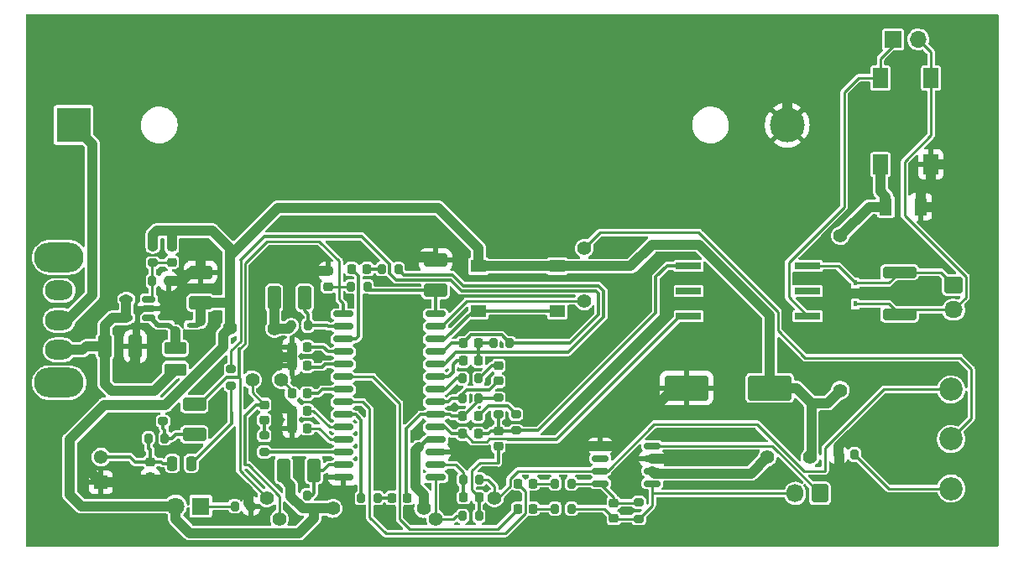
<source format=gbr>
%TF.GenerationSoftware,KiCad,Pcbnew,6.0.2+dfsg-1*%
%TF.CreationDate,2022-02-28T00:43:16+03:00*%
%TF.ProjectId,cave-phone-mc34118,63617665-2d70-4686-9f6e-652d6d633334,rev?*%
%TF.SameCoordinates,PX3072580PY429d390*%
%TF.FileFunction,Copper,L1,Top*%
%TF.FilePolarity,Positive*%
%FSLAX46Y46*%
G04 Gerber Fmt 4.6, Leading zero omitted, Abs format (unit mm)*
G04 Created by KiCad (PCBNEW 6.0.2+dfsg-1) date 2022-02-28 00:43:16*
%MOMM*%
%LPD*%
G01*
G04 APERTURE LIST*
G04 Aperture macros list*
%AMRoundRect*
0 Rectangle with rounded corners*
0 $1 Rounding radius*
0 $2 $3 $4 $5 $6 $7 $8 $9 X,Y pos of 4 corners*
0 Add a 4 corners polygon primitive as box body*
4,1,4,$2,$3,$4,$5,$6,$7,$8,$9,$2,$3,0*
0 Add four circle primitives for the rounded corners*
1,1,$1+$1,$2,$3*
1,1,$1+$1,$4,$5*
1,1,$1+$1,$6,$7*
1,1,$1+$1,$8,$9*
0 Add four rect primitives between the rounded corners*
20,1,$1+$1,$2,$3,$4,$5,0*
20,1,$1+$1,$4,$5,$6,$7,0*
20,1,$1+$1,$6,$7,$8,$9,0*
20,1,$1+$1,$8,$9,$2,$3,0*%
G04 Aperture macros list end*
%TA.AperFunction,SMDPad,CuDef*%
%ADD10RoundRect,0.150000X0.875000X0.150000X-0.875000X0.150000X-0.875000X-0.150000X0.875000X-0.150000X0*%
%TD*%
%TA.AperFunction,SMDPad,CuDef*%
%ADD11RoundRect,0.150000X-0.675000X-0.150000X0.675000X-0.150000X0.675000X0.150000X-0.675000X0.150000X0*%
%TD*%
%TA.AperFunction,SMDPad,CuDef*%
%ADD12RoundRect,0.225000X0.225000X0.250000X-0.225000X0.250000X-0.225000X-0.250000X0.225000X-0.250000X0*%
%TD*%
%TA.AperFunction,SMDPad,CuDef*%
%ADD13RoundRect,0.200000X0.200000X0.275000X-0.200000X0.275000X-0.200000X-0.275000X0.200000X-0.275000X0*%
%TD*%
%TA.AperFunction,SMDPad,CuDef*%
%ADD14R,1.550000X1.300000*%
%TD*%
%TA.AperFunction,SMDPad,CuDef*%
%ADD15RoundRect,0.225000X-0.250000X0.225000X-0.250000X-0.225000X0.250000X-0.225000X0.250000X0.225000X0*%
%TD*%
%TA.AperFunction,SMDPad,CuDef*%
%ADD16RoundRect,0.200000X-0.200000X-0.275000X0.200000X-0.275000X0.200000X0.275000X-0.200000X0.275000X0*%
%TD*%
%TA.AperFunction,SMDPad,CuDef*%
%ADD17RoundRect,0.225000X-0.225000X-0.250000X0.225000X-0.250000X0.225000X0.250000X-0.225000X0.250000X0*%
%TD*%
%TA.AperFunction,SMDPad,CuDef*%
%ADD18RoundRect,0.250000X0.925000X-0.412500X0.925000X0.412500X-0.925000X0.412500X-0.925000X-0.412500X0*%
%TD*%
%TA.AperFunction,SMDPad,CuDef*%
%ADD19R,1.300000X1.700000*%
%TD*%
%TA.AperFunction,SMDPad,CuDef*%
%ADD20R,1.500000X2.000000*%
%TD*%
%TA.AperFunction,SMDPad,CuDef*%
%ADD21RoundRect,0.200000X0.275000X-0.200000X0.275000X0.200000X-0.275000X0.200000X-0.275000X-0.200000X0*%
%TD*%
%TA.AperFunction,SMDPad,CuDef*%
%ADD22RoundRect,0.225000X0.250000X-0.225000X0.250000X0.225000X-0.250000X0.225000X-0.250000X-0.225000X0*%
%TD*%
%TA.AperFunction,ComponentPad*%
%ADD23RoundRect,0.250000X-0.675000X0.600000X-0.675000X-0.600000X0.675000X-0.600000X0.675000X0.600000X0*%
%TD*%
%TA.AperFunction,ComponentPad*%
%ADD24O,1.850000X1.700000*%
%TD*%
%TA.AperFunction,ComponentPad*%
%ADD25R,1.700000X1.700000*%
%TD*%
%TA.AperFunction,ComponentPad*%
%ADD26O,1.700000X1.700000*%
%TD*%
%TA.AperFunction,SMDPad,CuDef*%
%ADD27RoundRect,0.250000X1.950000X1.000000X-1.950000X1.000000X-1.950000X-1.000000X1.950000X-1.000000X0*%
%TD*%
%TA.AperFunction,SMDPad,CuDef*%
%ADD28R,0.450000X0.600000*%
%TD*%
%TA.AperFunction,SMDPad,CuDef*%
%ADD29RoundRect,0.200000X-0.275000X0.200000X-0.275000X-0.200000X0.275000X-0.200000X0.275000X0.200000X0*%
%TD*%
%TA.AperFunction,SMDPad,CuDef*%
%ADD30RoundRect,0.150000X0.512500X0.150000X-0.512500X0.150000X-0.512500X-0.150000X0.512500X-0.150000X0*%
%TD*%
%TA.AperFunction,ComponentPad*%
%ADD31C,2.340000*%
%TD*%
%TA.AperFunction,SMDPad,CuDef*%
%ADD32RoundRect,0.250000X0.412500X0.925000X-0.412500X0.925000X-0.412500X-0.925000X0.412500X-0.925000X0*%
%TD*%
%TA.AperFunction,ComponentPad*%
%ADD33RoundRect,0.250000X0.600000X0.675000X-0.600000X0.675000X-0.600000X-0.675000X0.600000X-0.675000X0*%
%TD*%
%TA.AperFunction,ComponentPad*%
%ADD34O,1.700000X1.850000*%
%TD*%
%TA.AperFunction,SMDPad,CuDef*%
%ADD35RoundRect,0.250000X-0.250000X-0.475000X0.250000X-0.475000X0.250000X0.475000X-0.250000X0.475000X0*%
%TD*%
%TA.AperFunction,ComponentPad*%
%ADD36O,5.000000X3.000000*%
%TD*%
%TA.AperFunction,ComponentPad*%
%ADD37O,2.800000X2.000000*%
%TD*%
%TA.AperFunction,SMDPad,CuDef*%
%ADD38R,2.500000X0.750000*%
%TD*%
%TA.AperFunction,SMDPad,CuDef*%
%ADD39RoundRect,0.250000X0.850000X-0.375000X0.850000X0.375000X-0.850000X0.375000X-0.850000X-0.375000X0*%
%TD*%
%TA.AperFunction,ComponentPad*%
%ADD40R,1.800000X1.800000*%
%TD*%
%TA.AperFunction,ComponentPad*%
%ADD41C,1.800000*%
%TD*%
%TA.AperFunction,ComponentPad*%
%ADD42C,3.500000*%
%TD*%
%TA.AperFunction,ComponentPad*%
%ADD43R,3.500000X3.500000*%
%TD*%
%TA.AperFunction,SMDPad,CuDef*%
%ADD44RoundRect,0.250000X-0.412500X-0.925000X0.412500X-0.925000X0.412500X0.925000X-0.412500X0.925000X0*%
%TD*%
%TA.AperFunction,SMDPad,CuDef*%
%ADD45R,0.600000X0.450000*%
%TD*%
%TA.AperFunction,SMDPad,CuDef*%
%ADD46RoundRect,0.250000X1.450000X-0.312500X1.450000X0.312500X-1.450000X0.312500X-1.450000X-0.312500X0*%
%TD*%
%TA.AperFunction,ComponentPad*%
%ADD47R,1.378000X1.378000*%
%TD*%
%TA.AperFunction,ComponentPad*%
%ADD48C,1.378000*%
%TD*%
%TA.AperFunction,ViaPad*%
%ADD49C,1.400000*%
%TD*%
%TA.AperFunction,Conductor*%
%ADD50C,1.000000*%
%TD*%
%TA.AperFunction,Conductor*%
%ADD51C,0.300000*%
%TD*%
%TA.AperFunction,Conductor*%
%ADD52C,0.250000*%
%TD*%
%TA.AperFunction,Conductor*%
%ADD53C,0.400000*%
%TD*%
%TA.AperFunction,Conductor*%
%ADD54C,0.500000*%
%TD*%
G04 APERTURE END LIST*
D10*
%TO.P,U2,28,GND*%
%TO.N,GND*%
X32298750Y-47023250D03*
%TO.P,U2,27,CPR*%
%TO.N,Net-(C25-Pad2)*%
X32298750Y-45753250D03*
%TO.P,U2,26,RLI1*%
%TO.N,Net-(R11-Pad2)*%
X32298750Y-44483250D03*
%TO.P,U2,25,RLO1*%
%TO.N,Net-(C26-Pad2)*%
X32298750Y-43213250D03*
%TO.P,U2,24,TLO1*%
%TO.N,Net-(C27-Pad2)*%
X32298750Y-41943250D03*
%TO.P,U2,23,TLI1*%
%TO.N,Net-(R14-Pad1)*%
X32298750Y-40673250D03*
%TO.P,U2,22,RXO*%
%TO.N,Net-(C20-Pad2)*%
X32298750Y-39403250D03*
%TO.P,U2,21,RXI*%
%TO.N,Net-(C15-Pad2)*%
X32298750Y-38133250D03*
%TO.P,U2,20,RLI2*%
%TO.N,Net-(C23-Pad2)*%
X32298750Y-36863250D03*
%TO.P,U2,19,RLO2*%
%TO.N,Net-(C10-Pad2)*%
X32298750Y-35593250D03*
%TO.P,U2,18,TLO2*%
%TO.N,Net-(C9-Pad2)*%
X32298750Y-34323250D03*
%TO.P,U2,17,TLI2*%
%TO.N,Net-(C14-Pad1)*%
X32298750Y-33053250D03*
%TO.P,U2,16,CPT*%
%TO.N,Net-(C8-Pad1)*%
X32298750Y-31783250D03*
%TO.P,U2,15,VB*%
%TO.N,VB*%
X32298750Y-30513250D03*
%TO.P,U2,14,CT*%
%TO.N,Net-(C3-Pad1)*%
X41598750Y-30513250D03*
%TO.P,U2,13,VLC*%
%TO.N,Net-(RV1-Pad2)*%
X41598750Y-31783250D03*
%TO.P,U2,12,MUT*%
%TO.N,Net-(SW2-Pad2)*%
X41598750Y-33053250D03*
%TO.P,U2,11,MCI*%
%TO.N,Net-(C11-Pad2)*%
X41598750Y-34323250D03*
%TO.P,U2,10,MCO*%
%TO.N,Net-(C11-Pad1)*%
X41598750Y-35593250D03*
%TO.P,U2,9,TXI*%
%TO.N,Net-(C17-Pad1)*%
X41598750Y-36863250D03*
%TO.P,U2,8,TXO*%
%TO.N,Net-(R13-Pad1)*%
X41598750Y-38133250D03*
%TO.P,U2,7,HTI1*%
%TO.N,Net-(C18-Pad2)*%
X41598750Y-39403250D03*
%TO.P,U2,6,HTO-*%
%TO.N,Net-(C19-Pad1)*%
X41598750Y-40673250D03*
%TO.P,U2,5,HTO+*%
%TO.N,Net-(C24-Pad2)*%
X41598750Y-41943250D03*
%TO.P,U2,4,VCC*%
%TO.N,VCC*%
X41598750Y-43213250D03*
%TO.P,U2,3,CD*%
%TO.N,GND*%
X41598750Y-44483250D03*
%TO.P,U2,2,FI*%
%TO.N,Net-(C6-Pad2)*%
X41598750Y-45753250D03*
%TO.P,U2,1,FO*%
%TO.N,Net-(C13-Pad1)*%
X41598750Y-47023250D03*
%TD*%
D11*
%TO.P,U3,1,CD*%
%TO.N,GND*%
X58208000Y-43815000D03*
%TO.P,U3,2,FC2*%
%TO.N,unconnected-(U3-Pad2)*%
X58208000Y-45085000D03*
%TO.P,U3,3,FC1*%
%TO.N,VB*%
X58208000Y-46355000D03*
%TO.P,U3,4,Vin*%
%TO.N,Net-(C28-Pad2)*%
X58208000Y-47625000D03*
%TO.P,U3,5,Vo1*%
%TO.N,Net-(C28-Pad1)*%
X63458000Y-47625000D03*
%TO.P,U3,6,Vcc*%
%TO.N,VCC*%
X63458000Y-46355000D03*
%TO.P,U3,7,GND*%
%TO.N,GND*%
X63458000Y-45085000D03*
%TO.P,U3,8,Vo2*%
%TO.N,Net-(LS1-Pad1)*%
X63458000Y-43815000D03*
%TD*%
D12*
%TO.P,C6,2*%
%TO.N,Net-(C6-Pad2)*%
X44436500Y-49009500D03*
%TO.P,C6,1*%
%TO.N,Net-(C6-Pad1)*%
X45986500Y-49009500D03*
%TD*%
D13*
%TO.P,R17,1*%
%TO.N,Net-(C28-Pad2)*%
X55308000Y-47625000D03*
%TO.P,R17,2*%
%TO.N,Net-(C20-Pad1)*%
X53658000Y-47625000D03*
%TD*%
D14*
%TO.P,SW2,1,A*%
%TO.N,VCC*%
X45936000Y-25690000D03*
X53886000Y-25690000D03*
%TO.P,SW2,2,B*%
%TO.N,Net-(SW2-Pad2)*%
X45936000Y-30190000D03*
X53886000Y-30190000D03*
%TD*%
D13*
%TO.P,R21,1*%
%TO.N,Net-(C28-Pad1)*%
X55308000Y-50165000D03*
%TO.P,R21,2*%
%TO.N,Net-(C23-Pad1)*%
X53658000Y-50165000D03*
%TD*%
D15*
%TO.P,C7,2*%
%TO.N,Net-(C6-Pad1)*%
X47922250Y-43884750D03*
%TO.P,C7,1*%
%TO.N,Net-(C24-Pad1)*%
X47922250Y-42334750D03*
%TD*%
D16*
%TO.P,R14,2*%
%TO.N,Net-(C19-Pad2)*%
X35743750Y-49078750D03*
%TO.P,R14,1*%
%TO.N,Net-(R14-Pad1)*%
X34093750Y-49078750D03*
%TD*%
D17*
%TO.P,C15,2*%
%TO.N,Net-(C15-Pad2)*%
X28657750Y-38537750D03*
%TO.P,C15,1*%
%TO.N,Net-(C13-Pad1)*%
X27107750Y-38537750D03*
%TD*%
D18*
%TO.P,C3,2*%
%TO.N,GND*%
X41585250Y-25062250D03*
%TO.P,C3,1*%
%TO.N,Net-(C3-Pad1)*%
X41585250Y-28137250D03*
%TD*%
D13*
%TO.P,R12,2*%
%TO.N,Net-(C14-Pad2)*%
X36188250Y-25964750D03*
%TO.P,R12,1*%
%TO.N,Net-(C11-Pad1)*%
X37838250Y-25964750D03*
%TD*%
D12*
%TO.P,C24,2*%
%TO.N,Net-(C24-Pad2)*%
X44353250Y-42601750D03*
%TO.P,C24,1*%
%TO.N,Net-(C24-Pad1)*%
X45903250Y-42601750D03*
%TD*%
%TO.P,C20,1*%
%TO.N,Net-(C20-Pad1)*%
X51448000Y-47625000D03*
%TO.P,C20,2*%
%TO.N,Net-(C20-Pad2)*%
X49898000Y-47625000D03*
%TD*%
D17*
%TO.P,C10,2*%
%TO.N,Net-(C10-Pad2)*%
X28657750Y-35743750D03*
%TO.P,C10,1*%
%TO.N,GND*%
X27107750Y-35743750D03*
%TD*%
D19*
%TO.P,D3,1,K*%
%TO.N,VCC*%
X87023000Y-19685000D03*
%TO.P,D3,2,A*%
%TO.N,GND*%
X90523000Y-19685000D03*
%TD*%
D17*
%TO.P,C9,2*%
%TO.N,Net-(C9-Pad2)*%
X28657750Y-33838750D03*
%TO.P,C9,1*%
%TO.N,GND*%
X27107750Y-33838750D03*
%TD*%
D20*
%TO.P,D2,1,+*%
%TO.N,VCC*%
X86477000Y-15419000D03*
%TO.P,D2,2,-*%
%TO.N,GND*%
X91577000Y-15419000D03*
%TO.P,D2,3*%
%TO.N,Net-(D2-Pad3)*%
X91577000Y-6679000D03*
%TO.P,D2,4*%
%TO.N,Net-(D2-Pad4)*%
X86477000Y-6679000D03*
%TD*%
D21*
%TO.P,R2,1*%
%TO.N,Net-(C2-Pad1)*%
X14097000Y-41338000D03*
%TO.P,R2,2*%
%TO.N,VCC*%
X14097000Y-39688000D03*
%TD*%
D13*
%TO.P,R10,2*%
%TO.N,Net-(C11-Pad1)*%
X47427250Y-33457750D03*
%TO.P,R10,1*%
%TO.N,Net-(C11-Pad2)*%
X49077250Y-33457750D03*
%TD*%
D16*
%TO.P,R13,2*%
%TO.N,Net-(C18-Pad1)*%
X45953250Y-37013750D03*
%TO.P,R13,1*%
%TO.N,Net-(R13-Pad1)*%
X44303250Y-37013750D03*
%TD*%
D17*
%TO.P,C27,2*%
%TO.N,Net-(C27-Pad2)*%
X28657750Y-40284400D03*
%TO.P,C27,1*%
%TO.N,GND*%
X27107750Y-40284400D03*
%TD*%
D22*
%TO.P,C28,1*%
%TO.N,Net-(C28-Pad1)*%
X59563000Y-51131000D03*
%TO.P,C28,2*%
%TO.N,Net-(C28-Pad2)*%
X59563000Y-49581000D03*
%TD*%
D13*
%TO.P,R4,2*%
%TO.N,Net-(C6-Pad2)*%
X44386500Y-47231500D03*
%TO.P,R4,1*%
%TO.N,VB*%
X46036500Y-47231500D03*
%TD*%
D12*
%TO.P,C19,2*%
%TO.N,Net-(C19-Pad2)*%
X37191750Y-49078750D03*
%TO.P,C19,1*%
%TO.N,Net-(C19-Pad1)*%
X38741750Y-49078750D03*
%TD*%
D23*
%TO.P,J1,1,Pin_1*%
%TO.N,Net-(D4-Pad2)*%
X93853000Y-27579000D03*
D24*
%TO.P,J1,2,Pin_2*%
%TO.N,Net-(D2-Pad3)*%
X93853000Y-30079000D03*
%TD*%
D16*
%TO.P,R7,2*%
%TO.N,Net-(C6-Pad1)*%
X45974000Y-50914500D03*
%TO.P,R7,1*%
%TO.N,Net-(C13-Pad1)*%
X44324000Y-50914500D03*
%TD*%
D12*
%TO.P,C23,1*%
%TO.N,Net-(C23-Pad1)*%
X51448000Y-50165000D03*
%TO.P,C23,2*%
%TO.N,Net-(C23-Pad2)*%
X49898000Y-50165000D03*
%TD*%
D15*
%TO.P,C21,2*%
%TO.N,VB*%
X30734000Y-27749800D03*
%TO.P,C21,1*%
%TO.N,GND*%
X30734000Y-26199800D03*
%TD*%
D16*
%TO.P,R20,1*%
%TO.N,VCC*%
X26981750Y-48824750D03*
%TO.P,R20,2*%
%TO.N,Net-(C25-Pad2)*%
X28631750Y-48824750D03*
%TD*%
D25*
%TO.P,SW3,1,A*%
%TO.N,Net-(D2-Pad4)*%
X87757000Y-2794000D03*
D26*
%TO.P,SW3,2,B*%
%TO.N,Net-(D2-Pad3)*%
X90297000Y-2794000D03*
%TD*%
D27*
%TO.P,C29,1*%
%TO.N,VCC*%
X75320000Y-37973000D03*
%TO.P,C29,2*%
%TO.N,GND*%
X66920000Y-37973000D03*
%TD*%
D21*
%TO.P,R18,2*%
%TO.N,Net-(C19-Pad1)*%
X47922250Y-38982750D03*
%TO.P,R18,1*%
%TO.N,Net-(C24-Pad1)*%
X47922250Y-40632750D03*
%TD*%
D17*
%TO.P,C17,2*%
%TO.N,Net-(C11-Pad1)*%
X45929250Y-35235750D03*
%TO.P,C17,1*%
%TO.N,Net-(C17-Pad1)*%
X44379250Y-35235750D03*
%TD*%
%TO.P,C26,2*%
%TO.N,Net-(C26-Pad2)*%
X28657750Y-42062400D03*
%TO.P,C26,1*%
%TO.N,GND*%
X27107750Y-42062400D03*
%TD*%
D22*
%TO.P,C12,1*%
%TO.N,Net-(C12-Pad1)*%
X14986000Y-25286000D03*
%TO.P,C12,2*%
%TO.N,VCC*%
X14986000Y-23736000D03*
%TD*%
D28*
%TO.P,D4,1,K1*%
%TO.N,Net-(D2-Pad3)*%
X83953000Y-29476500D03*
%TO.P,D4,2,A*%
%TO.N,Net-(D4-Pad2)*%
X83953000Y-27376500D03*
%TD*%
D16*
%TO.P,R1,2*%
%TO.N,Net-(C3-Pad1)*%
X34727750Y-27742750D03*
%TO.P,R1,1*%
%TO.N,VB*%
X33077750Y-27742750D03*
%TD*%
D29*
%TO.P,R11,2*%
%TO.N,Net-(R11-Pad2)*%
X24326750Y-44442750D03*
%TO.P,R11,1*%
%TO.N,Net-(C13-Pad2)*%
X24326750Y-42792750D03*
%TD*%
D15*
%TO.P,C13,2*%
%TO.N,Net-(C13-Pad2)*%
X24326750Y-41217750D03*
%TO.P,C13,1*%
%TO.N,Net-(C13-Pad1)*%
X24326750Y-39667750D03*
%TD*%
D13*
%TO.P,R16,2*%
%TO.N,Net-(C18-Pad2)*%
X44303250Y-39045750D03*
%TO.P,R16,1*%
%TO.N,Net-(C19-Pad1)*%
X45953250Y-39045750D03*
%TD*%
D30*
%TO.P,U1,1,SW*%
%TO.N,Net-(D1-Pad2)*%
X12680000Y-30897000D03*
%TO.P,U1,2,GND*%
%TO.N,GND*%
X12680000Y-29947000D03*
%TO.P,U1,3,FB*%
%TO.N,Net-(C12-Pad1)*%
X12680000Y-28997000D03*
%TO.P,U1,4,EN*%
%TO.N,Net-(C1-Pad1)*%
X10405000Y-28997000D03*
%TO.P,U1,5,VIN*%
X10405000Y-30897000D03*
%TD*%
D31*
%TO.P,RV1,1,1*%
%TO.N,Net-(R15-Pad2)*%
X93599000Y-48133000D03*
%TO.P,RV1,2,2*%
%TO.N,Net-(RV1-Pad2)*%
X93599000Y-43133000D03*
%TO.P,RV1,3,3*%
%TO.N,VB*%
X93599000Y-38133000D03*
%TD*%
D32*
%TO.P,C8,2*%
%TO.N,VCC*%
X25315750Y-28885750D03*
%TO.P,C8,1*%
%TO.N,Net-(C8-Pad1)*%
X28390750Y-28885750D03*
%TD*%
D16*
%TO.P,R5,2*%
%TO.N,Net-(C8-Pad1)*%
X28707750Y-31679750D03*
%TO.P,R5,1*%
%TO.N,VCC*%
X27057750Y-31679750D03*
%TD*%
D33*
%TO.P,LS1,1,1*%
%TO.N,Net-(LS1-Pad1)*%
X80371000Y-48626000D03*
D34*
%TO.P,LS1,2,2*%
%TO.N,Net-(C28-Pad1)*%
X77871000Y-48626000D03*
%TD*%
D35*
%TO.P,C5,1*%
%TO.N,Net-(C4-Pad2)*%
X15052000Y-45593000D03*
%TO.P,C5,2*%
%TO.N,Net-(C5-Pad2)*%
X16952000Y-45593000D03*
%TD*%
D16*
%TO.P,R9,1*%
%TO.N,Net-(C12-Pad1)*%
X13018000Y-27178000D03*
%TO.P,R9,2*%
%TO.N,GND*%
X14668000Y-27178000D03*
%TD*%
D36*
%TO.P,SW1,*%
%TO.N,*%
X3632200Y-37440400D03*
X3632200Y-24790400D03*
D37*
%TO.P,SW1,1,A*%
%TO.N,unconnected-(SW1-Pad1)*%
X3632200Y-28140400D03*
%TO.P,SW1,2,B*%
%TO.N,Net-(BT1-Pad1)*%
X3632200Y-31140400D03*
%TO.P,SW1,3,C*%
%TO.N,Net-(C1-Pad1)*%
X3632200Y-34140400D03*
%TD*%
D12*
%TO.P,C22,2*%
%TO.N,Net-(C19-Pad1)*%
X44353250Y-40823750D03*
%TO.P,C22,1*%
%TO.N,Net-(C22-Pad1)*%
X45903250Y-40823750D03*
%TD*%
D38*
%TO.P,T1,*%
%TO.N,*%
X79130500Y-28194000D03*
X67130500Y-28194000D03*
%TO.P,T1,1,AA*%
%TO.N,Net-(C24-Pad1)*%
X67130500Y-25654000D03*
%TO.P,T1,2,AB*%
%TO.N,Net-(C24-Pad2)*%
X67130500Y-30734000D03*
%TO.P,T1,3,SA*%
%TO.N,Net-(D2-Pad4)*%
X79130500Y-30734000D03*
%TO.P,T1,4,SB*%
%TO.N,Net-(D4-Pad2)*%
X79130500Y-25654000D03*
%TD*%
D39*
%TO.P,L1,1,1*%
%TO.N,Net-(C1-Pad1)*%
X15367000Y-36127000D03*
%TO.P,L1,2,2*%
%TO.N,Net-(D1-Pad2)*%
X15367000Y-33977000D03*
%TD*%
D16*
%TO.P,R23,1*%
%TO.N,Net-(D5-Pad1)*%
X21337000Y-49911000D03*
%TO.P,R23,2*%
%TO.N,GND*%
X22987000Y-49911000D03*
%TD*%
D40*
%TO.P,D5,1,K*%
%TO.N,Net-(D5-Pad1)*%
X17912000Y-49911000D03*
D41*
%TO.P,D5,2,A*%
%TO.N,VCC*%
X15372000Y-49911000D03*
%TD*%
D18*
%TO.P,C16,1*%
%TO.N,VCC*%
X17907000Y-29364000D03*
%TO.P,C16,2*%
%TO.N,GND*%
X17907000Y-26289000D03*
%TD*%
D22*
%TO.P,C4,1*%
%TO.N,GND*%
X12827000Y-47003000D03*
%TO.P,C4,2*%
%TO.N,Net-(C4-Pad2)*%
X12827000Y-45453000D03*
%TD*%
D42*
%TO.P,BT1,2,-*%
%TO.N,GND*%
X77080000Y-11430000D03*
D43*
%TO.P,BT1,1,+*%
%TO.N,Net-(BT1-Pad1)*%
X5080000Y-11430000D03*
%TD*%
D15*
%TO.P,C18,2*%
%TO.N,Net-(C18-Pad2)*%
X47935250Y-37280750D03*
%TO.P,C18,1*%
%TO.N,Net-(C18-Pad1)*%
X47935250Y-35730750D03*
%TD*%
D12*
%TO.P,C11,2*%
%TO.N,Net-(C11-Pad2)*%
X44366250Y-33457750D03*
%TO.P,C11,1*%
%TO.N,Net-(C11-Pad1)*%
X45916250Y-33457750D03*
%TD*%
D21*
%TO.P,R22,1*%
%TO.N,Net-(C28-Pad1)*%
X62103000Y-51181000D03*
%TO.P,R22,2*%
%TO.N,Net-(C28-Pad2)*%
X62103000Y-49531000D03*
%TD*%
D18*
%TO.P,C2,1*%
%TO.N,Net-(C2-Pad1)*%
X17272000Y-42685500D03*
%TO.P,C2,2*%
%TO.N,VB*%
X17272000Y-39610500D03*
%TD*%
D44*
%TO.P,C1,1*%
%TO.N,Net-(C1-Pad1)*%
X8241500Y-33782000D03*
%TO.P,C1,2*%
%TO.N,GND*%
X11316500Y-33782000D03*
%TD*%
D45*
%TO.P,D1,1,K*%
%TO.N,VCC*%
X16798000Y-31623000D03*
%TO.P,D1,2,A*%
%TO.N,Net-(D1-Pad2)*%
X14698000Y-31623000D03*
%TD*%
D46*
%TO.P,E1,1*%
%TO.N,Net-(D2-Pad3)*%
X88398000Y-30564000D03*
%TO.P,E1,2*%
%TO.N,Net-(D4-Pad2)*%
X88398000Y-26289000D03*
%TD*%
D21*
%TO.P,R6,1*%
%TO.N,Net-(C5-Pad2)*%
X20980400Y-37744400D03*
%TO.P,R6,2*%
%TO.N,Net-(C11-Pad2)*%
X20980400Y-36094400D03*
%TD*%
D44*
%TO.P,C25,2*%
%TO.N,Net-(C25-Pad2)*%
X29344250Y-46284750D03*
%TO.P,C25,1*%
%TO.N,VCC*%
X26269250Y-46284750D03*
%TD*%
D16*
%TO.P,R3,1*%
%TO.N,Net-(C4-Pad2)*%
X12637000Y-43053000D03*
%TO.P,R3,2*%
%TO.N,Net-(C2-Pad1)*%
X14287000Y-43053000D03*
%TD*%
D17*
%TO.P,C14,2*%
%TO.N,Net-(C14-Pad2)*%
X34677750Y-25964750D03*
%TO.P,C14,1*%
%TO.N,Net-(C14-Pad1)*%
X33127750Y-25964750D03*
%TD*%
D29*
%TO.P,R8,1*%
%TO.N,VCC*%
X13081000Y-23686000D03*
%TO.P,R8,2*%
%TO.N,Net-(C12-Pad1)*%
X13081000Y-25336000D03*
%TD*%
D47*
%TO.P,MK1,1,-*%
%TO.N,GND*%
X7842000Y-47498000D03*
D48*
%TO.P,MK1,2,+*%
%TO.N,Net-(C4-Pad2)*%
X7842000Y-44958000D03*
%TD*%
D21*
%TO.P,R19,2*%
%TO.N,Net-(C22-Pad1)*%
X49700250Y-40633750D03*
%TO.P,R19,1*%
%TO.N,Net-(C24-Pad1)*%
X49700250Y-42283750D03*
%TD*%
D16*
%TO.P,R15,1*%
%TO.N,GND*%
X82233000Y-44704000D03*
%TO.P,R15,2*%
%TO.N,Net-(R15-Pad2)*%
X83883000Y-44704000D03*
%TD*%
D49*
%TO.N,GND*%
X17907000Y-24155400D03*
X26136600Y-24180800D03*
X44272200Y-44450000D03*
X55600600Y-44450000D03*
X39090600Y-24714200D03*
X28134801Y-24803119D03*
%TO.N,Net-(C13-Pad1)*%
X23114000Y-37160200D03*
X26060400Y-37134800D03*
%TO.N,VCC*%
X25374600Y-31959283D03*
X20828000Y-31953200D03*
X40386000Y-50139600D03*
X31242000Y-50139600D03*
%TO.N,VB*%
X24587200Y-49072800D03*
X47548800Y-49072800D03*
%TO.N,Net-(RV1-Pad2)*%
X56591200Y-23876000D03*
X56591200Y-29210000D03*
%TO.N,Net-(C13-Pad1)*%
X25857200Y-51206400D03*
X41605198Y-51206401D03*
%TO.N,GND*%
X10160000Y-41656000D03*
X68707000Y-50292000D03*
X62611000Y-53340000D03*
X68707000Y-45085000D03*
X10160000Y-36576000D03*
X62611000Y-41021000D03*
%TO.N,VCC*%
X82423000Y-38227000D03*
X75057000Y-44958000D03*
X82423000Y-22606000D03*
X79375000Y-44958000D03*
%TD*%
D50*
%TO.N,VCC*%
X39874230Y-43981368D02*
X39547800Y-44307798D01*
X39547800Y-44307798D02*
X39547800Y-47904400D01*
X40386000Y-48742600D02*
X40386000Y-50139600D01*
X39547800Y-47904400D02*
X40386000Y-48742600D01*
D51*
%TO.N,Net-(C19-Pad1)*%
X38672890Y-42085110D02*
X40084750Y-40673250D01*
X38741750Y-49078750D02*
X38672890Y-49009890D01*
X38672890Y-49009890D02*
X38672890Y-42085110D01*
X40084750Y-40673250D02*
X41598750Y-40673250D01*
D52*
%TO.N,Net-(RV1-Pad2)*%
X56591200Y-23876000D02*
X58166000Y-22301200D01*
X58166000Y-22301200D02*
X68148200Y-22301200D01*
X95631000Y-36068000D02*
X95631000Y-41101000D01*
X68148200Y-22301200D02*
X76144511Y-30297511D01*
X76144511Y-32202511D02*
X78867000Y-34925000D01*
X76144511Y-30297511D02*
X76144511Y-32202511D01*
X94488000Y-34925000D02*
X95631000Y-36068000D01*
X78867000Y-34925000D02*
X94488000Y-34925000D01*
X95631000Y-41101000D02*
X93599000Y-43133000D01*
D50*
%TO.N,VCC*%
X53886000Y-25690000D02*
X61279600Y-25690000D01*
X63474600Y-23495000D02*
X68175966Y-23495000D01*
X75320000Y-30639034D02*
X75320000Y-37973000D01*
X61279600Y-25690000D02*
X63474600Y-23495000D01*
X68175966Y-23495000D02*
X75320000Y-30639034D01*
D51*
%TO.N,Net-(C24-Pad1)*%
X67130500Y-25654000D02*
X64947800Y-25654000D01*
X64947800Y-25654000D02*
X63830200Y-26771600D01*
X63830200Y-30403800D02*
X51950250Y-42283750D01*
X63830200Y-26771600D02*
X63830200Y-30403800D01*
X51950250Y-42283750D02*
X49700250Y-42283750D01*
%TO.N,Net-(C14-Pad1)*%
X32298750Y-33053250D02*
X33520150Y-33053250D01*
X33520150Y-33053250D02*
X33827270Y-32746130D01*
X33827270Y-32746130D02*
X33827270Y-26664270D01*
X33827270Y-26664270D02*
X33127750Y-25964750D01*
D52*
%TO.N,Net-(C11-Pad2)*%
X20980400Y-36094400D02*
X20980400Y-34188400D01*
X20980400Y-34188400D02*
X21927889Y-33240911D01*
X21927889Y-33240911D02*
X21927889Y-25076851D01*
X21927889Y-25076851D02*
X21945600Y-25059140D01*
%TO.N,VB*%
X31877000Y-29032200D02*
X31877000Y-25171400D01*
X29861899Y-23156299D02*
X24621101Y-23156299D01*
X31877000Y-25171400D02*
X29861899Y-23156299D01*
X24621101Y-23156299D02*
X22377400Y-25400000D01*
X22377400Y-25400000D02*
X22377400Y-33502600D01*
X22377400Y-33502600D02*
X21804920Y-34075080D01*
D51*
%TO.N,Net-(C11-Pad2)*%
X43108584Y-27051000D02*
X44217696Y-28160111D01*
X34157426Y-22681788D02*
X36937770Y-25462132D01*
X36937770Y-26396770D02*
X37592000Y-27051000D01*
X58047489Y-30603295D02*
X55193034Y-33457750D01*
X44217696Y-28160111D02*
X57801911Y-28160111D01*
X57801911Y-28160111D02*
X58047489Y-28405689D01*
X24322953Y-22681788D02*
X34157426Y-22681788D01*
X21945600Y-25059140D02*
X24322953Y-22681788D01*
X36937770Y-25462132D02*
X36937770Y-26396770D01*
X58047489Y-28405689D02*
X58047489Y-30603295D01*
X37592000Y-27051000D02*
X43108584Y-27051000D01*
X55193034Y-33457750D02*
X49077250Y-33457750D01*
D50*
%TO.N,GND*%
X27934812Y-25810286D02*
X27934812Y-25003108D01*
X27762200Y-26187400D02*
X27056189Y-26893411D01*
X17907000Y-26289000D02*
X17907000Y-24155400D01*
X24627765Y-26893411D02*
X23850600Y-27670576D01*
X27762200Y-25982898D02*
X27934812Y-25810286D01*
X23850600Y-34112200D02*
X24930100Y-35191700D01*
X27762200Y-26187400D02*
X27762200Y-25982898D01*
X27512482Y-24180800D02*
X28134801Y-24803119D01*
X27934812Y-25003108D02*
X28134801Y-24803119D01*
X23850600Y-27670576D02*
X23850600Y-34112200D01*
X27056189Y-26893411D02*
X24627765Y-26893411D01*
X26136600Y-24180800D02*
X27512482Y-24180800D01*
%TO.N,VCC*%
X20828000Y-24638000D02*
X25679400Y-19786600D01*
X25679400Y-19786600D02*
X41833800Y-19786600D01*
X41833800Y-19786600D02*
X45936000Y-23888800D01*
X45936000Y-23888800D02*
X45936000Y-25690000D01*
D51*
%TO.N,Net-(C11-Pad1)*%
X58008815Y-27660600D02*
X58547000Y-28198785D01*
X44424600Y-27660600D02*
X58008815Y-27660600D01*
X37838250Y-25964750D02*
X38424989Y-26551489D01*
X38424989Y-26551489D02*
X43315489Y-26551489D01*
X43315489Y-26551489D02*
X44424600Y-27660600D01*
X58547000Y-28198785D02*
X58547000Y-30810200D01*
X58547000Y-30810200D02*
X54997950Y-34359250D01*
X54997950Y-34359250D02*
X45916250Y-34359250D01*
D50*
%TO.N,Net-(C1-Pad1)*%
X6350000Y-33782000D02*
X5991600Y-34140400D01*
X5991600Y-34140400D02*
X3632200Y-34140400D01*
%TO.N,Net-(BT1-Pad1)*%
X6985000Y-28575000D02*
X4419600Y-31140400D01*
X4419600Y-31140400D02*
X3632200Y-31140400D01*
%TO.N,VCC*%
X8191000Y-39688000D02*
X14097000Y-39688000D01*
%TO.N,GND*%
X9017000Y-42799000D02*
X7239000Y-42799000D01*
%TO.N,VCC*%
X4667890Y-43211110D02*
X8191000Y-39688000D01*
%TO.N,GND*%
X5943600Y-45599600D02*
X7842000Y-47498000D01*
%TO.N,VCC*%
X4667890Y-48736890D02*
X4667890Y-43211110D01*
X15372000Y-49911000D02*
X5842000Y-49911000D01*
X5842000Y-49911000D02*
X4667890Y-48736890D01*
%TO.N,GND*%
X10160000Y-41656000D02*
X9017000Y-42799000D01*
X7239000Y-42799000D02*
X5943600Y-44094400D01*
X5943600Y-44094400D02*
X5943600Y-45599600D01*
X62611000Y-53340000D02*
X65659000Y-53340000D01*
X65659000Y-53340000D02*
X68707000Y-50292000D01*
D52*
%TO.N,VB*%
X93599000Y-38133000D02*
X86811966Y-38133000D01*
X86811966Y-38133000D02*
X80899000Y-44045966D01*
X80899000Y-44045966D02*
X80899000Y-46355000D01*
X80899000Y-46355000D02*
X78740000Y-46355000D01*
X78740000Y-46355000D02*
X74015600Y-41630600D01*
X63652400Y-41630600D02*
X58928000Y-46355000D01*
X58928000Y-46355000D02*
X58208000Y-46355000D01*
X74015600Y-41630600D02*
X63652400Y-41630600D01*
%TO.N,Net-(C5-Pad2)*%
X20980400Y-37744400D02*
X20980400Y-40426140D01*
X20980400Y-40426140D02*
X21005800Y-40451540D01*
D51*
X16952000Y-45593000D02*
X21005800Y-41539200D01*
X21005800Y-41539200D02*
X21005800Y-40451540D01*
%TO.N,GND*%
X41598750Y-44483250D02*
X44238950Y-44483250D01*
D50*
X44238950Y-44483250D02*
X44272200Y-44450000D01*
X56261000Y-44450000D02*
X56896000Y-43815000D01*
X56896000Y-43815000D02*
X58208000Y-43815000D01*
X55600600Y-44450000D02*
X56261000Y-44450000D01*
X28383976Y-26187400D02*
X27762200Y-26187400D01*
X41237200Y-24714200D02*
X41585250Y-25062250D01*
X39090600Y-24714200D02*
X41237200Y-24714200D01*
X24587200Y-35534600D02*
X24930100Y-35191700D01*
X24930100Y-35191700D02*
X25267050Y-34854750D01*
X30734000Y-26199800D02*
X28396376Y-26199800D01*
X28396376Y-26199800D02*
X28383976Y-26187400D01*
D52*
%TO.N,VB*%
X33077750Y-27742750D02*
X31832150Y-27742750D01*
X31832150Y-27742750D02*
X30741050Y-27742750D01*
X31877000Y-29032200D02*
X31877000Y-27787600D01*
X31877000Y-27787600D02*
X31832150Y-27742750D01*
X32298750Y-29453950D02*
X32298750Y-29632250D01*
X31877000Y-29032200D02*
X32298750Y-29453950D01*
D50*
%TO.N,VCC*%
X25315750Y-28885750D02*
X25315750Y-31900433D01*
X25315750Y-31900433D02*
X25374600Y-31959283D01*
D51*
%TO.N,VB*%
X21716280Y-36881520D02*
X21804920Y-36792880D01*
X21804920Y-36792880D02*
X21804920Y-34075080D01*
D50*
%TO.N,VCC*%
X20155889Y-32625311D02*
X20828000Y-31953200D01*
X20155889Y-33905935D02*
X20155889Y-32625311D01*
X14373824Y-39688000D02*
X20155889Y-33905935D01*
X14097000Y-39688000D02*
X14373824Y-39688000D01*
D52*
%TO.N,Net-(C13-Pad1)*%
X23114000Y-38455000D02*
X24326750Y-39667750D01*
X23114000Y-37160200D02*
X23114000Y-38455000D01*
D50*
%TO.N,GND*%
X24587200Y-37799668D02*
X24587200Y-35534600D01*
X27107750Y-33838750D02*
X27107750Y-34854750D01*
X27107750Y-40284400D02*
X27071932Y-40284400D01*
X27107750Y-34854750D02*
X27107750Y-35743750D01*
X27071932Y-40284400D02*
X24587200Y-37799668D01*
X25267050Y-34854750D02*
X27107750Y-34854750D01*
D52*
%TO.N,VB*%
X24587200Y-49072800D02*
X21844000Y-46329600D01*
X21844000Y-46329600D02*
X21844000Y-37009240D01*
X21844000Y-37009240D02*
X21716280Y-36881520D01*
D51*
X17272000Y-39610500D02*
X17793500Y-39610500D01*
X17793500Y-39610500D02*
X20522480Y-36881520D01*
X20522480Y-36881520D02*
X21716280Y-36881520D01*
D52*
%TO.N,Net-(C13-Pad1)*%
X27107750Y-38537750D02*
X27107750Y-38182150D01*
X27107750Y-38182150D02*
X26060400Y-37134800D01*
D50*
%TO.N,VCC*%
X20828000Y-31953200D02*
X20828000Y-29083000D01*
X27057750Y-31679750D02*
X26778217Y-31959283D01*
X26778217Y-31959283D02*
X25374600Y-31959283D01*
D52*
%TO.N,Net-(C27-Pad2)*%
X28657750Y-40284400D02*
X29260800Y-40284400D01*
X29260800Y-40284400D02*
X30919650Y-41943250D01*
X30919650Y-41943250D02*
X32298750Y-41943250D01*
%TO.N,Net-(C26-Pad2)*%
X32298750Y-43213250D02*
X30995850Y-43213250D01*
X30995850Y-43213250D02*
X29845000Y-42062400D01*
X29845000Y-42062400D02*
X28657750Y-42062400D01*
D50*
%TO.N,VCC*%
X15372000Y-49911000D02*
X15372000Y-51183792D01*
X15372000Y-51183792D02*
X16817008Y-52628800D01*
X16817008Y-52628800D02*
X27838400Y-52628800D01*
X27838400Y-52628800D02*
X29362400Y-51104800D01*
X29362400Y-51104800D02*
X29362400Y-50139600D01*
D52*
%TO.N,Net-(C6-Pad2)*%
X41598750Y-45753250D02*
X43619650Y-45753250D01*
X43619650Y-45753250D02*
X44386500Y-46520100D01*
X44386500Y-46520100D02*
X44386500Y-47231500D01*
%TO.N,Net-(C13-Pad1)*%
X44324000Y-50914500D02*
X43725900Y-50914500D01*
X43725900Y-50914500D02*
X43383200Y-51257200D01*
X43383200Y-51257200D02*
X41655997Y-51257200D01*
X41655997Y-51257200D02*
X41605198Y-51206401D01*
%TO.N,Net-(C6-Pad1)*%
X45986500Y-49009500D02*
X45262800Y-48285800D01*
X45262800Y-48285800D02*
X45262800Y-46329600D01*
X46056650Y-45535750D02*
X47922250Y-45535750D01*
X45262800Y-46329600D02*
X46056650Y-45535750D01*
%TO.N,VB*%
X46036500Y-47231500D02*
X46875900Y-47231500D01*
X46875900Y-47231500D02*
X47548800Y-47904400D01*
X47548800Y-47904400D02*
X47548800Y-49072800D01*
X58208000Y-46355000D02*
X49915862Y-46355000D01*
X49915862Y-46355000D02*
X49123480Y-47147382D01*
X49123480Y-47147382D02*
X49123480Y-47904520D01*
X49123480Y-47904520D02*
X47904400Y-49123600D01*
D50*
%TO.N,GND*%
X27107750Y-40284400D02*
X27107750Y-42062400D01*
%TO.N,VCC*%
X29362400Y-50139600D02*
X28199487Y-50139600D01*
X31242000Y-50139600D02*
X29362400Y-50139600D01*
X26269250Y-46284750D02*
X26269250Y-47097250D01*
X26269250Y-47097250D02*
X26981750Y-47809750D01*
X26981750Y-47809750D02*
X26981750Y-48824750D01*
D51*
X41598750Y-43213250D02*
X40642348Y-43213250D01*
D53*
X40642348Y-43213250D02*
X39874230Y-43981368D01*
D50*
X26981750Y-48921863D02*
X26981750Y-48824750D01*
X28199487Y-50139600D02*
X26981750Y-48921863D01*
D52*
%TO.N,Net-(C23-Pad2)*%
X37966270Y-39541070D02*
X35288450Y-36863250D01*
X49898000Y-50165000D02*
X47832098Y-52230902D01*
X47832098Y-52230902D02*
X38972102Y-52230902D01*
X38972102Y-52230902D02*
X37966270Y-51225070D01*
X37966270Y-51225070D02*
X37966270Y-39541070D01*
%TO.N,Net-(C20-Pad2)*%
X49898000Y-47625000D02*
X50672520Y-48399520D01*
X48634726Y-52680412D02*
X36576812Y-52680412D01*
X50672520Y-48399520D02*
X50672520Y-50642618D01*
X34950400Y-40081200D02*
X34272450Y-39403250D01*
X50672520Y-50642618D02*
X48634726Y-52680412D01*
X36576812Y-52680412D02*
X34950400Y-51054000D01*
X34950400Y-51054000D02*
X34950400Y-40081200D01*
X34272450Y-39403250D02*
X32298750Y-39403250D01*
%TO.N,Net-(C13-Pad1)*%
X41598750Y-51199953D02*
X41605198Y-51206401D01*
%TO.N,Net-(C23-Pad2)*%
X35288450Y-36863250D02*
X32298750Y-36863250D01*
%TO.N,Net-(C13-Pad1)*%
X41598750Y-47023250D02*
X41598750Y-51199953D01*
X25857200Y-48893936D02*
X25857200Y-51206400D01*
X22683264Y-45720000D02*
X25857200Y-48893936D01*
X22352000Y-45720000D02*
X22683264Y-45720000D01*
D51*
X22352000Y-45720000D02*
X22352000Y-40767000D01*
X22352000Y-40767000D02*
X23451250Y-39667750D01*
X23451250Y-39667750D02*
X24326750Y-39667750D01*
D50*
%TO.N,GND*%
X22726570Y-49650570D02*
X22987000Y-49911000D01*
X13830000Y-48006000D02*
X22352000Y-48006000D01*
X22352000Y-48006000D02*
X22726570Y-48380570D01*
X22726570Y-48380570D02*
X22726570Y-49650570D01*
X12827000Y-47003000D02*
X13830000Y-48006000D01*
%TO.N,VCC*%
X45936000Y-25690000D02*
X53886000Y-25690000D01*
D51*
%TO.N,Net-(C24-Pad2)*%
X67130500Y-30734000D02*
X66255500Y-30734000D01*
D52*
%TO.N,Net-(RV1-Pad2)*%
X44754800Y-29210000D02*
X56591200Y-29210000D01*
D51*
%TO.N,Net-(C24-Pad2)*%
X66255500Y-30734000D02*
X53809500Y-43180000D01*
D52*
%TO.N,Net-(RV1-Pad2)*%
X44551600Y-29413200D02*
X44754800Y-29210000D01*
X41598750Y-31783250D02*
X42181550Y-31783250D01*
X42181550Y-31783250D02*
X44551600Y-29413200D01*
D51*
%TO.N,Net-(C24-Pad2)*%
X53809500Y-43180000D02*
X48895000Y-43180000D01*
D52*
X44353250Y-42601750D02*
X44532150Y-42601750D01*
X48824270Y-43109270D02*
X48895000Y-43180000D01*
X44532150Y-42601750D02*
X45331670Y-43401270D01*
X45331670Y-43401270D02*
X46768730Y-43401270D01*
X46768730Y-43401270D02*
X47060730Y-43109270D01*
X47060730Y-43109270D02*
X48824270Y-43109270D01*
D51*
%TO.N,Net-(C19-Pad1)*%
X45953250Y-39045750D02*
X47859250Y-39045750D01*
X47859250Y-39045750D02*
X47922250Y-38982750D01*
%TO.N,Net-(SW2-Pad2)*%
X45936000Y-30190000D02*
X53886000Y-30190000D01*
X41598750Y-33053250D02*
X42511750Y-33053250D01*
X42511750Y-33053250D02*
X45375000Y-30190000D01*
X45375000Y-30190000D02*
X45936000Y-30190000D01*
%TO.N,Net-(C11-Pad1)*%
X45916250Y-33457750D02*
X45916250Y-34359250D01*
X45916250Y-34359250D02*
X45916250Y-35222750D01*
%TO.N,VB*%
X32298750Y-30513250D02*
X32298750Y-29632250D01*
%TO.N,Net-(C19-Pad2)*%
X35743750Y-49078750D02*
X37191750Y-49078750D01*
%TO.N,Net-(C11-Pad1)*%
X45916250Y-33457750D02*
X47427250Y-33457750D01*
%TO.N,Net-(C11-Pad2)*%
X49077250Y-33457750D02*
X48252730Y-32633230D01*
X48252730Y-32633230D02*
X45190770Y-32633230D01*
X45190770Y-32633230D02*
X44366250Y-33457750D01*
%TO.N,Net-(C14-Pad2)*%
X34677750Y-25964750D02*
X36188250Y-25964750D01*
%TO.N,Net-(C3-Pad1)*%
X34727750Y-27742750D02*
X35122250Y-28137250D01*
X35122250Y-28137250D02*
X41585250Y-28137250D01*
%TO.N,Net-(C11-Pad1)*%
X41598750Y-35593250D02*
X42497750Y-35593250D01*
X42497750Y-35593250D02*
X43679770Y-34411230D01*
X43679770Y-34411230D02*
X45840730Y-34411230D01*
X45916250Y-35222750D02*
X45929250Y-35235750D01*
%TO.N,Net-(C18-Pad2)*%
X47059250Y-38156750D02*
X44760250Y-38156750D01*
X47935250Y-37280750D02*
X47059250Y-38156750D01*
X44760250Y-38156750D02*
X44303250Y-38613750D01*
X44303250Y-38613750D02*
X44303250Y-39045750D01*
%TO.N,Net-(C18-Pad1)*%
X45953250Y-37013750D02*
X46030250Y-37013750D01*
X46030250Y-37013750D02*
X47313250Y-35730750D01*
X47313250Y-35730750D02*
X47935250Y-35730750D01*
%TO.N,Net-(C22-Pad1)*%
X45903250Y-40823750D02*
X46919250Y-39807750D01*
X46919250Y-39807750D02*
X48874250Y-39807750D01*
X48874250Y-39807750D02*
X49700250Y-40633750D01*
%TO.N,Net-(C24-Pad1)*%
X47922250Y-42334750D02*
X47922250Y-40632750D01*
X47922250Y-42334750D02*
X49649250Y-42334750D01*
X49649250Y-42334750D02*
X49700250Y-42283750D01*
%TO.N,Net-(C6-Pad2)*%
X44386500Y-47231500D02*
X44386500Y-48959500D01*
X44386500Y-48959500D02*
X44436500Y-49009500D01*
%TO.N,Net-(C6-Pad1)*%
X47922250Y-45535750D02*
X47922250Y-43884750D01*
X45974000Y-50914500D02*
X45974000Y-49022000D01*
X45974000Y-49022000D02*
X45986500Y-49009500D01*
%TO.N,Net-(C24-Pad1)*%
X45903250Y-42601750D02*
X46919250Y-42601750D01*
X47186250Y-42334750D02*
X47922250Y-42334750D01*
X46919250Y-42601750D02*
X47186250Y-42334750D01*
%TO.N,Net-(C19-Pad1)*%
X44353250Y-40823750D02*
X44379250Y-40823750D01*
X44379250Y-40823750D02*
X45953250Y-39249750D01*
X45953250Y-39249750D02*
X45953250Y-39045750D01*
%TO.N,Net-(C3-Pad1)*%
X41598750Y-30513250D02*
X41598750Y-28150750D01*
X41598750Y-28150750D02*
X41585250Y-28137250D01*
%TO.N,Net-(C11-Pad2)*%
X41598750Y-34323250D02*
X42370750Y-34323250D01*
X42370750Y-34323250D02*
X43236250Y-33457750D01*
X43236250Y-33457750D02*
X44366250Y-33457750D01*
%TO.N,Net-(C17-Pad1)*%
X41598750Y-36863250D02*
X42878750Y-36863250D01*
X43744250Y-35235750D02*
X44379250Y-35235750D01*
X42878750Y-36863250D02*
X43363250Y-36378750D01*
X43363250Y-36378750D02*
X43363250Y-35616750D01*
X43363250Y-35616750D02*
X43744250Y-35235750D01*
%TO.N,Net-(R13-Pad1)*%
X41598750Y-38133250D02*
X42624750Y-38133250D01*
X42624750Y-38133250D02*
X43744250Y-37013750D01*
X43744250Y-37013750D02*
X44303250Y-37013750D01*
%TO.N,Net-(C18-Pad2)*%
X41598750Y-39403250D02*
X42878750Y-39403250D01*
X43236250Y-39045750D02*
X44303250Y-39045750D01*
X42878750Y-39403250D02*
X43236250Y-39045750D01*
%TO.N,Net-(C19-Pad1)*%
X43085750Y-40673250D02*
X43236250Y-40823750D01*
X41598750Y-40673250D02*
X43085750Y-40673250D01*
X43236250Y-40823750D02*
X44353250Y-40823750D01*
%TO.N,Net-(C24-Pad2)*%
X41598750Y-41943250D02*
X42577750Y-41943250D01*
X42577750Y-41943250D02*
X43236250Y-42601750D01*
X43236250Y-42601750D02*
X44353250Y-42601750D01*
%TO.N,Net-(R14-Pad1)*%
X34093750Y-49078750D02*
X34093750Y-41206250D01*
X34093750Y-41206250D02*
X33560750Y-40673250D01*
X33560750Y-40673250D02*
X32298750Y-40673250D01*
%TO.N,Net-(C13-Pad2)*%
X24326750Y-41217750D02*
X24326750Y-42792750D01*
%TO.N,Net-(C25-Pad2)*%
X28631750Y-48824750D02*
X29139250Y-48824750D01*
X29139250Y-48824750D02*
X29344250Y-48619750D01*
X29344250Y-48619750D02*
X29344250Y-46284750D01*
%TO.N,Net-(C8-Pad1)*%
X28390750Y-30169250D02*
X28758250Y-30536750D01*
X28390750Y-28885750D02*
X28390750Y-30169250D01*
X28758250Y-30536750D02*
X28758250Y-31629250D01*
X28758250Y-31629250D02*
X28707750Y-31679750D01*
X30766750Y-31783250D02*
X30663250Y-31679750D01*
X32298750Y-31783250D02*
X30766750Y-31783250D01*
X30663250Y-31679750D02*
X28707750Y-31679750D01*
%TO.N,Net-(C9-Pad2)*%
X30766750Y-34323250D02*
X30282250Y-33838750D01*
X32298750Y-34323250D02*
X30766750Y-34323250D01*
X30282250Y-33838750D02*
X28657750Y-33838750D01*
%TO.N,Net-(C10-Pad2)*%
X30432750Y-35593250D02*
X30155250Y-35870750D01*
X32298750Y-35593250D02*
X30432750Y-35593250D01*
X30155250Y-35870750D02*
X28784750Y-35870750D01*
X28784750Y-35870750D02*
X28657750Y-35743750D01*
%TO.N,Net-(C15-Pad2)*%
X28657750Y-38537750D02*
X29774250Y-38537750D01*
X29774250Y-38537750D02*
X30178750Y-38133250D01*
X30178750Y-38133250D02*
X32298750Y-38133250D01*
%TO.N,Net-(R11-Pad2)*%
X32298750Y-44483250D02*
X24367250Y-44483250D01*
X24367250Y-44483250D02*
X24326750Y-44442750D01*
%TO.N,Net-(C25-Pad2)*%
X29344250Y-46284750D02*
X30282250Y-46284750D01*
X30813750Y-45753250D02*
X32298750Y-45753250D01*
X30282250Y-46284750D02*
X30813750Y-45753250D01*
D54*
%TO.N,GND*%
X12119651Y-29947000D02*
X11517020Y-30549631D01*
D50*
X93218000Y-19685000D02*
X97282000Y-23749000D01*
X59817000Y-43815000D02*
X65659000Y-37973000D01*
X77080000Y-8010000D02*
X84201000Y-889000D01*
X94742000Y-45720000D02*
X90678000Y-45720000D01*
D54*
X14668000Y-29147000D02*
X14668000Y-27178000D01*
D50*
X97282000Y-43180000D02*
X94742000Y-45720000D01*
D54*
X11517020Y-33581480D02*
X11316500Y-33782000D01*
D50*
X96647000Y-4699000D02*
X96647000Y-14478000D01*
X82233000Y-43878000D02*
X82233000Y-44704000D01*
X71628000Y-53213000D02*
X82296000Y-53213000D01*
X91577000Y-17135000D02*
X90523000Y-18189000D01*
X92837000Y-889000D02*
X96647000Y-4699000D01*
X96647000Y-14478000D02*
X95706000Y-15419000D01*
X70421500Y-52006500D02*
X71628000Y-53213000D01*
D54*
X13868000Y-29947000D02*
X14668000Y-29147000D01*
D50*
X83439000Y-42672000D02*
X82233000Y-43878000D01*
X11316500Y-33782000D02*
X11316500Y-35419500D01*
X90678000Y-45720000D02*
X87630000Y-42672000D01*
D54*
X12680000Y-29947000D02*
X13868000Y-29947000D01*
D50*
X58208000Y-43815000D02*
X59817000Y-43815000D01*
X95706000Y-15419000D02*
X91577000Y-15419000D01*
X97282000Y-23749000D02*
X97282000Y-43180000D01*
X63458000Y-45085000D02*
X68707000Y-45085000D01*
X82296000Y-53213000D02*
X82296000Y-44767000D01*
X68707000Y-50292000D02*
X70421500Y-52006500D01*
X90523000Y-19685000D02*
X93218000Y-19685000D01*
X7842000Y-47498000D02*
X12332000Y-47498000D01*
X91577000Y-15419000D02*
X91577000Y-17135000D01*
X65659000Y-37973000D02*
X66920000Y-37973000D01*
D54*
X11517020Y-30549631D02*
X11517020Y-33581480D01*
D50*
X84201000Y-889000D02*
X92837000Y-889000D01*
X16002000Y-27178000D02*
X14668000Y-27178000D01*
X17907000Y-26289000D02*
X16891000Y-26289000D01*
X90523000Y-18189000D02*
X90523000Y-19685000D01*
X12332000Y-47498000D02*
X12827000Y-47003000D01*
D54*
X12680000Y-29947000D02*
X12119651Y-29947000D01*
D50*
X82296000Y-44767000D02*
X82233000Y-44704000D01*
X16891000Y-26289000D02*
X16002000Y-27178000D01*
X11316500Y-35419500D02*
X10160000Y-36576000D01*
X87630000Y-42672000D02*
X83439000Y-42672000D01*
X77080000Y-11430000D02*
X77080000Y-8010000D01*
%TO.N,Net-(BT1-Pad1)*%
X6985000Y-13335000D02*
X5080000Y-11430000D01*
X6985000Y-28575000D02*
X6985000Y-13335000D01*
%TO.N,Net-(C1-Pad1)*%
X8890000Y-38227000D02*
X8241500Y-37578500D01*
X10405000Y-28997000D02*
X10405000Y-30897000D01*
X8241500Y-33782000D02*
X8241500Y-31636500D01*
X8981000Y-30897000D02*
X10405000Y-30897000D01*
X13267000Y-38227000D02*
X8890000Y-38227000D01*
X8241500Y-37578500D02*
X8241500Y-33782000D01*
X8241500Y-33782000D02*
X6350000Y-33782000D01*
X15367000Y-36127000D02*
X13267000Y-38227000D01*
X8241500Y-31636500D02*
X8981000Y-30897000D01*
D51*
%TO.N,Net-(C2-Pad1)*%
X14097000Y-41338000D02*
X14097000Y-42037000D01*
X17258500Y-42672000D02*
X17272000Y-42685500D01*
X15367000Y-42672000D02*
X17258500Y-42672000D01*
X14097000Y-42037000D02*
X14287000Y-42227000D01*
X14287000Y-42227000D02*
X14287000Y-43053000D01*
X14287000Y-43053000D02*
X14986000Y-43053000D01*
X14986000Y-43053000D02*
X15367000Y-42672000D01*
%TO.N,Net-(C4-Pad2)*%
X12637000Y-44133000D02*
X12763000Y-44133000D01*
X12827000Y-44197000D02*
X12827000Y-45453000D01*
X13957000Y-45453000D02*
X14097000Y-45593000D01*
X10795000Y-44958000D02*
X11303000Y-45466000D01*
X12763000Y-44133000D02*
X12827000Y-44197000D01*
X12827000Y-45453000D02*
X13957000Y-45453000D01*
X12814000Y-45466000D02*
X12827000Y-45453000D01*
X12637000Y-43053000D02*
X12637000Y-44133000D01*
X7842000Y-44958000D02*
X10795000Y-44958000D01*
X14097000Y-45593000D02*
X15052000Y-45593000D01*
X11303000Y-45466000D02*
X12814000Y-45466000D01*
D50*
%TO.N,VCC*%
X20547000Y-29364000D02*
X17907000Y-29364000D01*
D54*
X16798000Y-31623000D02*
X17526000Y-31623000D01*
D50*
X87023000Y-18697000D02*
X86477000Y-18151000D01*
X13081000Y-22479000D02*
X13462000Y-22098000D01*
X63712000Y-46609000D02*
X73406000Y-46609000D01*
X13081000Y-23686000D02*
X13081000Y-22479000D01*
X86477000Y-18151000D02*
X86477000Y-15419000D01*
X63458000Y-46355000D02*
X63712000Y-46609000D01*
D54*
X14986000Y-22225000D02*
X15113000Y-22098000D01*
D50*
X13462000Y-22098000D02*
X15113000Y-22098000D01*
X85344000Y-19685000D02*
X82423000Y-22606000D01*
X79502000Y-39497000D02*
X79502000Y-44831000D01*
D54*
X17526000Y-31623000D02*
X17907000Y-31242000D01*
D50*
X82423000Y-38227000D02*
X81153000Y-39497000D01*
X87023000Y-19685000D02*
X87023000Y-18697000D01*
X17907000Y-31242000D02*
X17907000Y-29364000D01*
X79502000Y-44831000D02*
X79375000Y-44958000D01*
X20828000Y-23876000D02*
X20828000Y-24638000D01*
X20828000Y-29083000D02*
X20547000Y-29364000D01*
X79502000Y-39497000D02*
X77978000Y-37973000D01*
X20828000Y-24638000D02*
X20828000Y-29083000D01*
X87023000Y-19685000D02*
X85344000Y-19685000D01*
X19050000Y-22098000D02*
X20828000Y-23876000D01*
X77978000Y-37973000D02*
X75320000Y-37973000D01*
X15113000Y-22098000D02*
X19050000Y-22098000D01*
X81153000Y-39497000D02*
X79502000Y-39497000D01*
X73406000Y-46609000D02*
X75057000Y-44958000D01*
X14986000Y-23736000D02*
X14986000Y-22225000D01*
D52*
%TO.N,Net-(C12-Pad1)*%
X14936000Y-25336000D02*
X14986000Y-25286000D01*
X13081000Y-25336000D02*
X14936000Y-25336000D01*
X13018000Y-27178000D02*
X13018000Y-25399000D01*
X13018000Y-28659000D02*
X13018000Y-27178000D01*
X13018000Y-25399000D02*
X13081000Y-25336000D01*
X12680000Y-28997000D02*
X13018000Y-28659000D01*
%TO.N,Net-(C20-Pad1)*%
X51448000Y-47625000D02*
X53658000Y-47625000D01*
%TO.N,Net-(C23-Pad1)*%
X53658000Y-50165000D02*
X51448000Y-50165000D01*
%TO.N,Net-(C28-Pad1)*%
X62103000Y-51181000D02*
X63458000Y-49826000D01*
X59613000Y-51181000D02*
X59563000Y-51131000D01*
X55308000Y-50165000D02*
X58597000Y-50165000D01*
X77871000Y-48626000D02*
X63485000Y-48626000D01*
X63458000Y-49826000D02*
X63458000Y-48599000D01*
X63485000Y-48626000D02*
X63458000Y-48599000D01*
X62103000Y-51181000D02*
X59613000Y-51181000D01*
X58597000Y-50165000D02*
X59563000Y-51131000D01*
X63458000Y-48599000D02*
X63458000Y-47625000D01*
%TO.N,Net-(C28-Pad2)*%
X55308000Y-47625000D02*
X58208000Y-47625000D01*
X59563000Y-49581000D02*
X59563000Y-48980000D01*
X62053000Y-49581000D02*
X62103000Y-49531000D01*
X59563000Y-48980000D02*
X58208000Y-47625000D01*
X59563000Y-49581000D02*
X62053000Y-49581000D01*
D54*
%TO.N,Net-(D1-Pad2)*%
X15367000Y-32292000D02*
X14698000Y-31623000D01*
X12863000Y-30897000D02*
X13589000Y-31623000D01*
D50*
X15367000Y-33977000D02*
X15367000Y-32292000D01*
D54*
X13589000Y-31623000D02*
X14698000Y-31623000D01*
X12680000Y-30897000D02*
X12863000Y-30897000D01*
D52*
%TO.N,Net-(D2-Pad3)*%
X87310500Y-29476500D02*
X88398000Y-30564000D01*
X95102520Y-26741027D02*
X95102520Y-28829480D01*
X95102520Y-28829480D02*
X93853000Y-30079000D01*
X91577000Y-6679000D02*
X91577000Y-12479034D01*
X83953000Y-29476500D02*
X87310500Y-29476500D01*
X90297000Y-2794000D02*
X91577000Y-4074000D01*
X91577000Y-4074000D02*
X91577000Y-6679000D01*
X88398000Y-30564000D02*
X88883000Y-30079000D01*
X88883000Y-30079000D02*
X93853000Y-30079000D01*
X88900000Y-15156034D02*
X88900000Y-20538507D01*
X88900000Y-20538507D02*
X95102520Y-26741027D01*
X91577000Y-12479034D02*
X88900000Y-15156034D01*
%TO.N,Net-(D2-Pad4)*%
X77216000Y-28819500D02*
X77216000Y-25294478D01*
X82804000Y-8128000D02*
X84253000Y-6679000D01*
X86477000Y-4709000D02*
X86477000Y-6679000D01*
X82804000Y-19706478D02*
X82804000Y-8128000D01*
X79130500Y-30734000D02*
X77216000Y-28819500D01*
X77216000Y-25294478D02*
X82804000Y-19706478D01*
X87757000Y-3429000D02*
X86477000Y-4709000D01*
X84253000Y-6679000D02*
X86477000Y-6679000D01*
X87757000Y-2794000D02*
X87757000Y-3429000D01*
%TO.N,Net-(D4-Pad2)*%
X82230500Y-25654000D02*
X83953000Y-27376500D01*
X87310500Y-27376500D02*
X88398000Y-26289000D01*
X79130500Y-25654000D02*
X82230500Y-25654000D01*
X83953000Y-27376500D02*
X87310500Y-27376500D01*
X88398000Y-26289000D02*
X92563000Y-26289000D01*
X92563000Y-26289000D02*
X93853000Y-27579000D01*
%TO.N,Net-(D5-Pad1)*%
X17912000Y-49911000D02*
X21337000Y-49911000D01*
%TO.N,Net-(LS1-Pad1)*%
X80371000Y-48621704D02*
X75564296Y-43815000D01*
X80371000Y-48626000D02*
X80371000Y-48621704D01*
X75564296Y-43815000D02*
X63458000Y-43815000D01*
%TO.N,Net-(R15-Pad2)*%
X87312000Y-48133000D02*
X83883000Y-44704000D01*
X93599000Y-48133000D02*
X87312000Y-48133000D01*
%TD*%
%TA.AperFunction,Conductor*%
%TO.N,GND*%
G36*
X98371121Y-270002D02*
G01*
X98417614Y-323658D01*
X98429000Y-376000D01*
X98429000Y-53853000D01*
X98408998Y-53921121D01*
X98355342Y-53967614D01*
X98303000Y-53979000D01*
X376000Y-53979000D01*
X307879Y-53958998D01*
X261386Y-53905342D01*
X250000Y-53853000D01*
X250000Y-37547565D01*
X880066Y-37547565D01*
X915152Y-37805370D01*
X916460Y-37809856D01*
X916460Y-37809858D01*
X928529Y-37851266D01*
X987958Y-38055157D01*
X989918Y-38059410D01*
X989919Y-38059411D01*
X996521Y-38073732D01*
X1096886Y-38291439D01*
X1099446Y-38295344D01*
X1099449Y-38295349D01*
X1236975Y-38505112D01*
X1236979Y-38505117D01*
X1239541Y-38509025D01*
X1282584Y-38557250D01*
X1407762Y-38697500D01*
X1412791Y-38703135D01*
X1612829Y-38869505D01*
X1835261Y-39004480D01*
X1839575Y-39006289D01*
X1839577Y-39006290D01*
X2070886Y-39103286D01*
X2070891Y-39103288D01*
X2075201Y-39105095D01*
X2079733Y-39106246D01*
X2079736Y-39106247D01*
X2195316Y-39135600D01*
X2327377Y-39169139D01*
X2543486Y-39190900D01*
X4698244Y-39190900D01*
X4700569Y-39190727D01*
X4700575Y-39190727D01*
X4887014Y-39176872D01*
X4887018Y-39176871D01*
X4891666Y-39176526D01*
X5145432Y-39119105D01*
X5149786Y-39117412D01*
X5383570Y-39026498D01*
X5383572Y-39026497D01*
X5387923Y-39024805D01*
X5395671Y-39020377D01*
X5488622Y-38967251D01*
X5613812Y-38895699D01*
X5818136Y-38734623D01*
X5996408Y-38545114D01*
X6115316Y-38373709D01*
X6142046Y-38335179D01*
X6142048Y-38335176D01*
X6144711Y-38331337D01*
X6146779Y-38327144D01*
X6257721Y-38102175D01*
X6257722Y-38102172D01*
X6259786Y-38097987D01*
X6272889Y-38057055D01*
X6307777Y-37948063D01*
X6339106Y-37850192D01*
X6369239Y-37665169D01*
X6380177Y-37598006D01*
X6380177Y-37598005D01*
X6380928Y-37593394D01*
X6383576Y-37391117D01*
X6384273Y-37337912D01*
X6384273Y-37337909D01*
X6384334Y-37333235D01*
X6349248Y-37075430D01*
X6344411Y-37058833D01*
X6318163Y-36968783D01*
X6276442Y-36825643D01*
X6265607Y-36802139D01*
X6224925Y-36713895D01*
X6167514Y-36589361D01*
X6163874Y-36583809D01*
X6027425Y-36375688D01*
X6027421Y-36375683D01*
X6024859Y-36371775D01*
X5915228Y-36248944D01*
X5854726Y-36181157D01*
X5854724Y-36181155D01*
X5851609Y-36177665D01*
X5651571Y-36011295D01*
X5429139Y-35876320D01*
X5424823Y-35874510D01*
X5193514Y-35777514D01*
X5193509Y-35777512D01*
X5189199Y-35775705D01*
X5184667Y-35774554D01*
X5184664Y-35774553D01*
X4984155Y-35723631D01*
X4937023Y-35711661D01*
X4720914Y-35689900D01*
X2566156Y-35689900D01*
X2563831Y-35690073D01*
X2563825Y-35690073D01*
X2377386Y-35703928D01*
X2377382Y-35703929D01*
X2372734Y-35704274D01*
X2118968Y-35761695D01*
X2114616Y-35763387D01*
X2114614Y-35763388D01*
X1880830Y-35854302D01*
X1880828Y-35854303D01*
X1876477Y-35855995D01*
X1872423Y-35858312D01*
X1872421Y-35858313D01*
X1839049Y-35877387D01*
X1650588Y-35985101D01*
X1446264Y-36146177D01*
X1267992Y-36335686D01*
X1180500Y-36461805D01*
X1130105Y-36534449D01*
X1119689Y-36549463D01*
X1117623Y-36553653D01*
X1117621Y-36553656D01*
X1017518Y-36756647D01*
X1004614Y-36782813D01*
X1003192Y-36787256D01*
X1003191Y-36787258D01*
X992266Y-36821389D01*
X925294Y-37030608D01*
X909310Y-37128756D01*
X885889Y-37272568D01*
X883472Y-37287406D01*
X882242Y-37381366D01*
X880846Y-37488017D01*
X880066Y-37547565D01*
X250000Y-37547565D01*
X250000Y-34179838D01*
X1977266Y-34179838D01*
X2004083Y-34401444D01*
X2069719Y-34614800D01*
X2072295Y-34619790D01*
X2072295Y-34619791D01*
X2128825Y-34729315D01*
X2172101Y-34813159D01*
X2175510Y-34817601D01*
X2175512Y-34817605D01*
X2272617Y-34944155D01*
X2307990Y-34990254D01*
X2473093Y-35140486D01*
X2662190Y-35259107D01*
X2786585Y-35309113D01*
X2857360Y-35337564D01*
X2869305Y-35342366D01*
X2874793Y-35343503D01*
X2874798Y-35343504D01*
X3000107Y-35369454D01*
X3087890Y-35387633D01*
X3092503Y-35387899D01*
X3142726Y-35390795D01*
X3142730Y-35390795D01*
X3144549Y-35390900D01*
X4088830Y-35390900D01*
X4091617Y-35390651D01*
X4091623Y-35390651D01*
X4161197Y-35384441D01*
X4254539Y-35376111D01*
X4259953Y-35374630D01*
X4259958Y-35374629D01*
X4395442Y-35337564D01*
X4469851Y-35317208D01*
X4474909Y-35314796D01*
X4474913Y-35314794D01*
X4578888Y-35265200D01*
X4671329Y-35221108D01*
X4852605Y-35090848D01*
X5007949Y-34930546D01*
X5009555Y-34932102D01*
X5060015Y-34897250D01*
X5099511Y-34890900D01*
X5925146Y-34890900D01*
X5944096Y-34892333D01*
X5957996Y-34894448D01*
X5958000Y-34894448D01*
X5965230Y-34895548D01*
X5972522Y-34894955D01*
X5972525Y-34894955D01*
X6017275Y-34891315D01*
X6027489Y-34890900D01*
X6035422Y-34890900D01*
X6044718Y-34889816D01*
X6063336Y-34887646D01*
X6067711Y-34887213D01*
X6097874Y-34884760D01*
X6139659Y-34881361D01*
X6146621Y-34879106D01*
X6152416Y-34877948D01*
X6158158Y-34876591D01*
X6165428Y-34875743D01*
X6233336Y-34851094D01*
X6237464Y-34849677D01*
X6299183Y-34829683D01*
X6299185Y-34829682D01*
X6306146Y-34827427D01*
X6312400Y-34823632D01*
X6317779Y-34821169D01*
X6323055Y-34818527D01*
X6329931Y-34816031D01*
X6390309Y-34776446D01*
X6394019Y-34774105D01*
X6450961Y-34739552D01*
X6450968Y-34739547D01*
X6455760Y-34736639D01*
X6464052Y-34729315D01*
X6464074Y-34729340D01*
X6467169Y-34726594D01*
X6470163Y-34724091D01*
X6476285Y-34720077D01*
X6528984Y-34664447D01*
X6531361Y-34662006D01*
X6623962Y-34569405D01*
X6686274Y-34535379D01*
X6713057Y-34532500D01*
X7202501Y-34532500D01*
X7270622Y-34552502D01*
X7317115Y-34606158D01*
X7328501Y-34658500D01*
X7328501Y-34754376D01*
X7328870Y-34757770D01*
X7328870Y-34757776D01*
X7334087Y-34805800D01*
X7335149Y-34815580D01*
X7385474Y-34949824D01*
X7390854Y-34957003D01*
X7390856Y-34957006D01*
X7465826Y-35057037D01*
X7490674Y-35123543D01*
X7491000Y-35132602D01*
X7491000Y-37512046D01*
X7489567Y-37530996D01*
X7486352Y-37552130D01*
X7486945Y-37559422D01*
X7486945Y-37559425D01*
X7490585Y-37604175D01*
X7491000Y-37614389D01*
X7491000Y-37622322D01*
X7491425Y-37625966D01*
X7494254Y-37650236D01*
X7494687Y-37654611D01*
X7495305Y-37662211D01*
X7500539Y-37726559D01*
X7502794Y-37733521D01*
X7503952Y-37739316D01*
X7505309Y-37745058D01*
X7506157Y-37752328D01*
X7530806Y-37820236D01*
X7532223Y-37824364D01*
X7547579Y-37871764D01*
X7554473Y-37893046D01*
X7558268Y-37899300D01*
X7560731Y-37904679D01*
X7563373Y-37909955D01*
X7565869Y-37916831D01*
X7602145Y-37972161D01*
X7605448Y-37977199D01*
X7607795Y-37980919D01*
X7642348Y-38037861D01*
X7642353Y-38037868D01*
X7645261Y-38042660D01*
X7648973Y-38046862D01*
X7648974Y-38046864D01*
X7652585Y-38050952D01*
X7652560Y-38050974D01*
X7655306Y-38054069D01*
X7657809Y-38057063D01*
X7661823Y-38063185D01*
X7667136Y-38068218D01*
X7717452Y-38115883D01*
X7719894Y-38118261D01*
X8312322Y-38710689D01*
X8324707Y-38725100D01*
X8330783Y-38733356D01*
X8355051Y-38800076D01*
X8339395Y-38869325D01*
X8288785Y-38919116D01*
X8224908Y-38933963D01*
X8224603Y-38933952D01*
X8217370Y-38932852D01*
X8210078Y-38933445D01*
X8210075Y-38933445D01*
X8165325Y-38937085D01*
X8155111Y-38937500D01*
X8147178Y-38937500D01*
X8137882Y-38938584D01*
X8119264Y-38940754D01*
X8114889Y-38941187D01*
X8084726Y-38943640D01*
X8042941Y-38947039D01*
X8035979Y-38949294D01*
X8030184Y-38950452D01*
X8024442Y-38951809D01*
X8017172Y-38952657D01*
X7949264Y-38977306D01*
X7945136Y-38978723D01*
X7883417Y-38998717D01*
X7883415Y-38998718D01*
X7876454Y-39000973D01*
X7870200Y-39004768D01*
X7864821Y-39007231D01*
X7859545Y-39009873D01*
X7852669Y-39012369D01*
X7792301Y-39051948D01*
X7788581Y-39054295D01*
X7731639Y-39088848D01*
X7731632Y-39088853D01*
X7726840Y-39091761D01*
X7718548Y-39099085D01*
X7718526Y-39099060D01*
X7715431Y-39101806D01*
X7712437Y-39104309D01*
X7706315Y-39108323D01*
X7688208Y-39127437D01*
X7653617Y-39163952D01*
X7651239Y-39166394D01*
X4184201Y-42633432D01*
X4169788Y-42645819D01*
X4158465Y-42654151D01*
X4158461Y-42654155D01*
X4152566Y-42658493D01*
X4118739Y-42698310D01*
X4111819Y-42705814D01*
X4106220Y-42711413D01*
X4088776Y-42733461D01*
X4086007Y-42736837D01*
X4043998Y-42786285D01*
X4043996Y-42786288D01*
X4039258Y-42791865D01*
X4035930Y-42798384D01*
X4032655Y-42803294D01*
X4029554Y-42808314D01*
X4025009Y-42814059D01*
X4021907Y-42820697D01*
X4021906Y-42820698D01*
X3994446Y-42879453D01*
X3992518Y-42883399D01*
X3959671Y-42947726D01*
X3957932Y-42954835D01*
X3955873Y-42960370D01*
X3954007Y-42965978D01*
X3950911Y-42972603D01*
X3949422Y-42979763D01*
X3949421Y-42979765D01*
X3936205Y-43043303D01*
X3935234Y-43047592D01*
X3918075Y-43117716D01*
X3917390Y-43128758D01*
X3917358Y-43128756D01*
X3917111Y-43132886D01*
X3916765Y-43136766D01*
X3915272Y-43143941D01*
X3915470Y-43151262D01*
X3915470Y-43151263D01*
X3917344Y-43220510D01*
X3917390Y-43223918D01*
X3917390Y-48670436D01*
X3915957Y-48689386D01*
X3912742Y-48710520D01*
X3913335Y-48717812D01*
X3913335Y-48717815D01*
X3916975Y-48762565D01*
X3917390Y-48772779D01*
X3917390Y-48780712D01*
X3917815Y-48784356D01*
X3920644Y-48808626D01*
X3921077Y-48813001D01*
X3923276Y-48840037D01*
X3926929Y-48884949D01*
X3929184Y-48891911D01*
X3930342Y-48897706D01*
X3931699Y-48903448D01*
X3932547Y-48910718D01*
X3957196Y-48978626D01*
X3958613Y-48982754D01*
X3971811Y-49023493D01*
X3980863Y-49051436D01*
X3984658Y-49057690D01*
X3987121Y-49063069D01*
X3989763Y-49068345D01*
X3992259Y-49075221D01*
X4031838Y-49135589D01*
X4034185Y-49139309D01*
X4068738Y-49196251D01*
X4068743Y-49196258D01*
X4071651Y-49201050D01*
X4075363Y-49205252D01*
X4075364Y-49205254D01*
X4078975Y-49209342D01*
X4078950Y-49209364D01*
X4081696Y-49212459D01*
X4084199Y-49215453D01*
X4088213Y-49221575D01*
X4093526Y-49226608D01*
X4143842Y-49274273D01*
X4146284Y-49276651D01*
X5264322Y-50394689D01*
X5276709Y-50409102D01*
X5285041Y-50420425D01*
X5285045Y-50420429D01*
X5289383Y-50426324D01*
X5329200Y-50460151D01*
X5336704Y-50467071D01*
X5342303Y-50472670D01*
X5364351Y-50490114D01*
X5367727Y-50492883D01*
X5417175Y-50534892D01*
X5417178Y-50534894D01*
X5422755Y-50539632D01*
X5429274Y-50542960D01*
X5434184Y-50546235D01*
X5439204Y-50549336D01*
X5444949Y-50553881D01*
X5451587Y-50556983D01*
X5451588Y-50556984D01*
X5461846Y-50561778D01*
X5490665Y-50575247D01*
X5510343Y-50584444D01*
X5514289Y-50586372D01*
X5578616Y-50619219D01*
X5585725Y-50620958D01*
X5591260Y-50623017D01*
X5596868Y-50624883D01*
X5603493Y-50627979D01*
X5610653Y-50629468D01*
X5610655Y-50629469D01*
X5674184Y-50642683D01*
X5678468Y-50643653D01*
X5748606Y-50660815D01*
X5754206Y-50661162D01*
X5754210Y-50661163D01*
X5759648Y-50661500D01*
X5759646Y-50661531D01*
X5763770Y-50661780D01*
X5767672Y-50662128D01*
X5774830Y-50663617D01*
X5851378Y-50661546D01*
X5854786Y-50661500D01*
X14442289Y-50661500D01*
X14510410Y-50681502D01*
X14530211Y-50697246D01*
X14583422Y-50749082D01*
X14618259Y-50810944D01*
X14621500Y-50839336D01*
X14621500Y-51117338D01*
X14620067Y-51136288D01*
X14618340Y-51147643D01*
X14616852Y-51157422D01*
X14617445Y-51164714D01*
X14617445Y-51164717D01*
X14621085Y-51209467D01*
X14621500Y-51219681D01*
X14621500Y-51227614D01*
X14621925Y-51231258D01*
X14624754Y-51255528D01*
X14625187Y-51259903D01*
X14626420Y-51275057D01*
X14631039Y-51331851D01*
X14633294Y-51338813D01*
X14634452Y-51344608D01*
X14635809Y-51350350D01*
X14636657Y-51357620D01*
X14661306Y-51425528D01*
X14662723Y-51429656D01*
X14672035Y-51458399D01*
X14684973Y-51498338D01*
X14688768Y-51504592D01*
X14691231Y-51509971D01*
X14693873Y-51515247D01*
X14696369Y-51522123D01*
X14735936Y-51582473D01*
X14735948Y-51582491D01*
X14738295Y-51586211D01*
X14772848Y-51643153D01*
X14772853Y-51643160D01*
X14775761Y-51647952D01*
X14779473Y-51652154D01*
X14779474Y-51652156D01*
X14783085Y-51656244D01*
X14783060Y-51656266D01*
X14785806Y-51659361D01*
X14788309Y-51662355D01*
X14792323Y-51668477D01*
X14834828Y-51708742D01*
X14847951Y-51721174D01*
X14850393Y-51723552D01*
X16239333Y-53112493D01*
X16251719Y-53126905D01*
X16260052Y-53138229D01*
X16260055Y-53138233D01*
X16264391Y-53144124D01*
X16301885Y-53175978D01*
X16304189Y-53177935D01*
X16311705Y-53184865D01*
X16317311Y-53190471D01*
X16320172Y-53192734D01*
X16320177Y-53192739D01*
X16339362Y-53207917D01*
X16342763Y-53210706D01*
X16355264Y-53221326D01*
X16397763Y-53257432D01*
X16404284Y-53260762D01*
X16409228Y-53264059D01*
X16414217Y-53267140D01*
X16419957Y-53271681D01*
X16481444Y-53300418D01*
X16485351Y-53302244D01*
X16489297Y-53304172D01*
X16553624Y-53337019D01*
X16560733Y-53338758D01*
X16566268Y-53340817D01*
X16571876Y-53342683D01*
X16578501Y-53345779D01*
X16585661Y-53347268D01*
X16585663Y-53347269D01*
X16649201Y-53360485D01*
X16653490Y-53361456D01*
X16670105Y-53365521D01*
X16723614Y-53378615D01*
X16729214Y-53378962D01*
X16729218Y-53378963D01*
X16734656Y-53379300D01*
X16734654Y-53379332D01*
X16738784Y-53379579D01*
X16742664Y-53379925D01*
X16749839Y-53381418D01*
X16757160Y-53381220D01*
X16757161Y-53381220D01*
X16826408Y-53379346D01*
X16829816Y-53379300D01*
X27771946Y-53379300D01*
X27790896Y-53380733D01*
X27804796Y-53382848D01*
X27804800Y-53382848D01*
X27812030Y-53383948D01*
X27819322Y-53383355D01*
X27819325Y-53383355D01*
X27864075Y-53379715D01*
X27874289Y-53379300D01*
X27882222Y-53379300D01*
X27891518Y-53378216D01*
X27910136Y-53376046D01*
X27914511Y-53375613D01*
X27944674Y-53373160D01*
X27986459Y-53369761D01*
X27993421Y-53367506D01*
X27999216Y-53366348D01*
X28004958Y-53364991D01*
X28012228Y-53364143D01*
X28080136Y-53339494D01*
X28084264Y-53338077D01*
X28145983Y-53318083D01*
X28145985Y-53318082D01*
X28152946Y-53315827D01*
X28159200Y-53312032D01*
X28164579Y-53309569D01*
X28169855Y-53306927D01*
X28176731Y-53304431D01*
X28237109Y-53264846D01*
X28240819Y-53262505D01*
X28297761Y-53227952D01*
X28297768Y-53227947D01*
X28302560Y-53225039D01*
X28310852Y-53217715D01*
X28310874Y-53217740D01*
X28313969Y-53214994D01*
X28316963Y-53212491D01*
X28323085Y-53208477D01*
X28375784Y-53152847D01*
X28378161Y-53150406D01*
X29846089Y-51682478D01*
X29860502Y-51670091D01*
X29871825Y-51661759D01*
X29871829Y-51661755D01*
X29877724Y-51657417D01*
X29911551Y-51617600D01*
X29918471Y-51610096D01*
X29924070Y-51604497D01*
X29941514Y-51582449D01*
X29944283Y-51579073D01*
X29986292Y-51529625D01*
X29986294Y-51529622D01*
X29991032Y-51524045D01*
X29994360Y-51517526D01*
X29997635Y-51512616D01*
X30000736Y-51507596D01*
X30005281Y-51501851D01*
X30035847Y-51436451D01*
X30037775Y-51432505D01*
X30039230Y-51429656D01*
X30070619Y-51368184D01*
X30072358Y-51361075D01*
X30074417Y-51355540D01*
X30076283Y-51349932D01*
X30079379Y-51343307D01*
X30081216Y-51334479D01*
X30094083Y-51272616D01*
X30095054Y-51268327D01*
X30102825Y-51236570D01*
X30112215Y-51198194D01*
X30112900Y-51187152D01*
X30112931Y-51187154D01*
X30113180Y-51183030D01*
X30113528Y-51179128D01*
X30115017Y-51171970D01*
X30112946Y-51095422D01*
X30112900Y-51092014D01*
X30112900Y-51016100D01*
X30132902Y-50947979D01*
X30186558Y-50901486D01*
X30238900Y-50890100D01*
X30610863Y-50890100D01*
X30678984Y-50910102D01*
X30691492Y-50919380D01*
X30692219Y-50919885D01*
X30696912Y-50923879D01*
X30702290Y-50926885D01*
X30702292Y-50926886D01*
X30778270Y-50969348D01*
X30859627Y-51014817D01*
X31036907Y-51072419D01*
X31221998Y-51094490D01*
X31228133Y-51094018D01*
X31228135Y-51094018D01*
X31401710Y-51080662D01*
X31401715Y-51080661D01*
X31407851Y-51080189D01*
X31413781Y-51078533D01*
X31413783Y-51078533D01*
X31581459Y-51031717D01*
X31581458Y-51031717D01*
X31587387Y-51030062D01*
X31753768Y-50946017D01*
X31765973Y-50936482D01*
X31895794Y-50835054D01*
X31895795Y-50835053D01*
X31900655Y-50831256D01*
X32016329Y-50697246D01*
X32018430Y-50694812D01*
X32018431Y-50694811D01*
X32022454Y-50690150D01*
X32026347Y-50683298D01*
X32090772Y-50569888D01*
X32114526Y-50528074D01*
X32173364Y-50351201D01*
X32182072Y-50282272D01*
X32196285Y-50169770D01*
X32196286Y-50169763D01*
X32196727Y-50166268D01*
X32197099Y-50139600D01*
X32178909Y-49954087D01*
X32177128Y-49948188D01*
X32177127Y-49948183D01*
X32126814Y-49781539D01*
X32125033Y-49775640D01*
X32071780Y-49675486D01*
X32040416Y-49616498D01*
X32040414Y-49616495D01*
X32037522Y-49611056D01*
X32033632Y-49606286D01*
X32033629Y-49606282D01*
X31923605Y-49471380D01*
X31923602Y-49471377D01*
X31919710Y-49466605D01*
X31911844Y-49460097D01*
X31801845Y-49369098D01*
X31776085Y-49347787D01*
X31612116Y-49259129D01*
X31462701Y-49212878D01*
X31439936Y-49205831D01*
X31439933Y-49205830D01*
X31434049Y-49204009D01*
X31427924Y-49203365D01*
X31427923Y-49203365D01*
X31254796Y-49185168D01*
X31254795Y-49185168D01*
X31248668Y-49184524D01*
X31182376Y-49190557D01*
X31069171Y-49200859D01*
X31069168Y-49200860D01*
X31063032Y-49201418D01*
X31057122Y-49203157D01*
X31057119Y-49203158D01*
X30913447Y-49245444D01*
X30884214Y-49254048D01*
X30719023Y-49340407D01*
X30714223Y-49344267D01*
X30714222Y-49344267D01*
X30693041Y-49361297D01*
X30627418Y-49388393D01*
X30614089Y-49389100D01*
X29437501Y-49389100D01*
X29369380Y-49369098D01*
X29322887Y-49315442D01*
X29312783Y-49245168D01*
X29342277Y-49180588D01*
X29363440Y-49161164D01*
X29368754Y-49157303D01*
X29377592Y-49152800D01*
X29400155Y-49130237D01*
X29400159Y-49130234D01*
X29649734Y-48880659D01*
X29649737Y-48880655D01*
X29672300Y-48858092D01*
X29681006Y-48841006D01*
X29682287Y-48838492D01*
X29692615Y-48821637D01*
X29699717Y-48811862D01*
X29705546Y-48803839D01*
X29712344Y-48782918D01*
X29719908Y-48764658D01*
X29725394Y-48753891D01*
X29725395Y-48753887D01*
X29729896Y-48745054D01*
X29733337Y-48723328D01*
X29737953Y-48704103D01*
X29741685Y-48692618D01*
X29741686Y-48692614D01*
X29744750Y-48683183D01*
X29744750Y-47829753D01*
X29764752Y-47761632D01*
X29818408Y-47715139D01*
X29849842Y-47706498D01*
X29849790Y-47706281D01*
X29856014Y-47704801D01*
X29857146Y-47704490D01*
X29857471Y-47704455D01*
X29857474Y-47704454D01*
X29865330Y-47703601D01*
X29999574Y-47653276D01*
X30006753Y-47647896D01*
X30006756Y-47647894D01*
X30107115Y-47572678D01*
X30114296Y-47567296D01*
X30119678Y-47560115D01*
X30194894Y-47459756D01*
X30194896Y-47459753D01*
X30200276Y-47452574D01*
X30236483Y-47355991D01*
X30247829Y-47325725D01*
X30247829Y-47325723D01*
X30250601Y-47318330D01*
X30252750Y-47298554D01*
X30253775Y-47289121D01*
X30772206Y-47289121D01*
X30812857Y-47429040D01*
X30819102Y-47443471D01*
X30895661Y-47572928D01*
X30905301Y-47585354D01*
X31011646Y-47691699D01*
X31024072Y-47701339D01*
X31153529Y-47777898D01*
X31167960Y-47784143D01*
X31313815Y-47826519D01*
X31326417Y-47828820D01*
X31354834Y-47831057D01*
X31359764Y-47831250D01*
X32026635Y-47831250D01*
X32041874Y-47826775D01*
X32043079Y-47825385D01*
X32044750Y-47817702D01*
X32044750Y-47295365D01*
X32040275Y-47280126D01*
X32038885Y-47278921D01*
X32031202Y-47277250D01*
X30786872Y-47277250D01*
X30773341Y-47281223D01*
X30772206Y-47289121D01*
X30253775Y-47289121D01*
X30256881Y-47260524D01*
X30256881Y-47260523D01*
X30257250Y-47257127D01*
X30257250Y-46805300D01*
X30277252Y-46737179D01*
X30330908Y-46690686D01*
X30345975Y-46686145D01*
X30345684Y-46685250D01*
X30366603Y-46678453D01*
X30385828Y-46673837D01*
X30397762Y-46671947D01*
X30397763Y-46671947D01*
X30407554Y-46670396D01*
X30416387Y-46665895D01*
X30416391Y-46665894D01*
X30427156Y-46660409D01*
X30445416Y-46652845D01*
X30466340Y-46646046D01*
X30484143Y-46633111D01*
X30500995Y-46622785D01*
X30511752Y-46617304D01*
X30520592Y-46612800D01*
X30543155Y-46590237D01*
X30543159Y-46590234D01*
X30587442Y-46545951D01*
X30649754Y-46511925D01*
X30720569Y-46516990D01*
X30777405Y-46559537D01*
X30802216Y-46626057D01*
X30797534Y-46670199D01*
X30773811Y-46751854D01*
X30773851Y-46765956D01*
X30781120Y-46769250D01*
X32426750Y-46769250D01*
X32494871Y-46789252D01*
X32541364Y-46842908D01*
X32552750Y-46895250D01*
X32552750Y-47813134D01*
X32557225Y-47828373D01*
X32558615Y-47829578D01*
X32566298Y-47831249D01*
X33237734Y-47831249D01*
X33242670Y-47831055D01*
X33271086Y-47828820D01*
X33283681Y-47826520D01*
X33429540Y-47784143D01*
X33443971Y-47777898D01*
X33503111Y-47742923D01*
X33571927Y-47725464D01*
X33639259Y-47747981D01*
X33683728Y-47803325D01*
X33693250Y-47851377D01*
X33693250Y-48328169D01*
X33673248Y-48396290D01*
X33642110Y-48429520D01*
X33635752Y-48434216D01*
X33571600Y-48481600D01*
X33566008Y-48489171D01*
X33496709Y-48582993D01*
X33496708Y-48582996D01*
X33491116Y-48590566D01*
X33446231Y-48718381D01*
X33443250Y-48749916D01*
X33443250Y-49407584D01*
X33446231Y-49439119D01*
X33491116Y-49566934D01*
X33496708Y-49574504D01*
X33496709Y-49574507D01*
X33557640Y-49657000D01*
X33571600Y-49675900D01*
X33579171Y-49681492D01*
X33672993Y-49750791D01*
X33672996Y-49750792D01*
X33680566Y-49756384D01*
X33808381Y-49801269D01*
X33816027Y-49801992D01*
X33816028Y-49801992D01*
X33821998Y-49802556D01*
X33839916Y-49804250D01*
X34347584Y-49804250D01*
X34365502Y-49802556D01*
X34371472Y-49801992D01*
X34371473Y-49801992D01*
X34379119Y-49801269D01*
X34394824Y-49795754D01*
X34407153Y-49791425D01*
X34478054Y-49787727D01*
X34539698Y-49822948D01*
X34572514Y-49885905D01*
X34574900Y-49910308D01*
X34574900Y-51000504D01*
X34572421Y-51023801D01*
X34572323Y-51025886D01*
X34570131Y-51036066D01*
X34573141Y-51061500D01*
X34574027Y-51068984D01*
X34574371Y-51074821D01*
X34574472Y-51074813D01*
X34574900Y-51079992D01*
X34574900Y-51085193D01*
X34575754Y-51090321D01*
X34575754Y-51090327D01*
X34578028Y-51103987D01*
X34578865Y-51109863D01*
X34584824Y-51160210D01*
X34588746Y-51168377D01*
X34590233Y-51177313D01*
X34595177Y-51186475D01*
X34595178Y-51186479D01*
X34614306Y-51221929D01*
X34617002Y-51227220D01*
X34632696Y-51259903D01*
X34638937Y-51272900D01*
X34642494Y-51277131D01*
X34644426Y-51279063D01*
X34646145Y-51280937D01*
X34646219Y-51281074D01*
X34646109Y-51281174D01*
X34646532Y-51281654D01*
X34649594Y-51287329D01*
X34657241Y-51294398D01*
X34657242Y-51294399D01*
X34688767Y-51323540D01*
X34692333Y-51326970D01*
X36273464Y-52908101D01*
X36288189Y-52926332D01*
X36289590Y-52927872D01*
X36295240Y-52936622D01*
X36303418Y-52943069D01*
X36321277Y-52957148D01*
X36325644Y-52961029D01*
X36325710Y-52960951D01*
X36329668Y-52964305D01*
X36333350Y-52967987D01*
X36337581Y-52971010D01*
X36337584Y-52971013D01*
X36341163Y-52973570D01*
X36348864Y-52979073D01*
X36353593Y-52982624D01*
X36393412Y-53014015D01*
X36401961Y-53017017D01*
X36409331Y-53022284D01*
X36419312Y-53025269D01*
X36457895Y-53036808D01*
X36463542Y-53038643D01*
X36503876Y-53052807D01*
X36503877Y-53052807D01*
X36511360Y-53055435D01*
X36516867Y-53055912D01*
X36519574Y-53055912D01*
X36522144Y-53056023D01*
X36522306Y-53056071D01*
X36522300Y-53056216D01*
X36522920Y-53056255D01*
X36529099Y-53058103D01*
X36582393Y-53056009D01*
X36587339Y-53055912D01*
X48581230Y-53055912D01*
X48604527Y-53058391D01*
X48606612Y-53058489D01*
X48616792Y-53060681D01*
X48649710Y-53056785D01*
X48655547Y-53056441D01*
X48655539Y-53056340D01*
X48660718Y-53055912D01*
X48665919Y-53055912D01*
X48671047Y-53055058D01*
X48671053Y-53055058D01*
X48684713Y-53052784D01*
X48690589Y-53051947D01*
X48695678Y-53051345D01*
X48740936Y-53045988D01*
X48749103Y-53042066D01*
X48758039Y-53040579D01*
X48767201Y-53035635D01*
X48767205Y-53035634D01*
X48802655Y-53016506D01*
X48807946Y-53013810D01*
X48846475Y-52995309D01*
X48846476Y-52995308D01*
X48853626Y-52991875D01*
X48857857Y-52988318D01*
X48859789Y-52986386D01*
X48861663Y-52984667D01*
X48861800Y-52984593D01*
X48861900Y-52984703D01*
X48862380Y-52984280D01*
X48868055Y-52981218D01*
X48877489Y-52971013D01*
X48904266Y-52942045D01*
X48907696Y-52938479D01*
X50900209Y-50945966D01*
X50918440Y-50931241D01*
X50919980Y-50929840D01*
X50928730Y-50924190D01*
X50939684Y-50910294D01*
X50997568Y-50869183D01*
X51068488Y-50865891D01*
X51082858Y-50870319D01*
X51119843Y-50884184D01*
X51127696Y-50885037D01*
X51127700Y-50885038D01*
X51174586Y-50890131D01*
X51174590Y-50890131D01*
X51177985Y-50890500D01*
X51447960Y-50890500D01*
X51718014Y-50890499D01*
X51776157Y-50884184D01*
X51903695Y-50836372D01*
X52012687Y-50754687D01*
X52094372Y-50645695D01*
X52097526Y-50637283D01*
X52103155Y-50622269D01*
X52145797Y-50565505D01*
X52212359Y-50540806D01*
X52221136Y-50540500D01*
X52926499Y-50540500D01*
X52994620Y-50560502D01*
X53041113Y-50614158D01*
X53045382Y-50624754D01*
X53052245Y-50644298D01*
X53052247Y-50644301D01*
X53055366Y-50653184D01*
X53060958Y-50660754D01*
X53060959Y-50660757D01*
X53090883Y-50701270D01*
X53135850Y-50762150D01*
X53143421Y-50767742D01*
X53237243Y-50837041D01*
X53237246Y-50837042D01*
X53244816Y-50842634D01*
X53372631Y-50887519D01*
X53380277Y-50888242D01*
X53380278Y-50888242D01*
X53386248Y-50888806D01*
X53404166Y-50890500D01*
X53911834Y-50890500D01*
X53929752Y-50888806D01*
X53935722Y-50888242D01*
X53935723Y-50888242D01*
X53943369Y-50887519D01*
X54071184Y-50842634D01*
X54078754Y-50837042D01*
X54078757Y-50837041D01*
X54172579Y-50767742D01*
X54180150Y-50762150D01*
X54225117Y-50701270D01*
X54255041Y-50660757D01*
X54255042Y-50660754D01*
X54260634Y-50653184D01*
X54305519Y-50525369D01*
X54308500Y-50493834D01*
X54308500Y-49836166D01*
X54305519Y-49804631D01*
X54260634Y-49676816D01*
X54255042Y-49669246D01*
X54255041Y-49669243D01*
X54185742Y-49575421D01*
X54180150Y-49567850D01*
X54157345Y-49551006D01*
X54078757Y-49492959D01*
X54078754Y-49492958D01*
X54071184Y-49487366D01*
X53943369Y-49442481D01*
X53935723Y-49441758D01*
X53935722Y-49441758D01*
X53929752Y-49441194D01*
X53911834Y-49439500D01*
X53404166Y-49439500D01*
X53386248Y-49441194D01*
X53380278Y-49441758D01*
X53380277Y-49441758D01*
X53372631Y-49442481D01*
X53244816Y-49487366D01*
X53237246Y-49492958D01*
X53237243Y-49492959D01*
X53158655Y-49551006D01*
X53135850Y-49567850D01*
X53130258Y-49575421D01*
X53060959Y-49669243D01*
X53060958Y-49669246D01*
X53055366Y-49676816D01*
X53052247Y-49685699D01*
X53052245Y-49685702D01*
X53045382Y-49705246D01*
X53003940Y-49762892D01*
X52937911Y-49788982D01*
X52926499Y-49789500D01*
X52221136Y-49789500D01*
X52153015Y-49769498D01*
X52106522Y-49715842D01*
X52103155Y-49707731D01*
X52097526Y-49692717D01*
X52097524Y-49692713D01*
X52094372Y-49684305D01*
X52012687Y-49575313D01*
X51903695Y-49493628D01*
X51776157Y-49445816D01*
X51768304Y-49444963D01*
X51768300Y-49444962D01*
X51721414Y-49439869D01*
X51721410Y-49439869D01*
X51718015Y-49439500D01*
X51714597Y-49439500D01*
X51447645Y-49439501D01*
X51177986Y-49439501D01*
X51177986Y-49438858D01*
X51111737Y-49423246D01*
X51062408Y-49372186D01*
X51048020Y-49313716D01*
X51048020Y-48476285D01*
X51068022Y-48408164D01*
X51121678Y-48361671D01*
X51177985Y-48351011D01*
X51177985Y-48350500D01*
X51447644Y-48350500D01*
X51718014Y-48350499D01*
X51776157Y-48344184D01*
X51903695Y-48296372D01*
X52012687Y-48214687D01*
X52094372Y-48105695D01*
X52101057Y-48087864D01*
X52103155Y-48082269D01*
X52145797Y-48025505D01*
X52212359Y-48000806D01*
X52221136Y-48000500D01*
X52926499Y-48000500D01*
X52994620Y-48020502D01*
X53041113Y-48074158D01*
X53045382Y-48084754D01*
X53052245Y-48104298D01*
X53052247Y-48104301D01*
X53055366Y-48113184D01*
X53060958Y-48120754D01*
X53060959Y-48120757D01*
X53102385Y-48176842D01*
X53135850Y-48222150D01*
X53148738Y-48231669D01*
X53237243Y-48297041D01*
X53237246Y-48297042D01*
X53244816Y-48302634D01*
X53372631Y-48347519D01*
X53380277Y-48348242D01*
X53380278Y-48348242D01*
X53386248Y-48348806D01*
X53404166Y-48350500D01*
X53911834Y-48350500D01*
X53929752Y-48348806D01*
X53935722Y-48348242D01*
X53935723Y-48348242D01*
X53943369Y-48347519D01*
X54071184Y-48302634D01*
X54078754Y-48297042D01*
X54078757Y-48297041D01*
X54167262Y-48231669D01*
X54180150Y-48222150D01*
X54213615Y-48176842D01*
X54255041Y-48120757D01*
X54255042Y-48120754D01*
X54260634Y-48113184D01*
X54305519Y-47985369D01*
X54308500Y-47953834D01*
X54308500Y-47296166D01*
X54305519Y-47264631D01*
X54260634Y-47136816D01*
X54255042Y-47129246D01*
X54255041Y-47129243D01*
X54185742Y-47035421D01*
X54180150Y-47027850D01*
X54172579Y-47022258D01*
X54172576Y-47022255D01*
X54085380Y-46957851D01*
X54042469Y-46901290D01*
X54036949Y-46830508D01*
X54070573Y-46767979D01*
X54132665Y-46733554D01*
X54160239Y-46730500D01*
X54805761Y-46730500D01*
X54873882Y-46750502D01*
X54920375Y-46804158D01*
X54930479Y-46874432D01*
X54900985Y-46939012D01*
X54880620Y-46957851D01*
X54793424Y-47022255D01*
X54793421Y-47022258D01*
X54785850Y-47027850D01*
X54780258Y-47035421D01*
X54710959Y-47129243D01*
X54710958Y-47129246D01*
X54705366Y-47136816D01*
X54660481Y-47264631D01*
X54657500Y-47296166D01*
X54657500Y-47953834D01*
X54660481Y-47985369D01*
X54705366Y-48113184D01*
X54710958Y-48120754D01*
X54710959Y-48120757D01*
X54752385Y-48176842D01*
X54785850Y-48222150D01*
X54798738Y-48231669D01*
X54887243Y-48297041D01*
X54887246Y-48297042D01*
X54894816Y-48302634D01*
X55022631Y-48347519D01*
X55030277Y-48348242D01*
X55030278Y-48348242D01*
X55036248Y-48348806D01*
X55054166Y-48350500D01*
X55561834Y-48350500D01*
X55579752Y-48348806D01*
X55585722Y-48348242D01*
X55585723Y-48348242D01*
X55593369Y-48347519D01*
X55721184Y-48302634D01*
X55728754Y-48297042D01*
X55728757Y-48297041D01*
X55817262Y-48231669D01*
X55830150Y-48222150D01*
X55863615Y-48176842D01*
X55905041Y-48120757D01*
X55905042Y-48120754D01*
X55910634Y-48113184D01*
X55913753Y-48104301D01*
X55913755Y-48104298D01*
X55920618Y-48084754D01*
X55962060Y-48027108D01*
X56028089Y-48001018D01*
X56039501Y-48000500D01*
X57139918Y-48000500D01*
X57208039Y-48020502D01*
X57229013Y-48037405D01*
X57294658Y-48103050D01*
X57407696Y-48160646D01*
X57417485Y-48162196D01*
X57417487Y-48162197D01*
X57437882Y-48165427D01*
X57501481Y-48175500D01*
X57564407Y-48175500D01*
X58175272Y-48175499D01*
X58243393Y-48195501D01*
X58264367Y-48212404D01*
X58936750Y-48884787D01*
X58970776Y-48947099D01*
X58965711Y-49017914D01*
X58948485Y-49049442D01*
X58891628Y-49125305D01*
X58843816Y-49252843D01*
X58842963Y-49260696D01*
X58842962Y-49260700D01*
X58838629Y-49300593D01*
X58837500Y-49310985D01*
X58837501Y-49575421D01*
X58837501Y-49673658D01*
X58817499Y-49741778D01*
X58763844Y-49788271D01*
X58693570Y-49798376D01*
X58670584Y-49792744D01*
X58669931Y-49792603D01*
X58662452Y-49789977D01*
X58656945Y-49789500D01*
X58654238Y-49789500D01*
X58651665Y-49789389D01*
X58651506Y-49789341D01*
X58651512Y-49789197D01*
X58650892Y-49789158D01*
X58644713Y-49787310D01*
X58591445Y-49789403D01*
X58586498Y-49789500D01*
X56039501Y-49789500D01*
X55971380Y-49769498D01*
X55924887Y-49715842D01*
X55920618Y-49705246D01*
X55913755Y-49685702D01*
X55913753Y-49685699D01*
X55910634Y-49676816D01*
X55905042Y-49669246D01*
X55905041Y-49669243D01*
X55835742Y-49575421D01*
X55830150Y-49567850D01*
X55807345Y-49551006D01*
X55728757Y-49492959D01*
X55728754Y-49492958D01*
X55721184Y-49487366D01*
X55593369Y-49442481D01*
X55585723Y-49441758D01*
X55585722Y-49441758D01*
X55579752Y-49441194D01*
X55561834Y-49439500D01*
X55054166Y-49439500D01*
X55036248Y-49441194D01*
X55030278Y-49441758D01*
X55030277Y-49441758D01*
X55022631Y-49442481D01*
X54894816Y-49487366D01*
X54887246Y-49492958D01*
X54887243Y-49492959D01*
X54808655Y-49551006D01*
X54785850Y-49567850D01*
X54780258Y-49575421D01*
X54710959Y-49669243D01*
X54710958Y-49669246D01*
X54705366Y-49676816D01*
X54660481Y-49804631D01*
X54657500Y-49836166D01*
X54657500Y-50493834D01*
X54660481Y-50525369D01*
X54705366Y-50653184D01*
X54710958Y-50660754D01*
X54710959Y-50660757D01*
X54740883Y-50701270D01*
X54785850Y-50762150D01*
X54793421Y-50767742D01*
X54887243Y-50837041D01*
X54887246Y-50837042D01*
X54894816Y-50842634D01*
X55022631Y-50887519D01*
X55030277Y-50888242D01*
X55030278Y-50888242D01*
X55036248Y-50888806D01*
X55054166Y-50890500D01*
X55561834Y-50890500D01*
X55579752Y-50888806D01*
X55585722Y-50888242D01*
X55585723Y-50888242D01*
X55593369Y-50887519D01*
X55721184Y-50842634D01*
X55728754Y-50837042D01*
X55728757Y-50837041D01*
X55822579Y-50767742D01*
X55830150Y-50762150D01*
X55875117Y-50701270D01*
X55905041Y-50660757D01*
X55905042Y-50660754D01*
X55910634Y-50653184D01*
X55913753Y-50644301D01*
X55913755Y-50644298D01*
X55920618Y-50624754D01*
X55962060Y-50567108D01*
X56028089Y-50541018D01*
X56039501Y-50540500D01*
X58389273Y-50540500D01*
X58457394Y-50560502D01*
X58478368Y-50577405D01*
X58800595Y-50899632D01*
X58834621Y-50961944D01*
X58837500Y-50988727D01*
X58837501Y-51194871D01*
X58837501Y-51401014D01*
X58843816Y-51459157D01*
X58891628Y-51586695D01*
X58973313Y-51695687D01*
X59082305Y-51777372D01*
X59209843Y-51825184D01*
X59217696Y-51826037D01*
X59217700Y-51826038D01*
X59264586Y-51831131D01*
X59264590Y-51831131D01*
X59267985Y-51831500D01*
X59562956Y-51831500D01*
X59858014Y-51831499D01*
X59916157Y-51825184D01*
X60043695Y-51777372D01*
X60152687Y-51695687D01*
X60219203Y-51606935D01*
X60276062Y-51564420D01*
X60320029Y-51556500D01*
X61333954Y-51556500D01*
X61402075Y-51576502D01*
X61435305Y-51607641D01*
X61500255Y-51695576D01*
X61500258Y-51695579D01*
X61505850Y-51703150D01*
X61513421Y-51708742D01*
X61607243Y-51778041D01*
X61607246Y-51778042D01*
X61614816Y-51783634D01*
X61742631Y-51828519D01*
X61750277Y-51829242D01*
X61750278Y-51829242D01*
X61756248Y-51829806D01*
X61774166Y-51831500D01*
X62431834Y-51831500D01*
X62449752Y-51829806D01*
X62455722Y-51829242D01*
X62455723Y-51829242D01*
X62463369Y-51828519D01*
X62591184Y-51783634D01*
X62598754Y-51778042D01*
X62598757Y-51778041D01*
X62692579Y-51708742D01*
X62700150Y-51703150D01*
X62748663Y-51637469D01*
X62775041Y-51601757D01*
X62775042Y-51601754D01*
X62780634Y-51594184D01*
X62825519Y-51466369D01*
X62826273Y-51458399D01*
X62828221Y-51437782D01*
X62828500Y-51434834D01*
X62828500Y-51038727D01*
X62848502Y-50970606D01*
X62865405Y-50949632D01*
X63685689Y-50129348D01*
X63703920Y-50114623D01*
X63705460Y-50113222D01*
X63714210Y-50107572D01*
X63734736Y-50081535D01*
X63738617Y-50077168D01*
X63738539Y-50077102D01*
X63741893Y-50073144D01*
X63745575Y-50069462D01*
X63756661Y-50053948D01*
X63760217Y-50049212D01*
X63763084Y-50045575D01*
X63791603Y-50009400D01*
X63794605Y-50000851D01*
X63799872Y-49993481D01*
X63814394Y-49944922D01*
X63816227Y-49939281D01*
X63830395Y-49898936D01*
X63830395Y-49898935D01*
X63833023Y-49891452D01*
X63833500Y-49885945D01*
X63833500Y-49883238D01*
X63833611Y-49880666D01*
X63833659Y-49880506D01*
X63833803Y-49880512D01*
X63833842Y-49879894D01*
X63835690Y-49873714D01*
X63833597Y-49820445D01*
X63833500Y-49815499D01*
X63833500Y-49127500D01*
X63853502Y-49059379D01*
X63907158Y-49012886D01*
X63959500Y-49001500D01*
X76717922Y-49001500D01*
X76786043Y-49021502D01*
X76832536Y-49075158D01*
X76838827Y-49092032D01*
X76842863Y-49105791D01*
X76842866Y-49105798D01*
X76844553Y-49111549D01*
X76847299Y-49116881D01*
X76847300Y-49116883D01*
X76931378Y-49280129D01*
X76940705Y-49298239D01*
X76970376Y-49336012D01*
X77066718Y-49458662D01*
X77066722Y-49458667D01*
X77070424Y-49463379D01*
X77074954Y-49467310D01*
X77074955Y-49467311D01*
X77224498Y-49597079D01*
X77224503Y-49597083D01*
X77229029Y-49601010D01*
X77410799Y-49706166D01*
X77492770Y-49734631D01*
X77603509Y-49773086D01*
X77603511Y-49773086D01*
X77609174Y-49775053D01*
X77615109Y-49775914D01*
X77615111Y-49775914D01*
X77811056Y-49804325D01*
X77811059Y-49804325D01*
X77816996Y-49805186D01*
X78026767Y-49795477D01*
X78188977Y-49756384D01*
X78225085Y-49747682D01*
X78225087Y-49747681D01*
X78230918Y-49746276D01*
X78236376Y-49743794D01*
X78236380Y-49743793D01*
X78373404Y-49681492D01*
X78422081Y-49659360D01*
X78568873Y-49555233D01*
X78588474Y-49541329D01*
X78588475Y-49541328D01*
X78593360Y-49537863D01*
X78716164Y-49409580D01*
X78734430Y-49390499D01*
X78738575Y-49386169D01*
X78785271Y-49313850D01*
X78849233Y-49214791D01*
X78849234Y-49214788D01*
X78852485Y-49209754D01*
X78862260Y-49185500D01*
X78928739Y-49020545D01*
X78928740Y-49020542D01*
X78930981Y-49014981D01*
X78932129Y-49009100D01*
X78932131Y-49009095D01*
X78970362Y-48813324D01*
X78970362Y-48813321D01*
X78971230Y-48808878D01*
X78971500Y-48803357D01*
X78971500Y-48498531D01*
X78956561Y-48341954D01*
X78948501Y-48314478D01*
X78928733Y-48247096D01*
X78897447Y-48140451D01*
X78825367Y-48000500D01*
X78804041Y-47959092D01*
X78804039Y-47959089D01*
X78801295Y-47953761D01*
X78744106Y-47880956D01*
X78717756Y-47815030D01*
X78731231Y-47745324D01*
X78780253Y-47693969D01*
X78849257Y-47677269D01*
X78916336Y-47700527D01*
X78932287Y-47714028D01*
X79233595Y-48015336D01*
X79267621Y-48077648D01*
X79270500Y-48104431D01*
X79270501Y-48726028D01*
X79270501Y-49348376D01*
X79270870Y-49351770D01*
X79270870Y-49351776D01*
X79275491Y-49394315D01*
X79277149Y-49409580D01*
X79327474Y-49543824D01*
X79332854Y-49551003D01*
X79332856Y-49551006D01*
X79398719Y-49638885D01*
X79413454Y-49658546D01*
X79420635Y-49663928D01*
X79520994Y-49739144D01*
X79520997Y-49739146D01*
X79528176Y-49744526D01*
X79611905Y-49775914D01*
X79655025Y-49792079D01*
X79655027Y-49792079D01*
X79662420Y-49794851D01*
X79670270Y-49795704D01*
X79670271Y-49795704D01*
X79698061Y-49798723D01*
X79723623Y-49801500D01*
X80370905Y-49801500D01*
X81018376Y-49801499D01*
X81021770Y-49801130D01*
X81021776Y-49801130D01*
X81071722Y-49795705D01*
X81071726Y-49795704D01*
X81079580Y-49794851D01*
X81213824Y-49744526D01*
X81221003Y-49739146D01*
X81221006Y-49739144D01*
X81321365Y-49663928D01*
X81328546Y-49658546D01*
X81343281Y-49638885D01*
X81409144Y-49551006D01*
X81409146Y-49551003D01*
X81414526Y-49543824D01*
X81461128Y-49419511D01*
X81462079Y-49416975D01*
X81462079Y-49416973D01*
X81464851Y-49409580D01*
X81471500Y-49348377D01*
X81471499Y-47903624D01*
X81471013Y-47899151D01*
X81465705Y-47850278D01*
X81465704Y-47850274D01*
X81464851Y-47842420D01*
X81414526Y-47708176D01*
X81409146Y-47700997D01*
X81409144Y-47700994D01*
X81333928Y-47600635D01*
X81328546Y-47593454D01*
X81301220Y-47572974D01*
X81221006Y-47512856D01*
X81221003Y-47512854D01*
X81213824Y-47507474D01*
X81111124Y-47468974D01*
X81086975Y-47459921D01*
X81086973Y-47459921D01*
X81079580Y-47457149D01*
X81071730Y-47456296D01*
X81071729Y-47456296D01*
X81021774Y-47450869D01*
X81021773Y-47450869D01*
X81018377Y-47450500D01*
X80939259Y-47450500D01*
X79783024Y-47450501D01*
X79714903Y-47430499D01*
X79693929Y-47413596D01*
X79225928Y-46945595D01*
X79191902Y-46883283D01*
X79196967Y-46812468D01*
X79239514Y-46755632D01*
X79306034Y-46730821D01*
X79315023Y-46730500D01*
X80877030Y-46730500D01*
X80887901Y-46730970D01*
X80928869Y-46734518D01*
X80970412Y-46724199D01*
X80980096Y-46722194D01*
X80988009Y-46720876D01*
X81012041Y-46716877D01*
X81012043Y-46716876D01*
X81022313Y-46715167D01*
X81031476Y-46710223D01*
X81035838Y-46708730D01*
X81040082Y-46706893D01*
X81050191Y-46704382D01*
X81086157Y-46681159D01*
X81094639Y-46676142D01*
X81132329Y-46655806D01*
X81139398Y-46648160D01*
X81143034Y-46645339D01*
X81146458Y-46642224D01*
X81155210Y-46636572D01*
X81181718Y-46602946D01*
X81188116Y-46595455D01*
X81217185Y-46564009D01*
X81221396Y-46554483D01*
X81223935Y-46550618D01*
X81226156Y-46546577D01*
X81232603Y-46538400D01*
X81246785Y-46498016D01*
X81250427Y-46488818D01*
X81263521Y-46459201D01*
X81263522Y-46459196D01*
X81267732Y-46449674D01*
X81268631Y-46439299D01*
X81270601Y-46431624D01*
X81271395Y-46427935D01*
X81274023Y-46420452D01*
X81274500Y-46414945D01*
X81274500Y-46376970D01*
X81274970Y-46366099D01*
X81275319Y-46362068D01*
X81278518Y-46325131D01*
X81276007Y-46315021D01*
X81275190Y-46304643D01*
X81275852Y-46304591D01*
X81274500Y-46293541D01*
X81274500Y-45526002D01*
X81294502Y-45457881D01*
X81348158Y-45411388D01*
X81418432Y-45401284D01*
X81483012Y-45430778D01*
X81489595Y-45436907D01*
X81587557Y-45534869D01*
X81599426Y-45544176D01*
X81733012Y-45625079D01*
X81746757Y-45631285D01*
X81896644Y-45678256D01*
X81909694Y-45680869D01*
X81964586Y-45685913D01*
X81976124Y-45682525D01*
X81977329Y-45681135D01*
X81979000Y-45673452D01*
X81979000Y-45668884D01*
X82487000Y-45668884D01*
X82491475Y-45684123D01*
X82492865Y-45685328D01*
X82497294Y-45686291D01*
X82556315Y-45680868D01*
X82569351Y-45678257D01*
X82719243Y-45631285D01*
X82732988Y-45625079D01*
X82866574Y-45544176D01*
X82878443Y-45534869D01*
X82988869Y-45424443D01*
X82998176Y-45412574D01*
X83079079Y-45278988D01*
X83088409Y-45258323D01*
X83089563Y-45258844D01*
X83124744Y-45206221D01*
X83189849Y-45177903D01*
X83259928Y-45189278D01*
X83306867Y-45228064D01*
X83360850Y-45301150D01*
X83372284Y-45309595D01*
X83462243Y-45376041D01*
X83462246Y-45376042D01*
X83469816Y-45381634D01*
X83597631Y-45426519D01*
X83605277Y-45427242D01*
X83605278Y-45427242D01*
X83611248Y-45427806D01*
X83629166Y-45429500D01*
X84025273Y-45429500D01*
X84093394Y-45449502D01*
X84114368Y-45466405D01*
X87008652Y-48360689D01*
X87023377Y-48378920D01*
X87024778Y-48380460D01*
X87030428Y-48389210D01*
X87038606Y-48395657D01*
X87056465Y-48409736D01*
X87060832Y-48413617D01*
X87060898Y-48413539D01*
X87064856Y-48416893D01*
X87068538Y-48420575D01*
X87072769Y-48423598D01*
X87072772Y-48423601D01*
X87074806Y-48425054D01*
X87084052Y-48431661D01*
X87088781Y-48435212D01*
X87128600Y-48466603D01*
X87137149Y-48469605D01*
X87144519Y-48474872D01*
X87193078Y-48489394D01*
X87198719Y-48491227D01*
X87228041Y-48501524D01*
X87246548Y-48508023D01*
X87252055Y-48508500D01*
X87254762Y-48508500D01*
X87257334Y-48508611D01*
X87257494Y-48508659D01*
X87257488Y-48508803D01*
X87258106Y-48508842D01*
X87264286Y-48510690D01*
X87317555Y-48508597D01*
X87322501Y-48508500D01*
X92133424Y-48508500D01*
X92201545Y-48528502D01*
X92250165Y-48587094D01*
X92326737Y-48775666D01*
X92344402Y-48804493D01*
X92421851Y-48930877D01*
X92448785Y-48974830D01*
X92601722Y-49151386D01*
X92781443Y-49300593D01*
X92785895Y-49303195D01*
X92785900Y-49303198D01*
X92962763Y-49406548D01*
X92983119Y-49418443D01*
X93201335Y-49501772D01*
X93206401Y-49502803D01*
X93206402Y-49502803D01*
X93236331Y-49508892D01*
X93430231Y-49548341D01*
X93561445Y-49553153D01*
X93658495Y-49556712D01*
X93658499Y-49556712D01*
X93663659Y-49556901D01*
X93668779Y-49556245D01*
X93668781Y-49556245D01*
X93765739Y-49543824D01*
X93895351Y-49527220D01*
X93900300Y-49525735D01*
X93900306Y-49525734D01*
X94114141Y-49461580D01*
X94119084Y-49460097D01*
X94148236Y-49445816D01*
X94264007Y-49389100D01*
X94328850Y-49357334D01*
X94445374Y-49274218D01*
X94514803Y-49224695D01*
X94514808Y-49224691D01*
X94519015Y-49221690D01*
X94534930Y-49205831D01*
X94605981Y-49135027D01*
X94684472Y-49056809D01*
X94820779Y-48867119D01*
X94873665Y-48760112D01*
X94921980Y-48662355D01*
X94921981Y-48662353D01*
X94924274Y-48657713D01*
X94980728Y-48471899D01*
X94990675Y-48439160D01*
X94990675Y-48439159D01*
X94992177Y-48434216D01*
X94993383Y-48425054D01*
X95022229Y-48205951D01*
X95022230Y-48205945D01*
X95022666Y-48202629D01*
X95023060Y-48186504D01*
X95024286Y-48136364D01*
X95024286Y-48136360D01*
X95024368Y-48133000D01*
X95013517Y-48001018D01*
X95005652Y-47905351D01*
X95005651Y-47905345D01*
X95005228Y-47900200D01*
X94959580Y-47718464D01*
X94949583Y-47678664D01*
X94949582Y-47678660D01*
X94948324Y-47673653D01*
X94943123Y-47661691D01*
X94857242Y-47464178D01*
X94857240Y-47464175D01*
X94855182Y-47459441D01*
X94850740Y-47452574D01*
X94731115Y-47267663D01*
X94731111Y-47267657D01*
X94728304Y-47263319D01*
X94719977Y-47254167D01*
X94574577Y-47094374D01*
X94574575Y-47094372D01*
X94571099Y-47090552D01*
X94567048Y-47087353D01*
X94567044Y-47087349D01*
X94418422Y-46969975D01*
X94387787Y-46945781D01*
X94183291Y-46832893D01*
X94010617Y-46771746D01*
X93967979Y-46756647D01*
X93967975Y-46756646D01*
X93963104Y-46754921D01*
X93958011Y-46754014D01*
X93958008Y-46754013D01*
X93738228Y-46714864D01*
X93738222Y-46714863D01*
X93733139Y-46713958D01*
X93642549Y-46712851D01*
X93504740Y-46711167D01*
X93504738Y-46711167D01*
X93499571Y-46711104D01*
X93359342Y-46732562D01*
X93273783Y-46745654D01*
X93273780Y-46745655D01*
X93268674Y-46746436D01*
X93213934Y-46764328D01*
X93051557Y-46817401D01*
X93051552Y-46817403D01*
X93046648Y-46819006D01*
X93042074Y-46821387D01*
X93042067Y-46821390D01*
X92853755Y-46919419D01*
X92839455Y-46926863D01*
X92835316Y-46929970D01*
X92835317Y-46929970D01*
X92685452Y-47042493D01*
X92652661Y-47067113D01*
X92593288Y-47129243D01*
X92497340Y-47229647D01*
X92491281Y-47235987D01*
X92488367Y-47240259D01*
X92488366Y-47240260D01*
X92415861Y-47346548D01*
X92359650Y-47428951D01*
X92312148Y-47531286D01*
X92264781Y-47633329D01*
X92261302Y-47640823D01*
X92259922Y-47645801D01*
X92259920Y-47645805D01*
X92254550Y-47665169D01*
X92217072Y-47725468D01*
X92152944Y-47755933D01*
X92133132Y-47757500D01*
X87519727Y-47757500D01*
X87451606Y-47737498D01*
X87430632Y-47720595D01*
X84570405Y-44860368D01*
X84536379Y-44798056D01*
X84533500Y-44771273D01*
X84533500Y-44375166D01*
X84530519Y-44343631D01*
X84485634Y-44215816D01*
X84480042Y-44208246D01*
X84480041Y-44208243D01*
X84410742Y-44114421D01*
X84410741Y-44114420D01*
X84405150Y-44106850D01*
X84377456Y-44086395D01*
X84303757Y-44031959D01*
X84303754Y-44031958D01*
X84296184Y-44026366D01*
X84168369Y-43981481D01*
X84160723Y-43980758D01*
X84160722Y-43980758D01*
X84154752Y-43980194D01*
X84136834Y-43978500D01*
X83629166Y-43978500D01*
X83611248Y-43980194D01*
X83605278Y-43980758D01*
X83605277Y-43980758D01*
X83597631Y-43981481D01*
X83469816Y-44026366D01*
X83462246Y-44031958D01*
X83462243Y-44031959D01*
X83388544Y-44086395D01*
X83360850Y-44106850D01*
X83306868Y-44179936D01*
X83250309Y-44222845D01*
X83179527Y-44228365D01*
X83116997Y-44194741D01*
X83089269Y-44149289D01*
X83088409Y-44149677D01*
X83079079Y-44129012D01*
X82998176Y-43995426D01*
X82988869Y-43983557D01*
X82878443Y-43873131D01*
X82866574Y-43863824D01*
X82732988Y-43782921D01*
X82719243Y-43776715D01*
X82569356Y-43729744D01*
X82556306Y-43727131D01*
X82501414Y-43722087D01*
X82489876Y-43725475D01*
X82488671Y-43726865D01*
X82487000Y-43734548D01*
X82487000Y-45668884D01*
X81979000Y-45668884D01*
X81979000Y-43739116D01*
X81974526Y-43723878D01*
X81957651Y-43709256D01*
X81919267Y-43649530D01*
X81919267Y-43578534D01*
X81951068Y-43524936D01*
X86930599Y-38545405D01*
X86992911Y-38511379D01*
X87019694Y-38508500D01*
X92133424Y-38508500D01*
X92201545Y-38528502D01*
X92250165Y-38587094D01*
X92326737Y-38775666D01*
X92366681Y-38840848D01*
X92436728Y-38955154D01*
X92448785Y-38974830D01*
X92601722Y-39151386D01*
X92781443Y-39300593D01*
X92785895Y-39303195D01*
X92785900Y-39303198D01*
X92970628Y-39411144D01*
X92983119Y-39418443D01*
X93201335Y-39501772D01*
X93206401Y-39502803D01*
X93206402Y-39502803D01*
X93274822Y-39516723D01*
X93430231Y-39548341D01*
X93561445Y-39553153D01*
X93658495Y-39556712D01*
X93658499Y-39556712D01*
X93663659Y-39556901D01*
X93668779Y-39556245D01*
X93668781Y-39556245D01*
X93743069Y-39546728D01*
X93895351Y-39527220D01*
X93900300Y-39525735D01*
X93900306Y-39525734D01*
X94114141Y-39461580D01*
X94119084Y-39460097D01*
X94123851Y-39457762D01*
X94253323Y-39394334D01*
X94328850Y-39357334D01*
X94379728Y-39321043D01*
X94514803Y-39224695D01*
X94514808Y-39224691D01*
X94519015Y-39221690D01*
X94524902Y-39215824D01*
X94618418Y-39122633D01*
X94684472Y-39056809D01*
X94820779Y-38867119D01*
X94890969Y-38725100D01*
X94921980Y-38662355D01*
X94921981Y-38662353D01*
X94924274Y-38657713D01*
X94972407Y-38499287D01*
X94990675Y-38439160D01*
X94990675Y-38439159D01*
X94992177Y-38434216D01*
X94995556Y-38408554D01*
X95004578Y-38340021D01*
X95033300Y-38275094D01*
X95092566Y-38236002D01*
X95163557Y-38235157D01*
X95223736Y-38272827D01*
X95253995Y-38337052D01*
X95255500Y-38356467D01*
X95255500Y-40893273D01*
X95235498Y-40961394D01*
X95218595Y-40982368D01*
X94369364Y-41831599D01*
X94307052Y-41865625D01*
X94236237Y-41860560D01*
X94219376Y-41852813D01*
X94207659Y-41846345D01*
X94183291Y-41832893D01*
X94040807Y-41782437D01*
X93967979Y-41756647D01*
X93967975Y-41756646D01*
X93963104Y-41754921D01*
X93958011Y-41754014D01*
X93958008Y-41754013D01*
X93738228Y-41714864D01*
X93738222Y-41714863D01*
X93733139Y-41713958D01*
X93642549Y-41712851D01*
X93504740Y-41711167D01*
X93504738Y-41711167D01*
X93499571Y-41711104D01*
X93345454Y-41734687D01*
X93273783Y-41745654D01*
X93273780Y-41745655D01*
X93268674Y-41746436D01*
X93239389Y-41756008D01*
X93051557Y-41817401D01*
X93051552Y-41817403D01*
X93046648Y-41819006D01*
X93042074Y-41821387D01*
X93042067Y-41821390D01*
X92856377Y-41918054D01*
X92839455Y-41926863D01*
X92829617Y-41934250D01*
X92657038Y-42063827D01*
X92652661Y-42067113D01*
X92628057Y-42092860D01*
X92499495Y-42227392D01*
X92491281Y-42235987D01*
X92488367Y-42240259D01*
X92488366Y-42240260D01*
X92420705Y-42339448D01*
X92359650Y-42428951D01*
X92340556Y-42470085D01*
X92264733Y-42633432D01*
X92261302Y-42640823D01*
X92198879Y-42865913D01*
X92198330Y-42871050D01*
X92175426Y-43085366D01*
X92174057Y-43098175D01*
X92174354Y-43103327D01*
X92174354Y-43103331D01*
X92187206Y-43326214D01*
X92187207Y-43326220D01*
X92187504Y-43331373D01*
X92215026Y-43453500D01*
X92234812Y-43541296D01*
X92238856Y-43559243D01*
X92326737Y-43775666D01*
X92349979Y-43813594D01*
X92444293Y-43967499D01*
X92448785Y-43974830D01*
X92601722Y-44151386D01*
X92717834Y-44247784D01*
X92765226Y-44287129D01*
X92781443Y-44300593D01*
X92785895Y-44303195D01*
X92785900Y-44303198D01*
X92914130Y-44378129D01*
X92983119Y-44418443D01*
X93201335Y-44501772D01*
X93206401Y-44502803D01*
X93206402Y-44502803D01*
X93305164Y-44522896D01*
X93430231Y-44548341D01*
X93561445Y-44553153D01*
X93658495Y-44556712D01*
X93658499Y-44556712D01*
X93663659Y-44556901D01*
X93668779Y-44556245D01*
X93668781Y-44556245D01*
X93787143Y-44541082D01*
X93895351Y-44527220D01*
X93900300Y-44525735D01*
X93900306Y-44525734D01*
X94114141Y-44461580D01*
X94119084Y-44460097D01*
X94207961Y-44416557D01*
X94324212Y-44359606D01*
X94328850Y-44357334D01*
X94413024Y-44297293D01*
X94514803Y-44224695D01*
X94514808Y-44224691D01*
X94519015Y-44221690D01*
X94537494Y-44203276D01*
X94647731Y-44093422D01*
X94684472Y-44056809D01*
X94820779Y-43867119D01*
X94874318Y-43758791D01*
X94921980Y-43662355D01*
X94921981Y-43662353D01*
X94924274Y-43657713D01*
X94984061Y-43460928D01*
X94990675Y-43439160D01*
X94990675Y-43439159D01*
X94992177Y-43434216D01*
X94993905Y-43421093D01*
X95022229Y-43205951D01*
X95022230Y-43205945D01*
X95022666Y-43202629D01*
X95022748Y-43199276D01*
X95024286Y-43136364D01*
X95024286Y-43136360D01*
X95024368Y-43133000D01*
X95016042Y-43031732D01*
X95005652Y-42905351D01*
X95005651Y-42905345D01*
X95005228Y-42900200D01*
X94974737Y-42778810D01*
X94949583Y-42678664D01*
X94949582Y-42678660D01*
X94948324Y-42673653D01*
X94946266Y-42668920D01*
X94946263Y-42668911D01*
X94873758Y-42502163D01*
X94864937Y-42431716D01*
X94900212Y-42362825D01*
X95858689Y-41404348D01*
X95876920Y-41389623D01*
X95878460Y-41388222D01*
X95887210Y-41382572D01*
X95907736Y-41356535D01*
X95911617Y-41352168D01*
X95911539Y-41352102D01*
X95914893Y-41348144D01*
X95918575Y-41344462D01*
X95921765Y-41339999D01*
X95927516Y-41331950D01*
X95929661Y-41328948D01*
X95933217Y-41324212D01*
X95943137Y-41311629D01*
X95964603Y-41284400D01*
X95967605Y-41275851D01*
X95972872Y-41268481D01*
X95987396Y-41219917D01*
X95989231Y-41214270D01*
X96003395Y-41173936D01*
X96003395Y-41173935D01*
X96006023Y-41166452D01*
X96006500Y-41160945D01*
X96006500Y-41158238D01*
X96006611Y-41155668D01*
X96006659Y-41155506D01*
X96006804Y-41155512D01*
X96006843Y-41154892D01*
X96008691Y-41148713D01*
X96006597Y-41095430D01*
X96006500Y-41090482D01*
X96006500Y-36121497D01*
X96008979Y-36098209D01*
X96009078Y-36096111D01*
X96011269Y-36085934D01*
X96007373Y-36053016D01*
X96007029Y-36047179D01*
X96006928Y-36047187D01*
X96006500Y-36042008D01*
X96006500Y-36036807D01*
X96005477Y-36030655D01*
X96003372Y-36018013D01*
X96002535Y-36012137D01*
X96000359Y-35993750D01*
X95996576Y-35961790D01*
X95992654Y-35953623D01*
X95991167Y-35944687D01*
X95986223Y-35935525D01*
X95986222Y-35935521D01*
X95967094Y-35900071D01*
X95964398Y-35894780D01*
X95945897Y-35856251D01*
X95945896Y-35856250D01*
X95942463Y-35849100D01*
X95938906Y-35844869D01*
X95936974Y-35842937D01*
X95935255Y-35841063D01*
X95935181Y-35840926D01*
X95935291Y-35840826D01*
X95934868Y-35840346D01*
X95931806Y-35834671D01*
X95914050Y-35818257D01*
X95892633Y-35798460D01*
X95889067Y-35795030D01*
X94791348Y-34697311D01*
X94776623Y-34679080D01*
X94775222Y-34677540D01*
X94769572Y-34668790D01*
X94743535Y-34648264D01*
X94739168Y-34644383D01*
X94739102Y-34644461D01*
X94735144Y-34641107D01*
X94731462Y-34637425D01*
X94727231Y-34634402D01*
X94727228Y-34634399D01*
X94722409Y-34630956D01*
X94715948Y-34626339D01*
X94711212Y-34622783D01*
X94701086Y-34614800D01*
X94671400Y-34591397D01*
X94662851Y-34588395D01*
X94655481Y-34583128D01*
X94622203Y-34573176D01*
X94606930Y-34568608D01*
X94601286Y-34566774D01*
X94560935Y-34552604D01*
X94560929Y-34552603D01*
X94553452Y-34549977D01*
X94547945Y-34549500D01*
X94545238Y-34549500D01*
X94542665Y-34549389D01*
X94542506Y-34549341D01*
X94542512Y-34549197D01*
X94541892Y-34549158D01*
X94535713Y-34547310D01*
X94482445Y-34549403D01*
X94477498Y-34549500D01*
X79074727Y-34549500D01*
X79006606Y-34529498D01*
X78985632Y-34512595D01*
X76556916Y-32083879D01*
X76522890Y-32021567D01*
X76520011Y-31994784D01*
X76520011Y-30351007D01*
X76522490Y-30327719D01*
X76522589Y-30325621D01*
X76524780Y-30315444D01*
X76520884Y-30282526D01*
X76520540Y-30276690D01*
X76520439Y-30276698D01*
X76520011Y-30271519D01*
X76520011Y-30266318D01*
X76516882Y-30247518D01*
X76516045Y-30241641D01*
X76514121Y-30225382D01*
X76510087Y-30191301D01*
X76506165Y-30183134D01*
X76504678Y-30174198D01*
X76499734Y-30165036D01*
X76499733Y-30165032D01*
X76480605Y-30129582D01*
X76477909Y-30124291D01*
X76459408Y-30085762D01*
X76459407Y-30085761D01*
X76455974Y-30078611D01*
X76452417Y-30074380D01*
X76450485Y-30072448D01*
X76448766Y-30070574D01*
X76448692Y-30070437D01*
X76448802Y-30070337D01*
X76448379Y-30069857D01*
X76445317Y-30064182D01*
X76433842Y-30053574D01*
X76406144Y-30027971D01*
X76402578Y-30024541D01*
X75179603Y-28801566D01*
X76835731Y-28801566D01*
X76839209Y-28830955D01*
X76839627Y-28834484D01*
X76839971Y-28840321D01*
X76840072Y-28840313D01*
X76840500Y-28845492D01*
X76840500Y-28850693D01*
X76841354Y-28855821D01*
X76841354Y-28855827D01*
X76843628Y-28869487D01*
X76844465Y-28875363D01*
X76850424Y-28925710D01*
X76854346Y-28933877D01*
X76855833Y-28942813D01*
X76860777Y-28951975D01*
X76860778Y-28951979D01*
X76879906Y-28987429D01*
X76882602Y-28992720D01*
X76896211Y-29021061D01*
X76904537Y-29038400D01*
X76908094Y-29042631D01*
X76910026Y-29044563D01*
X76911745Y-29046437D01*
X76911819Y-29046574D01*
X76911709Y-29046674D01*
X76912132Y-29047154D01*
X76915194Y-29052829D01*
X76922841Y-29059898D01*
X76922842Y-29059899D01*
X76954367Y-29089040D01*
X76957933Y-29092470D01*
X77797527Y-29932064D01*
X77831553Y-29994376D01*
X77826488Y-30065191D01*
X77778433Y-30125925D01*
X77758224Y-30139428D01*
X77699899Y-30178399D01*
X77689486Y-30193984D01*
X77652797Y-30248894D01*
X77644534Y-30261260D01*
X77630000Y-30334326D01*
X77630000Y-31133674D01*
X77644534Y-31206740D01*
X77651428Y-31217057D01*
X77651428Y-31217058D01*
X77657981Y-31226865D01*
X77699899Y-31289601D01*
X77710214Y-31296493D01*
X77771157Y-31337213D01*
X77782760Y-31344966D01*
X77855826Y-31359500D01*
X80405174Y-31359500D01*
X80478240Y-31344966D01*
X80489844Y-31337213D01*
X80550786Y-31296493D01*
X80561101Y-31289601D01*
X80603019Y-31226865D01*
X80609572Y-31217058D01*
X80609572Y-31217057D01*
X80616466Y-31206740D01*
X80631000Y-31133674D01*
X80631000Y-30334326D01*
X80616466Y-30261260D01*
X80608204Y-30248894D01*
X80571514Y-30193984D01*
X80561101Y-30178399D01*
X80502776Y-30139428D01*
X80488558Y-30129928D01*
X80488557Y-30129928D01*
X80478240Y-30123034D01*
X80405174Y-30108500D01*
X79088227Y-30108500D01*
X79020106Y-30088498D01*
X78999132Y-30071595D01*
X77962132Y-29034595D01*
X77928106Y-28972283D01*
X77933171Y-28901468D01*
X77975718Y-28844632D01*
X78042238Y-28819821D01*
X78051227Y-28819500D01*
X80405174Y-28819500D01*
X80478240Y-28804966D01*
X80561101Y-28749601D01*
X80616466Y-28666740D01*
X80631000Y-28593674D01*
X80631000Y-27794326D01*
X80616466Y-27721260D01*
X80561101Y-27638399D01*
X80519174Y-27610385D01*
X80488558Y-27589928D01*
X80488557Y-27589928D01*
X80478240Y-27583034D01*
X80405174Y-27568500D01*
X77855826Y-27568500D01*
X77782760Y-27583034D01*
X77772444Y-27589927D01*
X77765717Y-27592713D01*
X77695127Y-27600302D01*
X77631641Y-27568522D01*
X77595414Y-27507464D01*
X77591500Y-27476304D01*
X77591500Y-26371696D01*
X77611502Y-26303575D01*
X77665158Y-26257082D01*
X77735432Y-26246978D01*
X77765717Y-26255287D01*
X77772444Y-26258073D01*
X77782760Y-26264966D01*
X77855826Y-26279500D01*
X80405174Y-26279500D01*
X80478240Y-26264966D01*
X80490040Y-26257082D01*
X80529889Y-26230456D01*
X80561101Y-26209601D01*
X80616466Y-26126740D01*
X80618887Y-26114569D01*
X80621905Y-26107283D01*
X80666452Y-26052002D01*
X80738314Y-26029500D01*
X82022773Y-26029500D01*
X82090894Y-26049502D01*
X82111868Y-26066405D01*
X83440595Y-27395132D01*
X83474621Y-27457444D01*
X83477500Y-27484227D01*
X83477500Y-27701174D01*
X83492034Y-27774240D01*
X83547399Y-27857101D01*
X83630260Y-27912466D01*
X83703326Y-27927000D01*
X84202674Y-27927000D01*
X84275740Y-27912466D01*
X84358601Y-27857101D01*
X84391410Y-27807998D01*
X84445885Y-27762471D01*
X84496175Y-27752000D01*
X87257004Y-27752000D01*
X87280301Y-27754479D01*
X87282386Y-27754577D01*
X87292566Y-27756769D01*
X87325484Y-27752873D01*
X87331321Y-27752529D01*
X87331313Y-27752428D01*
X87336492Y-27752000D01*
X87341693Y-27752000D01*
X87346821Y-27751146D01*
X87346827Y-27751146D01*
X87360487Y-27748872D01*
X87366363Y-27748035D01*
X87388769Y-27745383D01*
X87416710Y-27742076D01*
X87424877Y-27738154D01*
X87433813Y-27736667D01*
X87442975Y-27731723D01*
X87442979Y-27731722D01*
X87478429Y-27712594D01*
X87483720Y-27709898D01*
X87522249Y-27691397D01*
X87522250Y-27691396D01*
X87529400Y-27687963D01*
X87533631Y-27684406D01*
X87535563Y-27682474D01*
X87537437Y-27680755D01*
X87537574Y-27680681D01*
X87537674Y-27680791D01*
X87538154Y-27680368D01*
X87543829Y-27677306D01*
X87562322Y-27657301D01*
X87580040Y-27638133D01*
X87583470Y-27634567D01*
X88079132Y-27138905D01*
X88141444Y-27104879D01*
X88168227Y-27102000D01*
X89786007Y-27101999D01*
X89895376Y-27101999D01*
X89898770Y-27101630D01*
X89898776Y-27101630D01*
X89948722Y-27096205D01*
X89948726Y-27096204D01*
X89956580Y-27095351D01*
X90090824Y-27045026D01*
X90098003Y-27039646D01*
X90098006Y-27039644D01*
X90198365Y-26964428D01*
X90205546Y-26959046D01*
X90221847Y-26937296D01*
X90286144Y-26851506D01*
X90286146Y-26851503D01*
X90291526Y-26844324D01*
X90324988Y-26755062D01*
X90328284Y-26746271D01*
X90370925Y-26689506D01*
X90437487Y-26664806D01*
X90446266Y-26664500D01*
X92355273Y-26664500D01*
X92423394Y-26684502D01*
X92444368Y-26701405D01*
X92640595Y-26897632D01*
X92674621Y-26959944D01*
X92677500Y-26986727D01*
X92677501Y-27606646D01*
X92677501Y-28226376D01*
X92677870Y-28229770D01*
X92677870Y-28229776D01*
X92682783Y-28275000D01*
X92684149Y-28287580D01*
X92734474Y-28421824D01*
X92739854Y-28429003D01*
X92739856Y-28429006D01*
X92810224Y-28522896D01*
X92820454Y-28536546D01*
X92827635Y-28541928D01*
X92927994Y-28617144D01*
X92927997Y-28617146D01*
X92935176Y-28622526D01*
X93017080Y-28653230D01*
X93062025Y-28670079D01*
X93062027Y-28670079D01*
X93069420Y-28672851D01*
X93077270Y-28673704D01*
X93077271Y-28673704D01*
X93127226Y-28679131D01*
X93130623Y-28679500D01*
X93161187Y-28679500D01*
X94417274Y-28679499D01*
X94485395Y-28699501D01*
X94531888Y-28753157D01*
X94541992Y-28823431D01*
X94512499Y-28888011D01*
X94506369Y-28894594D01*
X94400655Y-29000308D01*
X94338343Y-29034334D01*
X94264462Y-29028079D01*
X94247550Y-29021263D01*
X94247547Y-29021262D01*
X94241981Y-29019019D01*
X94126289Y-28996426D01*
X94040324Y-28979638D01*
X94040321Y-28979638D01*
X94035878Y-28978770D01*
X94030357Y-28978500D01*
X93725531Y-28978500D01*
X93568954Y-28993439D01*
X93563198Y-28995128D01*
X93563196Y-28995128D01*
X93485679Y-29017869D01*
X93367451Y-29052553D01*
X93293097Y-29090848D01*
X93186092Y-29145959D01*
X93186089Y-29145961D01*
X93180761Y-29148705D01*
X93148199Y-29174283D01*
X93020338Y-29274718D01*
X93020333Y-29274722D01*
X93015621Y-29278424D01*
X93011690Y-29282954D01*
X93011689Y-29282955D01*
X92881921Y-29432498D01*
X92881917Y-29432503D01*
X92877990Y-29437029D01*
X92772834Y-29618799D01*
X92770866Y-29624467D01*
X92768369Y-29629920D01*
X92765872Y-29628777D01*
X92731077Y-29677015D01*
X92665007Y-29703000D01*
X92653794Y-29703500D01*
X88936497Y-29703500D01*
X88913208Y-29701021D01*
X88911117Y-29700922D01*
X88900934Y-29698730D01*
X88890592Y-29699954D01*
X88868008Y-29702627D01*
X88862178Y-29702971D01*
X88862186Y-29703072D01*
X88857007Y-29703500D01*
X88851807Y-29703500D01*
X88846681Y-29704353D01*
X88846672Y-29704354D01*
X88833023Y-29706626D01*
X88827147Y-29707463D01*
X88815632Y-29708826D01*
X88776791Y-29713423D01*
X88768622Y-29717346D01*
X88759687Y-29718833D01*
X88750524Y-29723777D01*
X88750521Y-29723778D01*
X88728077Y-29735888D01*
X88668246Y-29751000D01*
X88484611Y-29751000D01*
X88168228Y-29751001D01*
X88100107Y-29730999D01*
X88079133Y-29714096D01*
X87613848Y-29248811D01*
X87599123Y-29230580D01*
X87597722Y-29229040D01*
X87592072Y-29220290D01*
X87566035Y-29199764D01*
X87561668Y-29195883D01*
X87561602Y-29195961D01*
X87557644Y-29192607D01*
X87553962Y-29188925D01*
X87549731Y-29185902D01*
X87549728Y-29185899D01*
X87542844Y-29180980D01*
X87538448Y-29177839D01*
X87533712Y-29174283D01*
X87493900Y-29142897D01*
X87485351Y-29139895D01*
X87477981Y-29134628D01*
X87435883Y-29122038D01*
X87429430Y-29120108D01*
X87423786Y-29118274D01*
X87383435Y-29104104D01*
X87383429Y-29104103D01*
X87375952Y-29101477D01*
X87370445Y-29101000D01*
X87367738Y-29101000D01*
X87365165Y-29100889D01*
X87365006Y-29100841D01*
X87365012Y-29100697D01*
X87364392Y-29100658D01*
X87358213Y-29098810D01*
X87304945Y-29100903D01*
X87299998Y-29101000D01*
X84496175Y-29101000D01*
X84428054Y-29080998D01*
X84391409Y-29045001D01*
X84391045Y-29044455D01*
X84358601Y-28995899D01*
X84275740Y-28940534D01*
X84202674Y-28926000D01*
X83703326Y-28926000D01*
X83630260Y-28940534D01*
X83547399Y-28995899D01*
X83492034Y-29078760D01*
X83477500Y-29151826D01*
X83477500Y-29801174D01*
X83492034Y-29874240D01*
X83498928Y-29884557D01*
X83498928Y-29884558D01*
X83502248Y-29889527D01*
X83547399Y-29957101D01*
X83630260Y-30012466D01*
X83703326Y-30027000D01*
X84202674Y-30027000D01*
X84275740Y-30012466D01*
X84358601Y-29957101D01*
X84391410Y-29907998D01*
X84445885Y-29862471D01*
X84496175Y-29852000D01*
X86381411Y-29852000D01*
X86449532Y-29872002D01*
X86496025Y-29925658D01*
X86506129Y-29995932D01*
X86499393Y-30022229D01*
X86457075Y-30135114D01*
X86454149Y-30142920D01*
X86453296Y-30150770D01*
X86453296Y-30150771D01*
X86448893Y-30191301D01*
X86447500Y-30204123D01*
X86447501Y-30923876D01*
X86447870Y-30927270D01*
X86447870Y-30927276D01*
X86453088Y-30975309D01*
X86454149Y-30985080D01*
X86504474Y-31119324D01*
X86509854Y-31126503D01*
X86509856Y-31126506D01*
X86585072Y-31226865D01*
X86590454Y-31234046D01*
X86597635Y-31239428D01*
X86697994Y-31314644D01*
X86697997Y-31314646D01*
X86705176Y-31320026D01*
X86787576Y-31350916D01*
X86832025Y-31367579D01*
X86832027Y-31367579D01*
X86839420Y-31370351D01*
X86847270Y-31371204D01*
X86847271Y-31371204D01*
X86897217Y-31376630D01*
X86900623Y-31377000D01*
X88397780Y-31377000D01*
X89895376Y-31376999D01*
X89898770Y-31376630D01*
X89898776Y-31376630D01*
X89948722Y-31371205D01*
X89948726Y-31371204D01*
X89956580Y-31370351D01*
X90090824Y-31320026D01*
X90098003Y-31314646D01*
X90098006Y-31314644D01*
X90198365Y-31239428D01*
X90205546Y-31234046D01*
X90210928Y-31226865D01*
X90286144Y-31126506D01*
X90286146Y-31126503D01*
X90291526Y-31119324D01*
X90331744Y-31012041D01*
X90339079Y-30992475D01*
X90339079Y-30992473D01*
X90341851Y-30985080D01*
X90344877Y-30957231D01*
X90348131Y-30927274D01*
X90348131Y-30927273D01*
X90348500Y-30923877D01*
X90348499Y-30580499D01*
X90368501Y-30512380D01*
X90422156Y-30465887D01*
X90474499Y-30454500D01*
X92658685Y-30454500D01*
X92726806Y-30474502D01*
X92773385Y-30528348D01*
X92819640Y-30630081D01*
X92941137Y-30801360D01*
X93092831Y-30946575D01*
X93108953Y-30956985D01*
X93264209Y-31057233D01*
X93264212Y-31057234D01*
X93269246Y-31060485D01*
X93274809Y-31062727D01*
X93458455Y-31136739D01*
X93458458Y-31136740D01*
X93464019Y-31138981D01*
X93469900Y-31140129D01*
X93469905Y-31140131D01*
X93665676Y-31178362D01*
X93665679Y-31178362D01*
X93670122Y-31179230D01*
X93675643Y-31179500D01*
X93980469Y-31179500D01*
X94137046Y-31164561D01*
X94142802Y-31162872D01*
X94142804Y-31162872D01*
X94242331Y-31133674D01*
X94338549Y-31105447D01*
X94449037Y-31048542D01*
X94519908Y-31012041D01*
X94519911Y-31012039D01*
X94525239Y-31009295D01*
X94594222Y-30955108D01*
X94685662Y-30883282D01*
X94685667Y-30883278D01*
X94690379Y-30879576D01*
X94701295Y-30866997D01*
X94824079Y-30725502D01*
X94824083Y-30725497D01*
X94828010Y-30720971D01*
X94933166Y-30539201D01*
X94981938Y-30398752D01*
X95000086Y-30346491D01*
X95000086Y-30346489D01*
X95002053Y-30340826D01*
X95002914Y-30334889D01*
X95031325Y-30138944D01*
X95031325Y-30138941D01*
X95032186Y-30133004D01*
X95022477Y-29923233D01*
X94984681Y-29766406D01*
X94974682Y-29724915D01*
X94974681Y-29724913D01*
X94973276Y-29719082D01*
X94967994Y-29707463D01*
X94938856Y-29643379D01*
X94937744Y-29640932D01*
X94927758Y-29570642D01*
X94957358Y-29506111D01*
X94963350Y-29499687D01*
X95330209Y-29132828D01*
X95348440Y-29118103D01*
X95349980Y-29116702D01*
X95358730Y-29111052D01*
X95379256Y-29085015D01*
X95383137Y-29080648D01*
X95383059Y-29080582D01*
X95386413Y-29076624D01*
X95390095Y-29072942D01*
X95401181Y-29057428D01*
X95404737Y-29052692D01*
X95404847Y-29052553D01*
X95436123Y-29012880D01*
X95439125Y-29004331D01*
X95444392Y-28996961D01*
X95458914Y-28948402D01*
X95460747Y-28942761D01*
X95474915Y-28902416D01*
X95474915Y-28902415D01*
X95477543Y-28894932D01*
X95478020Y-28889425D01*
X95478020Y-28886718D01*
X95478131Y-28884146D01*
X95478179Y-28883986D01*
X95478323Y-28883992D01*
X95478362Y-28883374D01*
X95480210Y-28877194D01*
X95478117Y-28823925D01*
X95478020Y-28818979D01*
X95478020Y-26794523D01*
X95480499Y-26771226D01*
X95480597Y-26769141D01*
X95482789Y-26758961D01*
X95478893Y-26726043D01*
X95478549Y-26720206D01*
X95478448Y-26720214D01*
X95478020Y-26715038D01*
X95478020Y-26709834D01*
X95474892Y-26691038D01*
X95474055Y-26685163D01*
X95469760Y-26648876D01*
X95468096Y-26634818D01*
X95464175Y-26626652D01*
X95462687Y-26617714D01*
X95438611Y-26573091D01*
X95435918Y-26567805D01*
X95417416Y-26529274D01*
X95417412Y-26529268D01*
X95413983Y-26522127D01*
X95410426Y-26517896D01*
X95408497Y-26515967D01*
X95406775Y-26514090D01*
X95406701Y-26513953D01*
X95406811Y-26513853D01*
X95406388Y-26513373D01*
X95403326Y-26507698D01*
X95395395Y-26500366D01*
X95364153Y-26471487D01*
X95360587Y-26468057D01*
X90150625Y-21258095D01*
X90116599Y-21195783D01*
X90121664Y-21124968D01*
X90164211Y-21068132D01*
X90230731Y-21043321D01*
X90239720Y-21043000D01*
X90250885Y-21043000D01*
X90266124Y-21038525D01*
X90267329Y-21037135D01*
X90269000Y-21029452D01*
X90269000Y-21024884D01*
X90777000Y-21024884D01*
X90781475Y-21040123D01*
X90782865Y-21041328D01*
X90790548Y-21042999D01*
X91217669Y-21042999D01*
X91224490Y-21042629D01*
X91275352Y-21037105D01*
X91290604Y-21033479D01*
X91411054Y-20988324D01*
X91426649Y-20979786D01*
X91528724Y-20903285D01*
X91541285Y-20890724D01*
X91617786Y-20788649D01*
X91626324Y-20773054D01*
X91671478Y-20652606D01*
X91675105Y-20637351D01*
X91680631Y-20586486D01*
X91681000Y-20579672D01*
X91681000Y-19957115D01*
X91676525Y-19941876D01*
X91675135Y-19940671D01*
X91667452Y-19939000D01*
X90795115Y-19939000D01*
X90779876Y-19943475D01*
X90778671Y-19944865D01*
X90777000Y-19952548D01*
X90777000Y-21024884D01*
X90269000Y-21024884D01*
X90269000Y-19412885D01*
X90777000Y-19412885D01*
X90781475Y-19428124D01*
X90782865Y-19429329D01*
X90790548Y-19431000D01*
X91662884Y-19431000D01*
X91678123Y-19426525D01*
X91679328Y-19425135D01*
X91680999Y-19417452D01*
X91680999Y-18790331D01*
X91680629Y-18783510D01*
X91675105Y-18732648D01*
X91671479Y-18717396D01*
X91626324Y-18596946D01*
X91617786Y-18581351D01*
X91541285Y-18479276D01*
X91528724Y-18466715D01*
X91426649Y-18390214D01*
X91411054Y-18381676D01*
X91290606Y-18336522D01*
X91275351Y-18332895D01*
X91224486Y-18327369D01*
X91217672Y-18327000D01*
X90795115Y-18327000D01*
X90779876Y-18331475D01*
X90778671Y-18332865D01*
X90777000Y-18340548D01*
X90777000Y-19412885D01*
X90269000Y-19412885D01*
X90269000Y-18345116D01*
X90264525Y-18329877D01*
X90263135Y-18328672D01*
X90255452Y-18327001D01*
X89828331Y-18327001D01*
X89821510Y-18327371D01*
X89770648Y-18332895D01*
X89755396Y-18336521D01*
X89634946Y-18381676D01*
X89619351Y-18390214D01*
X89517276Y-18466715D01*
X89504718Y-18479273D01*
X89502328Y-18482462D01*
X89499160Y-18484831D01*
X89498365Y-18485626D01*
X89498250Y-18485511D01*
X89445470Y-18524978D01*
X89374651Y-18530005D01*
X89312357Y-18495947D01*
X89278365Y-18433617D01*
X89275500Y-18406899D01*
X89275500Y-16463669D01*
X90319001Y-16463669D01*
X90319371Y-16470490D01*
X90324895Y-16521352D01*
X90328521Y-16536604D01*
X90373676Y-16657054D01*
X90382214Y-16672649D01*
X90458715Y-16774724D01*
X90471276Y-16787285D01*
X90573351Y-16863786D01*
X90588946Y-16872324D01*
X90709394Y-16917478D01*
X90724649Y-16921105D01*
X90775514Y-16926631D01*
X90782328Y-16927000D01*
X91304885Y-16927000D01*
X91320124Y-16922525D01*
X91321329Y-16921135D01*
X91323000Y-16913452D01*
X91323000Y-16908884D01*
X91831000Y-16908884D01*
X91835475Y-16924123D01*
X91836865Y-16925328D01*
X91844548Y-16926999D01*
X92371669Y-16926999D01*
X92378490Y-16926629D01*
X92429352Y-16921105D01*
X92444604Y-16917479D01*
X92565054Y-16872324D01*
X92580649Y-16863786D01*
X92682724Y-16787285D01*
X92695285Y-16774724D01*
X92771786Y-16672649D01*
X92780324Y-16657054D01*
X92825478Y-16536606D01*
X92829105Y-16521351D01*
X92834631Y-16470486D01*
X92835000Y-16463672D01*
X92835000Y-15691115D01*
X92830525Y-15675876D01*
X92829135Y-15674671D01*
X92821452Y-15673000D01*
X91849115Y-15673000D01*
X91833876Y-15677475D01*
X91832671Y-15678865D01*
X91831000Y-15686548D01*
X91831000Y-16908884D01*
X91323000Y-16908884D01*
X91323000Y-15691115D01*
X91318525Y-15675876D01*
X91317135Y-15674671D01*
X91309452Y-15673000D01*
X90337116Y-15673000D01*
X90321877Y-15677475D01*
X90320672Y-15678865D01*
X90319001Y-15686548D01*
X90319001Y-16463669D01*
X89275500Y-16463669D01*
X89275500Y-15363761D01*
X89295502Y-15295640D01*
X89312401Y-15274670D01*
X90103906Y-14483166D01*
X90166217Y-14449141D01*
X90237033Y-14454206D01*
X90293868Y-14496753D01*
X90318679Y-14563273D01*
X90319000Y-14572262D01*
X90319000Y-15146885D01*
X90323475Y-15162124D01*
X90324865Y-15163329D01*
X90332548Y-15165000D01*
X91304885Y-15165000D01*
X91320124Y-15160525D01*
X91321329Y-15159135D01*
X91323000Y-15151452D01*
X91323000Y-15146885D01*
X91831000Y-15146885D01*
X91835475Y-15162124D01*
X91836865Y-15163329D01*
X91844548Y-15165000D01*
X92816884Y-15165000D01*
X92832123Y-15160525D01*
X92833328Y-15159135D01*
X92834999Y-15151452D01*
X92834999Y-14374331D01*
X92834629Y-14367510D01*
X92829105Y-14316648D01*
X92825479Y-14301396D01*
X92780324Y-14180946D01*
X92771786Y-14165351D01*
X92695285Y-14063276D01*
X92682724Y-14050715D01*
X92580649Y-13974214D01*
X92565054Y-13965676D01*
X92444606Y-13920522D01*
X92429351Y-13916895D01*
X92378486Y-13911369D01*
X92371672Y-13911000D01*
X91849115Y-13911000D01*
X91833876Y-13915475D01*
X91832671Y-13916865D01*
X91831000Y-13924548D01*
X91831000Y-15146885D01*
X91323000Y-15146885D01*
X91323000Y-13929116D01*
X91318525Y-13913877D01*
X91317135Y-13912672D01*
X91309452Y-13911001D01*
X90980261Y-13911001D01*
X90912140Y-13890999D01*
X90865647Y-13837343D01*
X90855543Y-13767069D01*
X90885037Y-13702489D01*
X90891166Y-13695906D01*
X91804692Y-12782380D01*
X91822909Y-12767667D01*
X91824460Y-12766256D01*
X91833210Y-12760606D01*
X91839658Y-12752426D01*
X91839661Y-12752424D01*
X91853734Y-12734573D01*
X91857621Y-12730199D01*
X91857543Y-12730133D01*
X91860898Y-12726174D01*
X91864576Y-12722496D01*
X91867595Y-12718272D01*
X91867602Y-12718263D01*
X91875679Y-12706960D01*
X91879243Y-12702214D01*
X91904154Y-12670614D01*
X91910603Y-12662434D01*
X91913605Y-12653886D01*
X91918872Y-12646515D01*
X91933396Y-12597951D01*
X91935231Y-12592304D01*
X91949395Y-12551970D01*
X91949395Y-12551969D01*
X91952023Y-12544486D01*
X91952500Y-12538979D01*
X91952500Y-12536272D01*
X91952611Y-12533702D01*
X91952659Y-12533540D01*
X91952804Y-12533546D01*
X91952843Y-12532926D01*
X91954691Y-12526747D01*
X91952597Y-12473453D01*
X91952500Y-12468507D01*
X91952500Y-8055500D01*
X91972502Y-7987379D01*
X92026158Y-7940886D01*
X92078500Y-7929500D01*
X92351674Y-7929500D01*
X92424740Y-7914966D01*
X92507601Y-7859601D01*
X92562966Y-7776740D01*
X92577500Y-7703674D01*
X92577500Y-5654326D01*
X92562966Y-5581260D01*
X92507601Y-5498399D01*
X92424740Y-5443034D01*
X92351674Y-5428500D01*
X92078500Y-5428500D01*
X92010379Y-5408498D01*
X91963886Y-5354842D01*
X91952500Y-5302500D01*
X91952500Y-4127496D01*
X91954979Y-4104208D01*
X91955078Y-4102110D01*
X91957269Y-4091933D01*
X91953373Y-4059015D01*
X91953029Y-4053179D01*
X91952928Y-4053187D01*
X91952500Y-4048008D01*
X91952500Y-4042807D01*
X91949371Y-4024007D01*
X91948534Y-4018130D01*
X91943800Y-3978134D01*
X91942576Y-3967790D01*
X91938654Y-3959623D01*
X91937167Y-3950687D01*
X91932223Y-3941525D01*
X91932222Y-3941521D01*
X91913094Y-3906071D01*
X91910398Y-3900780D01*
X91891897Y-3862251D01*
X91891896Y-3862250D01*
X91888463Y-3855100D01*
X91884906Y-3850869D01*
X91882974Y-3848937D01*
X91881255Y-3847063D01*
X91881181Y-3846926D01*
X91881291Y-3846826D01*
X91880868Y-3846346D01*
X91877806Y-3840671D01*
X91867878Y-3831493D01*
X91838633Y-3804460D01*
X91835067Y-3801030D01*
X91354694Y-3320657D01*
X91320668Y-3258345D01*
X91324476Y-3191061D01*
X91369819Y-3057485D01*
X91369820Y-3057480D01*
X91371678Y-3052007D01*
X91372507Y-3046291D01*
X91372508Y-3046286D01*
X91400167Y-2855516D01*
X91400700Y-2851842D01*
X91402215Y-2794000D01*
X91383708Y-2592591D01*
X91328807Y-2397926D01*
X91239351Y-2216527D01*
X91221079Y-2192057D01*
X91121788Y-2059091D01*
X91121787Y-2059090D01*
X91118335Y-2054467D01*
X91095350Y-2033220D01*
X90974053Y-1921094D01*
X90974051Y-1921092D01*
X90969812Y-1917174D01*
X90942374Y-1899862D01*
X90803637Y-1812325D01*
X90798757Y-1809246D01*
X90610898Y-1734298D01*
X90412526Y-1694839D01*
X90406752Y-1694763D01*
X90406748Y-1694763D01*
X90304257Y-1693422D01*
X90210286Y-1692192D01*
X90204589Y-1693171D01*
X90204588Y-1693171D01*
X90016646Y-1725465D01*
X90016645Y-1725465D01*
X90010949Y-1726444D01*
X89821193Y-1796449D01*
X89647371Y-1899862D01*
X89495305Y-2033220D01*
X89370089Y-2192057D01*
X89275914Y-2371053D01*
X89215937Y-2564213D01*
X89192164Y-2765069D01*
X89205392Y-2966894D01*
X89255178Y-3162928D01*
X89339856Y-3346607D01*
X89456588Y-3511780D01*
X89601466Y-3652913D01*
X89769637Y-3765282D01*
X89774940Y-3767560D01*
X89774943Y-3767562D01*
X89928654Y-3833601D01*
X89955470Y-3845122D01*
X90152740Y-3889760D01*
X90158509Y-3889987D01*
X90158512Y-3889987D01*
X90234683Y-3892979D01*
X90354842Y-3897700D01*
X90441132Y-3885189D01*
X90549286Y-3869508D01*
X90549291Y-3869507D01*
X90555007Y-3868678D01*
X90560480Y-3866820D01*
X90560485Y-3866819D01*
X90694061Y-3821476D01*
X90764996Y-3818520D01*
X90823657Y-3851694D01*
X91164595Y-4192632D01*
X91198621Y-4254944D01*
X91201500Y-4281727D01*
X91201500Y-5302500D01*
X91181498Y-5370621D01*
X91127842Y-5417114D01*
X91075500Y-5428500D01*
X90802326Y-5428500D01*
X90729260Y-5443034D01*
X90646399Y-5498399D01*
X90591034Y-5581260D01*
X90576500Y-5654326D01*
X90576500Y-7703674D01*
X90591034Y-7776740D01*
X90646399Y-7859601D01*
X90729260Y-7914966D01*
X90802326Y-7929500D01*
X91075500Y-7929500D01*
X91143621Y-7949502D01*
X91190114Y-8003158D01*
X91201500Y-8055500D01*
X91201500Y-12271307D01*
X91181498Y-12339428D01*
X91164595Y-12360402D01*
X88672311Y-14852686D01*
X88654080Y-14867411D01*
X88652540Y-14868812D01*
X88643790Y-14874462D01*
X88637343Y-14882640D01*
X88623264Y-14900499D01*
X88619383Y-14904866D01*
X88619461Y-14904932D01*
X88616107Y-14908890D01*
X88612425Y-14912572D01*
X88601339Y-14928086D01*
X88597788Y-14932815D01*
X88566397Y-14972634D01*
X88563395Y-14981183D01*
X88558128Y-14988553D01*
X88555144Y-14998532D01*
X88543608Y-15037104D01*
X88541774Y-15042748D01*
X88527604Y-15083099D01*
X88527603Y-15083105D01*
X88524977Y-15090582D01*
X88524500Y-15096089D01*
X88524500Y-15098796D01*
X88524389Y-15101369D01*
X88524341Y-15101528D01*
X88524197Y-15101522D01*
X88524158Y-15102142D01*
X88522310Y-15108321D01*
X88522719Y-15118726D01*
X88524403Y-15161589D01*
X88524500Y-15166536D01*
X88524500Y-20485011D01*
X88522021Y-20508308D01*
X88521923Y-20510393D01*
X88519731Y-20520573D01*
X88520955Y-20530912D01*
X88523627Y-20553491D01*
X88523971Y-20559328D01*
X88524072Y-20559320D01*
X88524500Y-20564499D01*
X88524500Y-20569700D01*
X88525354Y-20574828D01*
X88525354Y-20574834D01*
X88527628Y-20588494D01*
X88528465Y-20594370D01*
X88534424Y-20644717D01*
X88538346Y-20652884D01*
X88539833Y-20661820D01*
X88544777Y-20670982D01*
X88544778Y-20670986D01*
X88563906Y-20706436D01*
X88566602Y-20711727D01*
X88571772Y-20722493D01*
X88588537Y-20757407D01*
X88592094Y-20761638D01*
X88594026Y-20763570D01*
X88595745Y-20765444D01*
X88595819Y-20765581D01*
X88595709Y-20765681D01*
X88596132Y-20766161D01*
X88599194Y-20771836D01*
X88606841Y-20778905D01*
X88606842Y-20778906D01*
X88638367Y-20808047D01*
X88641933Y-20811477D01*
X94093861Y-26263405D01*
X94127887Y-26325717D01*
X94122822Y-26396532D01*
X94080275Y-26453368D01*
X94013755Y-26478179D01*
X94004766Y-26478500D01*
X93433705Y-26478501D01*
X93335728Y-26478501D01*
X93267607Y-26458499D01*
X93246633Y-26441596D01*
X92866348Y-26061311D01*
X92851623Y-26043080D01*
X92850222Y-26041540D01*
X92844572Y-26032790D01*
X92818535Y-26012264D01*
X92814168Y-26008383D01*
X92814102Y-26008461D01*
X92810144Y-26005107D01*
X92806462Y-26001425D01*
X92802231Y-25998402D01*
X92802228Y-25998399D01*
X92795597Y-25993661D01*
X92790948Y-25990339D01*
X92786212Y-25986783D01*
X92785852Y-25986499D01*
X92746400Y-25955397D01*
X92737851Y-25952395D01*
X92730481Y-25947128D01*
X92691680Y-25935524D01*
X92681930Y-25932608D01*
X92676286Y-25930774D01*
X92635935Y-25916604D01*
X92635929Y-25916603D01*
X92628452Y-25913977D01*
X92622945Y-25913500D01*
X92620238Y-25913500D01*
X92617665Y-25913389D01*
X92617506Y-25913341D01*
X92617512Y-25913197D01*
X92616892Y-25913158D01*
X92610713Y-25911310D01*
X92557445Y-25913403D01*
X92552498Y-25913500D01*
X90446266Y-25913500D01*
X90378145Y-25893498D01*
X90331652Y-25839842D01*
X90328284Y-25831729D01*
X90302384Y-25762641D01*
X90291526Y-25733676D01*
X90286146Y-25726497D01*
X90286144Y-25726494D01*
X90210928Y-25626135D01*
X90205546Y-25618954D01*
X90188662Y-25606300D01*
X90098006Y-25538356D01*
X90098003Y-25538354D01*
X90090824Y-25532974D01*
X89999559Y-25498761D01*
X89963975Y-25485421D01*
X89963973Y-25485421D01*
X89956580Y-25482649D01*
X89948730Y-25481796D01*
X89948729Y-25481796D01*
X89898774Y-25476369D01*
X89898773Y-25476369D01*
X89895377Y-25476000D01*
X88398220Y-25476000D01*
X86900624Y-25476001D01*
X86897230Y-25476370D01*
X86897224Y-25476370D01*
X86847278Y-25481795D01*
X86847274Y-25481796D01*
X86839420Y-25482649D01*
X86705176Y-25532974D01*
X86697997Y-25538354D01*
X86697994Y-25538356D01*
X86607338Y-25606300D01*
X86590454Y-25618954D01*
X86585072Y-25626135D01*
X86509856Y-25726494D01*
X86509854Y-25726497D01*
X86504474Y-25733676D01*
X86478296Y-25803507D01*
X86457484Y-25859025D01*
X86454149Y-25867920D01*
X86447500Y-25929123D01*
X86447501Y-26648876D01*
X86447870Y-26652270D01*
X86447870Y-26652276D01*
X86453207Y-26701405D01*
X86454149Y-26710080D01*
X86477071Y-26771226D01*
X86499393Y-26830771D01*
X86504576Y-26901579D01*
X86470654Y-26963947D01*
X86408399Y-26998076D01*
X86381411Y-27001000D01*
X84496175Y-27001000D01*
X84428054Y-26980998D01*
X84391409Y-26945001D01*
X84388419Y-26940525D01*
X84358601Y-26895899D01*
X84298243Y-26855570D01*
X84286058Y-26847428D01*
X84286057Y-26847428D01*
X84275740Y-26840534D01*
X84202674Y-26826000D01*
X83985727Y-26826000D01*
X83917606Y-26805998D01*
X83896632Y-26789095D01*
X82533848Y-25426311D01*
X82519123Y-25408080D01*
X82517722Y-25406540D01*
X82512072Y-25397790D01*
X82486035Y-25377264D01*
X82481668Y-25373383D01*
X82481602Y-25373461D01*
X82477644Y-25370107D01*
X82473962Y-25366425D01*
X82469731Y-25363402D01*
X82469728Y-25363399D01*
X82464326Y-25359539D01*
X82458448Y-25355339D01*
X82453712Y-25351783D01*
X82434742Y-25336828D01*
X82413900Y-25320397D01*
X82405351Y-25317395D01*
X82397981Y-25312128D01*
X82352516Y-25298531D01*
X82349430Y-25297608D01*
X82343786Y-25295774D01*
X82303435Y-25281604D01*
X82303429Y-25281603D01*
X82295952Y-25278977D01*
X82290445Y-25278500D01*
X82287738Y-25278500D01*
X82285165Y-25278389D01*
X82285006Y-25278341D01*
X82285012Y-25278197D01*
X82284392Y-25278158D01*
X82278213Y-25276310D01*
X82224945Y-25278403D01*
X82219998Y-25278500D01*
X80738314Y-25278500D01*
X80670193Y-25258498D01*
X80621905Y-25200717D01*
X80618887Y-25193430D01*
X80616466Y-25181260D01*
X80608361Y-25169129D01*
X80567993Y-25108714D01*
X80561101Y-25098399D01*
X80501055Y-25058278D01*
X80488558Y-25049928D01*
X80488557Y-25049928D01*
X80478240Y-25043034D01*
X80405174Y-25028500D01*
X78317205Y-25028500D01*
X78249084Y-25008498D01*
X78202591Y-24954842D01*
X78192487Y-24884568D01*
X78221981Y-24819988D01*
X78228110Y-24813405D01*
X80448850Y-22592665D01*
X81467994Y-22592665D01*
X81483592Y-22778414D01*
X81485291Y-22784339D01*
X81530566Y-22942232D01*
X81534971Y-22957595D01*
X81551855Y-22990448D01*
X81609335Y-23102290D01*
X81620176Y-23123385D01*
X81735959Y-23269468D01*
X81877912Y-23390279D01*
X81883290Y-23393285D01*
X81883292Y-23393286D01*
X81910731Y-23408621D01*
X82040627Y-23481217D01*
X82217907Y-23538819D01*
X82402998Y-23560890D01*
X82409133Y-23560418D01*
X82409135Y-23560418D01*
X82582710Y-23547062D01*
X82582715Y-23547061D01*
X82588851Y-23546589D01*
X82594781Y-23544933D01*
X82594783Y-23544933D01*
X82762459Y-23498117D01*
X82762458Y-23498117D01*
X82768387Y-23496462D01*
X82934768Y-23412417D01*
X82959255Y-23393286D01*
X83076794Y-23301454D01*
X83076795Y-23301453D01*
X83081655Y-23297656D01*
X83203454Y-23156550D01*
X83212536Y-23140564D01*
X83245641Y-23082288D01*
X83295526Y-22994474D01*
X83354364Y-22817601D01*
X83360756Y-22767003D01*
X83389138Y-22701926D01*
X83396667Y-22693700D01*
X85617963Y-20472405D01*
X85680275Y-20438379D01*
X85707058Y-20435500D01*
X85996680Y-20435500D01*
X86064801Y-20455502D01*
X86111294Y-20509158D01*
X86122073Y-20549151D01*
X86122500Y-20553486D01*
X86122500Y-20559674D01*
X86137034Y-20632740D01*
X86143928Y-20643057D01*
X86143928Y-20643058D01*
X86152347Y-20655658D01*
X86192399Y-20715601D01*
X86275260Y-20770966D01*
X86348326Y-20785500D01*
X87697674Y-20785500D01*
X87770740Y-20770966D01*
X87853601Y-20715601D01*
X87893653Y-20655658D01*
X87902072Y-20643058D01*
X87902072Y-20643057D01*
X87908966Y-20632740D01*
X87923500Y-20559674D01*
X87923500Y-18810326D01*
X87908966Y-18737260D01*
X87853601Y-18654399D01*
X87843286Y-18647507D01*
X87843284Y-18647505D01*
X87816812Y-18629817D01*
X87771284Y-18575340D01*
X87764296Y-18553057D01*
X87763961Y-18548941D01*
X87761704Y-18541975D01*
X87760543Y-18536163D01*
X87759191Y-18530442D01*
X87758343Y-18523172D01*
X87733694Y-18455264D01*
X87732277Y-18451136D01*
X87712283Y-18389417D01*
X87712282Y-18389415D01*
X87710027Y-18382454D01*
X87706232Y-18376200D01*
X87703769Y-18370821D01*
X87701126Y-18365543D01*
X87698631Y-18358669D01*
X87689746Y-18345116D01*
X87659047Y-18298294D01*
X87656700Y-18294574D01*
X87622148Y-18237634D01*
X87622145Y-18237630D01*
X87619239Y-18232841D01*
X87611916Y-18224548D01*
X87611940Y-18224527D01*
X87609195Y-18221432D01*
X87606690Y-18218436D01*
X87602677Y-18212315D01*
X87547083Y-18159650D01*
X87544642Y-18157274D01*
X87264405Y-17877038D01*
X87230380Y-17814725D01*
X87227500Y-17787942D01*
X87227500Y-16776814D01*
X87247502Y-16708693D01*
X87305283Y-16660405D01*
X87312570Y-16657387D01*
X87324740Y-16654966D01*
X87335055Y-16648074D01*
X87335057Y-16648073D01*
X87397286Y-16606493D01*
X87407601Y-16599601D01*
X87462966Y-16516740D01*
X87477500Y-16443674D01*
X87477500Y-14394326D01*
X87462966Y-14321260D01*
X87407601Y-14238399D01*
X87324740Y-14183034D01*
X87251674Y-14168500D01*
X85702326Y-14168500D01*
X85629260Y-14183034D01*
X85546399Y-14238399D01*
X85491034Y-14321260D01*
X85476500Y-14394326D01*
X85476500Y-16443674D01*
X85491034Y-16516740D01*
X85546399Y-16599601D01*
X85556714Y-16606493D01*
X85618943Y-16648073D01*
X85618945Y-16648074D01*
X85629260Y-16654966D01*
X85641430Y-16657387D01*
X85648717Y-16660405D01*
X85703998Y-16704952D01*
X85726500Y-16776814D01*
X85726500Y-18084546D01*
X85725067Y-18103496D01*
X85721852Y-18124630D01*
X85722445Y-18131922D01*
X85722445Y-18131925D01*
X85726085Y-18176675D01*
X85726500Y-18186889D01*
X85726500Y-18194822D01*
X85726925Y-18198466D01*
X85729754Y-18222736D01*
X85730187Y-18227111D01*
X85730653Y-18232841D01*
X85736039Y-18299059D01*
X85738294Y-18306021D01*
X85739452Y-18311816D01*
X85740809Y-18317558D01*
X85741657Y-18324828D01*
X85766306Y-18392736D01*
X85767723Y-18396864D01*
X85786653Y-18455297D01*
X85789973Y-18465546D01*
X85793768Y-18471800D01*
X85796231Y-18477179D01*
X85798873Y-18482455D01*
X85801369Y-18489331D01*
X85840451Y-18548941D01*
X85840948Y-18549699D01*
X85843295Y-18553419D01*
X85877848Y-18610361D01*
X85877853Y-18610368D01*
X85880761Y-18615160D01*
X85884473Y-18619362D01*
X85884474Y-18619364D01*
X85888085Y-18623452D01*
X85888060Y-18623474D01*
X85890806Y-18626569D01*
X85893309Y-18629563D01*
X85897323Y-18635685D01*
X85902636Y-18640718D01*
X85952950Y-18688381D01*
X85955392Y-18690759D01*
X85984038Y-18719405D01*
X86018064Y-18781717D01*
X86012999Y-18852532D01*
X85970452Y-18909368D01*
X85903932Y-18934179D01*
X85894943Y-18934500D01*
X85410454Y-18934500D01*
X85391505Y-18933067D01*
X85390352Y-18932892D01*
X85370370Y-18929852D01*
X85363078Y-18930445D01*
X85363075Y-18930445D01*
X85318325Y-18934085D01*
X85308111Y-18934500D01*
X85300178Y-18934500D01*
X85290882Y-18935584D01*
X85272264Y-18937754D01*
X85267889Y-18938187D01*
X85237726Y-18940640D01*
X85195941Y-18944039D01*
X85188979Y-18946294D01*
X85183184Y-18947452D01*
X85177442Y-18948809D01*
X85170172Y-18949657D01*
X85102264Y-18974306D01*
X85098136Y-18975723D01*
X85036417Y-18995717D01*
X85036415Y-18995718D01*
X85029454Y-18997973D01*
X85023200Y-19001768D01*
X85017821Y-19004231D01*
X85012545Y-19006873D01*
X85005669Y-19009369D01*
X84951254Y-19045045D01*
X84945301Y-19048948D01*
X84941581Y-19051295D01*
X84884639Y-19085848D01*
X84884632Y-19085853D01*
X84879840Y-19088761D01*
X84871548Y-19096085D01*
X84871526Y-19096060D01*
X84868431Y-19098806D01*
X84865437Y-19101309D01*
X84859315Y-19105323D01*
X84809444Y-19157968D01*
X84806617Y-19160952D01*
X84804239Y-19163394D01*
X82337652Y-21629981D01*
X82275340Y-21664007D01*
X82259993Y-21666365D01*
X82244032Y-21667818D01*
X82238122Y-21669557D01*
X82238119Y-21669558D01*
X82071129Y-21718707D01*
X82065214Y-21720448D01*
X81900023Y-21806807D01*
X81754752Y-21923608D01*
X81634935Y-22066401D01*
X81631971Y-22071793D01*
X81631968Y-22071797D01*
X81589331Y-22149354D01*
X81545135Y-22229746D01*
X81543274Y-22235613D01*
X81543273Y-22235615D01*
X81514500Y-22326319D01*
X81488772Y-22407424D01*
X81467994Y-22592665D01*
X80448850Y-22592665D01*
X83031689Y-20009826D01*
X83049920Y-19995101D01*
X83051460Y-19993700D01*
X83060210Y-19988050D01*
X83080736Y-19962013D01*
X83084617Y-19957646D01*
X83084539Y-19957580D01*
X83087893Y-19953622D01*
X83091575Y-19949940D01*
X83102661Y-19934426D01*
X83106217Y-19929690D01*
X83137603Y-19889878D01*
X83140605Y-19881329D01*
X83145872Y-19873959D01*
X83160394Y-19825400D01*
X83162227Y-19819759D01*
X83176395Y-19779414D01*
X83176395Y-19779413D01*
X83179023Y-19771930D01*
X83179500Y-19766423D01*
X83179500Y-19763716D01*
X83179611Y-19761144D01*
X83179659Y-19760984D01*
X83179803Y-19760990D01*
X83179842Y-19760372D01*
X83181690Y-19754192D01*
X83179597Y-19700923D01*
X83179500Y-19695977D01*
X83179500Y-8335727D01*
X83199502Y-8267606D01*
X83216405Y-8246632D01*
X84371632Y-7091405D01*
X84433944Y-7057379D01*
X84460727Y-7054500D01*
X85350500Y-7054500D01*
X85418621Y-7074502D01*
X85465114Y-7128158D01*
X85476500Y-7180500D01*
X85476500Y-7703674D01*
X85491034Y-7776740D01*
X85546399Y-7859601D01*
X85629260Y-7914966D01*
X85702326Y-7929500D01*
X87251674Y-7929500D01*
X87324740Y-7914966D01*
X87407601Y-7859601D01*
X87462966Y-7776740D01*
X87477500Y-7703674D01*
X87477500Y-5654326D01*
X87462966Y-5581260D01*
X87407601Y-5498399D01*
X87324740Y-5443034D01*
X87251674Y-5428500D01*
X86978500Y-5428500D01*
X86910379Y-5408498D01*
X86863886Y-5354842D01*
X86852500Y-5302500D01*
X86852500Y-4916727D01*
X86872502Y-4848606D01*
X86889405Y-4827632D01*
X87785632Y-3931405D01*
X87847944Y-3897379D01*
X87874727Y-3894500D01*
X88631674Y-3894500D01*
X88704740Y-3879966D01*
X88787601Y-3824601D01*
X88842966Y-3741740D01*
X88857500Y-3668674D01*
X88857500Y-1919326D01*
X88842966Y-1846260D01*
X88787601Y-1763399D01*
X88704740Y-1708034D01*
X88631674Y-1693500D01*
X86882326Y-1693500D01*
X86809260Y-1708034D01*
X86726399Y-1763399D01*
X86671034Y-1846260D01*
X86656500Y-1919326D01*
X86656500Y-3668674D01*
X86671034Y-3741740D01*
X86677928Y-3752057D01*
X86677928Y-3752058D01*
X86710593Y-3800945D01*
X86731807Y-3868698D01*
X86713024Y-3937165D01*
X86694922Y-3960041D01*
X86249311Y-4405652D01*
X86231080Y-4420377D01*
X86229540Y-4421778D01*
X86220790Y-4427428D01*
X86214343Y-4435606D01*
X86200264Y-4453465D01*
X86196383Y-4457832D01*
X86196461Y-4457898D01*
X86193107Y-4461856D01*
X86189425Y-4465538D01*
X86178339Y-4481052D01*
X86174788Y-4485781D01*
X86143397Y-4525600D01*
X86140395Y-4534149D01*
X86135128Y-4541519D01*
X86132144Y-4551498D01*
X86120608Y-4590070D01*
X86118774Y-4595714D01*
X86104604Y-4636065D01*
X86104603Y-4636071D01*
X86101977Y-4643548D01*
X86101500Y-4649055D01*
X86101500Y-4651762D01*
X86101389Y-4654335D01*
X86101341Y-4654494D01*
X86101197Y-4654488D01*
X86101158Y-4655108D01*
X86099310Y-4661287D01*
X86099719Y-4671692D01*
X86101403Y-4714555D01*
X86101500Y-4719502D01*
X86101500Y-5302500D01*
X86081498Y-5370621D01*
X86027842Y-5417114D01*
X85975500Y-5428500D01*
X85702326Y-5428500D01*
X85629260Y-5443034D01*
X85546399Y-5498399D01*
X85491034Y-5581260D01*
X85476500Y-5654326D01*
X85476500Y-6177500D01*
X85456498Y-6245621D01*
X85402842Y-6292114D01*
X85350500Y-6303500D01*
X84306496Y-6303500D01*
X84283208Y-6301021D01*
X84281110Y-6300922D01*
X84270933Y-6298731D01*
X84238870Y-6302526D01*
X84238015Y-6302627D01*
X84232179Y-6302971D01*
X84232187Y-6303072D01*
X84227008Y-6303500D01*
X84221807Y-6303500D01*
X84216677Y-6304354D01*
X84216675Y-6304354D01*
X84203008Y-6306629D01*
X84197131Y-6307466D01*
X84146790Y-6313424D01*
X84138623Y-6317346D01*
X84129687Y-6318833D01*
X84120525Y-6323777D01*
X84120521Y-6323778D01*
X84085071Y-6342906D01*
X84079780Y-6345602D01*
X84041251Y-6364103D01*
X84034100Y-6367537D01*
X84029869Y-6371094D01*
X84027937Y-6373026D01*
X84026063Y-6374745D01*
X84025926Y-6374819D01*
X84025826Y-6374709D01*
X84025346Y-6375132D01*
X84019671Y-6378194D01*
X84012602Y-6385841D01*
X84012601Y-6385842D01*
X83983460Y-6417367D01*
X83980030Y-6420933D01*
X82576311Y-7824652D01*
X82558080Y-7839377D01*
X82556540Y-7840778D01*
X82547790Y-7846428D01*
X82541343Y-7854606D01*
X82527264Y-7872465D01*
X82523383Y-7876832D01*
X82523461Y-7876898D01*
X82520107Y-7880856D01*
X82516425Y-7884538D01*
X82505339Y-7900052D01*
X82501788Y-7904781D01*
X82470397Y-7944600D01*
X82467395Y-7953149D01*
X82462128Y-7960519D01*
X82459144Y-7970498D01*
X82447608Y-8009070D01*
X82445774Y-8014714D01*
X82431604Y-8055065D01*
X82431603Y-8055071D01*
X82428977Y-8062548D01*
X82428500Y-8068055D01*
X82428500Y-8070762D01*
X82428389Y-8073335D01*
X82428341Y-8073494D01*
X82428197Y-8073488D01*
X82428158Y-8074108D01*
X82426310Y-8080287D01*
X82426719Y-8090692D01*
X82428403Y-8133555D01*
X82428500Y-8138502D01*
X82428500Y-19498751D01*
X82408498Y-19566872D01*
X82391595Y-19587846D01*
X76988311Y-24991130D01*
X76970080Y-25005855D01*
X76968540Y-25007256D01*
X76959790Y-25012906D01*
X76953343Y-25021084D01*
X76939264Y-25038943D01*
X76935383Y-25043310D01*
X76935461Y-25043376D01*
X76932107Y-25047334D01*
X76928425Y-25051016D01*
X76925402Y-25055247D01*
X76925399Y-25055250D01*
X76922079Y-25059897D01*
X76917339Y-25066530D01*
X76913788Y-25071259D01*
X76882397Y-25111078D01*
X76879395Y-25119627D01*
X76874128Y-25126997D01*
X76867536Y-25149040D01*
X76859608Y-25175548D01*
X76857774Y-25181192D01*
X76843604Y-25221543D01*
X76843603Y-25221549D01*
X76840977Y-25229026D01*
X76840500Y-25234533D01*
X76840500Y-25237240D01*
X76840389Y-25239813D01*
X76840341Y-25239972D01*
X76840197Y-25239966D01*
X76840158Y-25240586D01*
X76838310Y-25246765D01*
X76839995Y-25289641D01*
X76840403Y-25300033D01*
X76840500Y-25304980D01*
X76840500Y-28766004D01*
X76838021Y-28789301D01*
X76837923Y-28791386D01*
X76835731Y-28801566D01*
X75179603Y-28801566D01*
X68451548Y-22073511D01*
X68436823Y-22055280D01*
X68435422Y-22053740D01*
X68429772Y-22044990D01*
X68403735Y-22024464D01*
X68399368Y-22020583D01*
X68399302Y-22020661D01*
X68395344Y-22017307D01*
X68391662Y-22013625D01*
X68387431Y-22010602D01*
X68387428Y-22010599D01*
X68379210Y-22004727D01*
X68376148Y-22002539D01*
X68371412Y-21998983D01*
X68368790Y-21996916D01*
X68331600Y-21967597D01*
X68323051Y-21964595D01*
X68315681Y-21959328D01*
X68282403Y-21949376D01*
X68267130Y-21944808D01*
X68261486Y-21942974D01*
X68221135Y-21928804D01*
X68221129Y-21928803D01*
X68213652Y-21926177D01*
X68208145Y-21925700D01*
X68205438Y-21925700D01*
X68202865Y-21925589D01*
X68202706Y-21925541D01*
X68202712Y-21925397D01*
X68202092Y-21925358D01*
X68195913Y-21923510D01*
X68142645Y-21925603D01*
X68137698Y-21925700D01*
X58219501Y-21925700D01*
X58196187Y-21923219D01*
X58194112Y-21923121D01*
X58183934Y-21920930D01*
X58152030Y-21924706D01*
X58151008Y-21924827D01*
X58145178Y-21925171D01*
X58145186Y-21925272D01*
X58140007Y-21925700D01*
X58134807Y-21925700D01*
X58129681Y-21926553D01*
X58129672Y-21926554D01*
X58116023Y-21928826D01*
X58110147Y-21929663D01*
X58098632Y-21931026D01*
X58059791Y-21935623D01*
X58051622Y-21939546D01*
X58042687Y-21941033D01*
X58033524Y-21945977D01*
X57998079Y-21965102D01*
X57992790Y-21967797D01*
X57954241Y-21986308D01*
X57954239Y-21986309D01*
X57947101Y-21989737D01*
X57942869Y-21993294D01*
X57940927Y-21995236D01*
X57939064Y-21996945D01*
X57938917Y-21997024D01*
X57938818Y-21996916D01*
X57938346Y-21997332D01*
X57932671Y-22000394D01*
X57925602Y-22008041D01*
X57925601Y-22008042D01*
X57896460Y-22039567D01*
X57893030Y-22043133D01*
X56999268Y-22936895D01*
X56936956Y-22970921D01*
X56872917Y-22968165D01*
X56783249Y-22940409D01*
X56660924Y-22927552D01*
X56603996Y-22921568D01*
X56603995Y-22921568D01*
X56597868Y-22920924D01*
X56519749Y-22928033D01*
X56418371Y-22937259D01*
X56418368Y-22937260D01*
X56412232Y-22937818D01*
X56406322Y-22939557D01*
X56406319Y-22939558D01*
X56239621Y-22988621D01*
X56233414Y-22990448D01*
X56068223Y-23076807D01*
X55922952Y-23193608D01*
X55803135Y-23336401D01*
X55800171Y-23341793D01*
X55800168Y-23341797D01*
X55756936Y-23420436D01*
X55713335Y-23499746D01*
X55711474Y-23505613D01*
X55711473Y-23505615D01*
X55687491Y-23581217D01*
X55656972Y-23677424D01*
X55636194Y-23862665D01*
X55636710Y-23868809D01*
X55648232Y-24006015D01*
X55651792Y-24048414D01*
X55653491Y-24054339D01*
X55699199Y-24213742D01*
X55703171Y-24227595D01*
X55705990Y-24233080D01*
X55784177Y-24385214D01*
X55788376Y-24393385D01*
X55904159Y-24539468D01*
X56046112Y-24660279D01*
X56051490Y-24663285D01*
X56051492Y-24663286D01*
X56078931Y-24678621D01*
X56101128Y-24691026D01*
X56123469Y-24703512D01*
X56173175Y-24754205D01*
X56187583Y-24823724D01*
X56162120Y-24889997D01*
X56104868Y-24931983D01*
X56061999Y-24939500D01*
X54962471Y-24939500D01*
X54894350Y-24919498D01*
X54857705Y-24883501D01*
X54848493Y-24869714D01*
X54841601Y-24859399D01*
X54787303Y-24823119D01*
X54769058Y-24810928D01*
X54769057Y-24810928D01*
X54758740Y-24804034D01*
X54685674Y-24789500D01*
X53086326Y-24789500D01*
X53013260Y-24804034D01*
X53002943Y-24810928D01*
X53002942Y-24810928D01*
X52984697Y-24823119D01*
X52930399Y-24859399D01*
X52923507Y-24869714D01*
X52914295Y-24883501D01*
X52859819Y-24929029D01*
X52809529Y-24939500D01*
X47012471Y-24939500D01*
X46944350Y-24919498D01*
X46907705Y-24883501D01*
X46898493Y-24869714D01*
X46891601Y-24859399D01*
X46837303Y-24823119D01*
X46819058Y-24810928D01*
X46819057Y-24810928D01*
X46808740Y-24804034D01*
X46796571Y-24801613D01*
X46796570Y-24801613D01*
X46787917Y-24799892D01*
X46725008Y-24766984D01*
X46689877Y-24705288D01*
X46686500Y-24676313D01*
X46686500Y-23955254D01*
X46687933Y-23936304D01*
X46690048Y-23922404D01*
X46690048Y-23922400D01*
X46691148Y-23915170D01*
X46690290Y-23904612D01*
X46686915Y-23863125D01*
X46686500Y-23852911D01*
X46686500Y-23844978D01*
X46683246Y-23817064D01*
X46682813Y-23812689D01*
X46677554Y-23748036D01*
X46676961Y-23740741D01*
X46674706Y-23733779D01*
X46673548Y-23727984D01*
X46672191Y-23722242D01*
X46671343Y-23714972D01*
X46646694Y-23647064D01*
X46645277Y-23642936D01*
X46625283Y-23581217D01*
X46625282Y-23581215D01*
X46623027Y-23574254D01*
X46619232Y-23568000D01*
X46616769Y-23562621D01*
X46614127Y-23557345D01*
X46611631Y-23550469D01*
X46572046Y-23490091D01*
X46569705Y-23486381D01*
X46535152Y-23429439D01*
X46535147Y-23429432D01*
X46532239Y-23424640D01*
X46524915Y-23416348D01*
X46524940Y-23416326D01*
X46522194Y-23413231D01*
X46519691Y-23410237D01*
X46515677Y-23404115D01*
X46460047Y-23351416D01*
X46457606Y-23349039D01*
X42411478Y-19302911D01*
X42399091Y-19288498D01*
X42390759Y-19277175D01*
X42390755Y-19277171D01*
X42386417Y-19271276D01*
X42346600Y-19237449D01*
X42339096Y-19230529D01*
X42333497Y-19224930D01*
X42311449Y-19207486D01*
X42308073Y-19204717D01*
X42258625Y-19162708D01*
X42258622Y-19162706D01*
X42253045Y-19157968D01*
X42246526Y-19154640D01*
X42241616Y-19151365D01*
X42236596Y-19148264D01*
X42230851Y-19143719D01*
X42165451Y-19113153D01*
X42161505Y-19111225D01*
X42152150Y-19106448D01*
X42097184Y-19078381D01*
X42090075Y-19076642D01*
X42084540Y-19074583D01*
X42078932Y-19072717D01*
X42072307Y-19069621D01*
X42065147Y-19068132D01*
X42065145Y-19068131D01*
X42001607Y-19054915D01*
X41997318Y-19053944D01*
X41980063Y-19049722D01*
X41927194Y-19036785D01*
X41921594Y-19036438D01*
X41921590Y-19036437D01*
X41916152Y-19036100D01*
X41916154Y-19036068D01*
X41912024Y-19035821D01*
X41908144Y-19035475D01*
X41900969Y-19033982D01*
X41893648Y-19034180D01*
X41893647Y-19034180D01*
X41824400Y-19036054D01*
X41820992Y-19036100D01*
X25745860Y-19036100D01*
X25726910Y-19034667D01*
X25713004Y-19032551D01*
X25713000Y-19032551D01*
X25705770Y-19031451D01*
X25698478Y-19032044D01*
X25698475Y-19032044D01*
X25653717Y-19035685D01*
X25643502Y-19036100D01*
X25635578Y-19036100D01*
X25607651Y-19039356D01*
X25603315Y-19039784D01*
X25538638Y-19045045D01*
X25538634Y-19045046D01*
X25531341Y-19045639D01*
X25524376Y-19047895D01*
X25518573Y-19049055D01*
X25512844Y-19050409D01*
X25505572Y-19051257D01*
X25437664Y-19075906D01*
X25433536Y-19077323D01*
X25371817Y-19097317D01*
X25371815Y-19097318D01*
X25364854Y-19099573D01*
X25358600Y-19103368D01*
X25353221Y-19105831D01*
X25347945Y-19108473D01*
X25341069Y-19110969D01*
X25295850Y-19140616D01*
X25280701Y-19150548D01*
X25276981Y-19152895D01*
X25220038Y-19187449D01*
X25220034Y-19187452D01*
X25215240Y-19190361D01*
X25206948Y-19197684D01*
X25206927Y-19197660D01*
X25203826Y-19200410D01*
X25200836Y-19202910D01*
X25194715Y-19206923D01*
X25189682Y-19212236D01*
X25142035Y-19262533D01*
X25139657Y-19264975D01*
X23208850Y-21195783D01*
X21298095Y-23106538D01*
X21235783Y-23140564D01*
X21164968Y-23135499D01*
X21119905Y-23106538D01*
X19627678Y-21614311D01*
X19615291Y-21599898D01*
X19606959Y-21588575D01*
X19606955Y-21588571D01*
X19602617Y-21582676D01*
X19562800Y-21548849D01*
X19555296Y-21541929D01*
X19549697Y-21536330D01*
X19527649Y-21518886D01*
X19524273Y-21516117D01*
X19474825Y-21474108D01*
X19474822Y-21474106D01*
X19469245Y-21469368D01*
X19462726Y-21466040D01*
X19457816Y-21462765D01*
X19452796Y-21459664D01*
X19447051Y-21455119D01*
X19381651Y-21424553D01*
X19377705Y-21422625D01*
X19368350Y-21417848D01*
X19313384Y-21389781D01*
X19306275Y-21388042D01*
X19300740Y-21385983D01*
X19295132Y-21384117D01*
X19288507Y-21381021D01*
X19281347Y-21379532D01*
X19281345Y-21379531D01*
X19217807Y-21366315D01*
X19213518Y-21365344D01*
X19179577Y-21357039D01*
X19143394Y-21348185D01*
X19137794Y-21347838D01*
X19137790Y-21347837D01*
X19132352Y-21347500D01*
X19132354Y-21347468D01*
X19128224Y-21347221D01*
X19124344Y-21346875D01*
X19117169Y-21345382D01*
X19109848Y-21345580D01*
X19109847Y-21345580D01*
X19040600Y-21347454D01*
X19037192Y-21347500D01*
X13528454Y-21347500D01*
X13509504Y-21346067D01*
X13495604Y-21343952D01*
X13495600Y-21343952D01*
X13488370Y-21342852D01*
X13481078Y-21343445D01*
X13481075Y-21343445D01*
X13436325Y-21347085D01*
X13426111Y-21347500D01*
X13418178Y-21347500D01*
X13412303Y-21348185D01*
X13390264Y-21350754D01*
X13385889Y-21351187D01*
X13355726Y-21353640D01*
X13313941Y-21357039D01*
X13306979Y-21359294D01*
X13301184Y-21360452D01*
X13295442Y-21361809D01*
X13288172Y-21362657D01*
X13220264Y-21387306D01*
X13216136Y-21388723D01*
X13154417Y-21408717D01*
X13154415Y-21408718D01*
X13147454Y-21410973D01*
X13141200Y-21414768D01*
X13135821Y-21417231D01*
X13130545Y-21419873D01*
X13123669Y-21422369D01*
X13078450Y-21452016D01*
X13063301Y-21461948D01*
X13059581Y-21464295D01*
X13002639Y-21498848D01*
X13002632Y-21498853D01*
X12997840Y-21501761D01*
X12989548Y-21509085D01*
X12989526Y-21509060D01*
X12986431Y-21511806D01*
X12983437Y-21514309D01*
X12977315Y-21518323D01*
X12972282Y-21523636D01*
X12924617Y-21573952D01*
X12922239Y-21576394D01*
X12597311Y-21901322D01*
X12582898Y-21913709D01*
X12571575Y-21922041D01*
X12571571Y-21922045D01*
X12565676Y-21926383D01*
X12531849Y-21966200D01*
X12524929Y-21973704D01*
X12519330Y-21979303D01*
X12501886Y-22001351D01*
X12499117Y-22004727D01*
X12457108Y-22054175D01*
X12457106Y-22054178D01*
X12452368Y-22059755D01*
X12449040Y-22066274D01*
X12445765Y-22071184D01*
X12442664Y-22076204D01*
X12438119Y-22081949D01*
X12412224Y-22137356D01*
X12407556Y-22147343D01*
X12405628Y-22151289D01*
X12372781Y-22215616D01*
X12371042Y-22222725D01*
X12368983Y-22228260D01*
X12367117Y-22233868D01*
X12364021Y-22240493D01*
X12362532Y-22247653D01*
X12362531Y-22247655D01*
X12349315Y-22311193D01*
X12348344Y-22315482D01*
X12331185Y-22385606D01*
X12330500Y-22396648D01*
X12330468Y-22396646D01*
X12330221Y-22400776D01*
X12329875Y-22404656D01*
X12328382Y-22411831D01*
X12328580Y-22419152D01*
X12328580Y-22419153D01*
X12330454Y-22488400D01*
X12330500Y-22491808D01*
X12330500Y-23729822D01*
X12345657Y-23859828D01*
X12348154Y-23866708D01*
X12349839Y-23873835D01*
X12349318Y-23873958D01*
X12355500Y-23909106D01*
X12355500Y-23939834D01*
X12358481Y-23971369D01*
X12403366Y-24099184D01*
X12408958Y-24106754D01*
X12408959Y-24106757D01*
X12428205Y-24132813D01*
X12483850Y-24208150D01*
X12491421Y-24213742D01*
X12585243Y-24283041D01*
X12585246Y-24283042D01*
X12592816Y-24288634D01*
X12661028Y-24312588D01*
X12682557Y-24322513D01*
X12779702Y-24378939D01*
X12947193Y-24429667D01*
X13008359Y-24433462D01*
X13012879Y-24433742D01*
X13079630Y-24457923D01*
X13088903Y-24470070D01*
X13137865Y-24438604D01*
X13152025Y-24435320D01*
X13287125Y-24412106D01*
X13287127Y-24412105D01*
X13294340Y-24410866D01*
X13455373Y-24342346D01*
X13461262Y-24338012D01*
X13461271Y-24338007D01*
X13475931Y-24327218D01*
X13508863Y-24309818D01*
X13560297Y-24291755D01*
X13560298Y-24291755D01*
X13569184Y-24288634D01*
X13576754Y-24283042D01*
X13576757Y-24283041D01*
X13670579Y-24213742D01*
X13678150Y-24208150D01*
X13733795Y-24132813D01*
X13753041Y-24106757D01*
X13753042Y-24106754D01*
X13758634Y-24099184D01*
X13803519Y-23971369D01*
X13806500Y-23939834D01*
X13806500Y-23893953D01*
X13810111Y-23864005D01*
X13812826Y-23852911D01*
X13830815Y-23779394D01*
X13831500Y-23768352D01*
X13831500Y-22974500D01*
X13851502Y-22906379D01*
X13905158Y-22859886D01*
X13957500Y-22848500D01*
X14109500Y-22848500D01*
X14177621Y-22868502D01*
X14224114Y-22922158D01*
X14235500Y-22974500D01*
X14235500Y-23779822D01*
X14243096Y-23844978D01*
X14249715Y-23901745D01*
X14250657Y-23909828D01*
X14253155Y-23916709D01*
X14254839Y-23923833D01*
X14254319Y-23923956D01*
X14260501Y-23959107D01*
X14260501Y-24006014D01*
X14266816Y-24064157D01*
X14314628Y-24191695D01*
X14396313Y-24300687D01*
X14505305Y-24382372D01*
X14513713Y-24385524D01*
X14533703Y-24393018D01*
X14590467Y-24435660D01*
X14615167Y-24502221D01*
X14599959Y-24571570D01*
X14549673Y-24621688D01*
X14533703Y-24628982D01*
X14505305Y-24639628D01*
X14396313Y-24721313D01*
X14314628Y-24830305D01*
X14311476Y-24838713D01*
X14296474Y-24878730D01*
X14253832Y-24935494D01*
X14187270Y-24960194D01*
X14178492Y-24960500D01*
X13850046Y-24960500D01*
X13781925Y-24940498D01*
X13748695Y-24909359D01*
X13683745Y-24821424D01*
X13683742Y-24821421D01*
X13678150Y-24813850D01*
X13661206Y-24801335D01*
X13576757Y-24738959D01*
X13576754Y-24738958D01*
X13569184Y-24733366D01*
X13441369Y-24688481D01*
X13433723Y-24687758D01*
X13433722Y-24687758D01*
X13427752Y-24687194D01*
X13409834Y-24685500D01*
X13173363Y-24685500D01*
X13105242Y-24665498D01*
X13091541Y-24649687D01*
X13033021Y-24682362D01*
X13005077Y-24685500D01*
X12752166Y-24685500D01*
X12734248Y-24687194D01*
X12728278Y-24687758D01*
X12728277Y-24687758D01*
X12720631Y-24688481D01*
X12592816Y-24733366D01*
X12585246Y-24738958D01*
X12585243Y-24738959D01*
X12500794Y-24801335D01*
X12483850Y-24813850D01*
X12478258Y-24821421D01*
X12408959Y-24915243D01*
X12408958Y-24915246D01*
X12403366Y-24922816D01*
X12358481Y-25050631D01*
X12355500Y-25082166D01*
X12355500Y-25589834D01*
X12358481Y-25621369D01*
X12403366Y-25749184D01*
X12408958Y-25756754D01*
X12408959Y-25756757D01*
X12462618Y-25829405D01*
X12483850Y-25858150D01*
X12491421Y-25863742D01*
X12591360Y-25937559D01*
X12634271Y-25994120D01*
X12642500Y-26038910D01*
X12642500Y-26408954D01*
X12622498Y-26477075D01*
X12591359Y-26510305D01*
X12503424Y-26575255D01*
X12503421Y-26575258D01*
X12495850Y-26580850D01*
X12490259Y-26588420D01*
X12490258Y-26588421D01*
X12420959Y-26682243D01*
X12420958Y-26682246D01*
X12415366Y-26689816D01*
X12370481Y-26817631D01*
X12367500Y-26849166D01*
X12367500Y-27506834D01*
X12370481Y-27538369D01*
X12415366Y-27666184D01*
X12420958Y-27673754D01*
X12420959Y-27673757D01*
X12483335Y-27758206D01*
X12495850Y-27775150D01*
X12503421Y-27780742D01*
X12503424Y-27780745D01*
X12591359Y-27845695D01*
X12634270Y-27902256D01*
X12642500Y-27947046D01*
X12642500Y-28320501D01*
X12622498Y-28388622D01*
X12568842Y-28435115D01*
X12516500Y-28446501D01*
X12135982Y-28446501D01*
X12131089Y-28447276D01*
X12131088Y-28447276D01*
X12051994Y-28459802D01*
X12051992Y-28459803D01*
X12042196Y-28461354D01*
X11929158Y-28518950D01*
X11839450Y-28608658D01*
X11781854Y-28721696D01*
X11780304Y-28731485D01*
X11780303Y-28731487D01*
X11777434Y-28749601D01*
X11767000Y-28815481D01*
X11767001Y-29178518D01*
X11769049Y-29191448D01*
X11759950Y-29261857D01*
X11733695Y-29300252D01*
X11649051Y-29384896D01*
X11639411Y-29397322D01*
X11562852Y-29526779D01*
X11556607Y-29541210D01*
X11517561Y-29675605D01*
X11517601Y-29689706D01*
X11524870Y-29693000D01*
X13829378Y-29693000D01*
X13842909Y-29689027D01*
X13844044Y-29681129D01*
X13803393Y-29541210D01*
X13797148Y-29526779D01*
X13720589Y-29397322D01*
X13710949Y-29384896D01*
X13626306Y-29300253D01*
X13592280Y-29237941D01*
X13590953Y-29191443D01*
X13592225Y-29183412D01*
X13593000Y-29178519D01*
X13592999Y-28815482D01*
X13590795Y-28801566D01*
X13579698Y-28731494D01*
X13579697Y-28731492D01*
X13578146Y-28721696D01*
X13520550Y-28608658D01*
X13430842Y-28518950D01*
X13433623Y-28516169D01*
X13402051Y-28475163D01*
X13393500Y-28429537D01*
X13393500Y-27947046D01*
X13413502Y-27878925D01*
X13444641Y-27845695D01*
X13532576Y-27780745D01*
X13532579Y-27780742D01*
X13540150Y-27775150D01*
X13594132Y-27702064D01*
X13650691Y-27659155D01*
X13721473Y-27653635D01*
X13784003Y-27687259D01*
X13811731Y-27732711D01*
X13812591Y-27732323D01*
X13821921Y-27752988D01*
X13902824Y-27886574D01*
X13912131Y-27898443D01*
X14022557Y-28008869D01*
X14034426Y-28018176D01*
X14168012Y-28099079D01*
X14181757Y-28105285D01*
X14331644Y-28152256D01*
X14344694Y-28154869D01*
X14399586Y-28159913D01*
X14411124Y-28156525D01*
X14412329Y-28155135D01*
X14414000Y-28147452D01*
X14414000Y-28142884D01*
X14922000Y-28142884D01*
X14926475Y-28158123D01*
X14927865Y-28159328D01*
X14932294Y-28160291D01*
X14991315Y-28154868D01*
X15004351Y-28152257D01*
X15154243Y-28105285D01*
X15167988Y-28099079D01*
X15301574Y-28018176D01*
X15313443Y-28008869D01*
X15423869Y-27898443D01*
X15433176Y-27886574D01*
X15514079Y-27752988D01*
X15520285Y-27739242D01*
X15567256Y-27589356D01*
X15569869Y-27576306D01*
X15575734Y-27512479D01*
X15576000Y-27506691D01*
X15576000Y-27450115D01*
X15571525Y-27434876D01*
X15570135Y-27433671D01*
X15562452Y-27432000D01*
X14940115Y-27432000D01*
X14924876Y-27436475D01*
X14923671Y-27437865D01*
X14922000Y-27445548D01*
X14922000Y-28142884D01*
X14414000Y-28142884D01*
X14414000Y-27050000D01*
X14434002Y-26981879D01*
X14487658Y-26935386D01*
X14540000Y-26924000D01*
X15557884Y-26924000D01*
X15573123Y-26919525D01*
X15574328Y-26918135D01*
X15575999Y-26910452D01*
X15575999Y-26849295D01*
X15575736Y-26843546D01*
X15569868Y-26779685D01*
X15567257Y-26766649D01*
X15561599Y-26748595D01*
X16224001Y-26748595D01*
X16224338Y-26755114D01*
X16234257Y-26850706D01*
X16237149Y-26864100D01*
X16288588Y-27018284D01*
X16294761Y-27031462D01*
X16380063Y-27169307D01*
X16389099Y-27180708D01*
X16503829Y-27295239D01*
X16515240Y-27304251D01*
X16653243Y-27389316D01*
X16666424Y-27395463D01*
X16820710Y-27446638D01*
X16834086Y-27449505D01*
X16928438Y-27459172D01*
X16934854Y-27459500D01*
X17634885Y-27459500D01*
X17650124Y-27455025D01*
X17651329Y-27453635D01*
X17653000Y-27445952D01*
X17653000Y-27441384D01*
X18161000Y-27441384D01*
X18165475Y-27456623D01*
X18166865Y-27457828D01*
X18174548Y-27459499D01*
X18879095Y-27459499D01*
X18885614Y-27459162D01*
X18981206Y-27449243D01*
X18994600Y-27446351D01*
X19148784Y-27394912D01*
X19161962Y-27388739D01*
X19299807Y-27303437D01*
X19311208Y-27294401D01*
X19425739Y-27179671D01*
X19434751Y-27168260D01*
X19519816Y-27030257D01*
X19525963Y-27017076D01*
X19577138Y-26862790D01*
X19580005Y-26849414D01*
X19589672Y-26755062D01*
X19590000Y-26748646D01*
X19590000Y-26561115D01*
X19585525Y-26545876D01*
X19584135Y-26544671D01*
X19576452Y-26543000D01*
X18179115Y-26543000D01*
X18163876Y-26547475D01*
X18162671Y-26548865D01*
X18161000Y-26556546D01*
X18161000Y-27441384D01*
X17653000Y-27441384D01*
X17653000Y-26561115D01*
X17648525Y-26545876D01*
X17647135Y-26544671D01*
X17639452Y-26543000D01*
X16242116Y-26543000D01*
X16226877Y-26547475D01*
X16225672Y-26548865D01*
X16224001Y-26556546D01*
X16224001Y-26748595D01*
X15561599Y-26748595D01*
X15520285Y-26616757D01*
X15514079Y-26603012D01*
X15433176Y-26469426D01*
X15423869Y-26457557D01*
X15313443Y-26347131D01*
X15301574Y-26337824D01*
X15167988Y-26256921D01*
X15154243Y-26250715D01*
X15096861Y-26232733D01*
X15037839Y-26193276D01*
X15009519Y-26128172D01*
X15020892Y-26058092D01*
X15057923Y-26016885D01*
X16224000Y-26016885D01*
X16228475Y-26032124D01*
X16229865Y-26033329D01*
X16237548Y-26035000D01*
X17634885Y-26035000D01*
X17650124Y-26030525D01*
X17651329Y-26029135D01*
X17653000Y-26021452D01*
X17653000Y-26016885D01*
X18161000Y-26016885D01*
X18165475Y-26032124D01*
X18166865Y-26033329D01*
X18174548Y-26035000D01*
X19571884Y-26035000D01*
X19587123Y-26030525D01*
X19588328Y-26029135D01*
X19589999Y-26021452D01*
X19589999Y-25829405D01*
X19589662Y-25822886D01*
X19579743Y-25727294D01*
X19576851Y-25713900D01*
X19525412Y-25559716D01*
X19519239Y-25546538D01*
X19433937Y-25408693D01*
X19424901Y-25397292D01*
X19310171Y-25282761D01*
X19298760Y-25273749D01*
X19160757Y-25188684D01*
X19147576Y-25182537D01*
X18993290Y-25131362D01*
X18979914Y-25128495D01*
X18885562Y-25118828D01*
X18879145Y-25118500D01*
X18179115Y-25118500D01*
X18163876Y-25122975D01*
X18162671Y-25124365D01*
X18161000Y-25132048D01*
X18161000Y-26016885D01*
X17653000Y-26016885D01*
X17653000Y-25136616D01*
X17648525Y-25121377D01*
X17647135Y-25120172D01*
X17639452Y-25118501D01*
X16934905Y-25118501D01*
X16928386Y-25118838D01*
X16832794Y-25128757D01*
X16819400Y-25131649D01*
X16665216Y-25183088D01*
X16652038Y-25189261D01*
X16514193Y-25274563D01*
X16502792Y-25283599D01*
X16388261Y-25398329D01*
X16379249Y-25409740D01*
X16294184Y-25547743D01*
X16288037Y-25560924D01*
X16236862Y-25715210D01*
X16233995Y-25728586D01*
X16224328Y-25822938D01*
X16224000Y-25829355D01*
X16224000Y-26016885D01*
X15057923Y-26016885D01*
X15068347Y-26005286D01*
X15134539Y-25986499D01*
X15281014Y-25986499D01*
X15339157Y-25980184D01*
X15466695Y-25932372D01*
X15575687Y-25850687D01*
X15657372Y-25741695D01*
X15705184Y-25614157D01*
X15707034Y-25597134D01*
X15711131Y-25559414D01*
X15711131Y-25559410D01*
X15711500Y-25556015D01*
X15711499Y-25015986D01*
X15705184Y-24957843D01*
X15698308Y-24939500D01*
X15660524Y-24838713D01*
X15657372Y-24830305D01*
X15575687Y-24721313D01*
X15466695Y-24639628D01*
X15438297Y-24628982D01*
X15381533Y-24586340D01*
X15356833Y-24519779D01*
X15372041Y-24450430D01*
X15422327Y-24400312D01*
X15438297Y-24393018D01*
X15458287Y-24385524D01*
X15466695Y-24382372D01*
X15575687Y-24300687D01*
X15657372Y-24191695D01*
X15705184Y-24064157D01*
X15706037Y-24056304D01*
X15706038Y-24056300D01*
X15711131Y-24009414D01*
X15711131Y-24009410D01*
X15711500Y-24006015D01*
X15711500Y-23943953D01*
X15715111Y-23914005D01*
X15718747Y-23899145D01*
X15735815Y-23829394D01*
X15736500Y-23818352D01*
X15736500Y-22974500D01*
X15756502Y-22906379D01*
X15810158Y-22859886D01*
X15862500Y-22848500D01*
X18686943Y-22848500D01*
X18755064Y-22868502D01*
X18776038Y-22885405D01*
X20040595Y-24149963D01*
X20074621Y-24212275D01*
X20077500Y-24239058D01*
X20077500Y-24551029D01*
X20077001Y-24562233D01*
X20076874Y-24563661D01*
X20075382Y-24570831D01*
X20075580Y-24578150D01*
X20077454Y-24647400D01*
X20077500Y-24650808D01*
X20077500Y-28487500D01*
X20057498Y-28555621D01*
X20003842Y-28602114D01*
X19951500Y-28613500D01*
X19257602Y-28613500D01*
X19189481Y-28593498D01*
X19182037Y-28588326D01*
X19082006Y-28513356D01*
X19082003Y-28513354D01*
X19074824Y-28507974D01*
X18968859Y-28468250D01*
X18947975Y-28460421D01*
X18947973Y-28460421D01*
X18940580Y-28457649D01*
X18932730Y-28456796D01*
X18932729Y-28456796D01*
X18882774Y-28451369D01*
X18882773Y-28451369D01*
X18879377Y-28451000D01*
X17907143Y-28451000D01*
X16934624Y-28451001D01*
X16931230Y-28451370D01*
X16931224Y-28451370D01*
X16881278Y-28456795D01*
X16881274Y-28456796D01*
X16873420Y-28457649D01*
X16739176Y-28507974D01*
X16731997Y-28513354D01*
X16731994Y-28513356D01*
X16642255Y-28580613D01*
X16624454Y-28593954D01*
X16619072Y-28601135D01*
X16543856Y-28701494D01*
X16543854Y-28701497D01*
X16538474Y-28708676D01*
X16523132Y-28749601D01*
X16494676Y-28825510D01*
X16488149Y-28842920D01*
X16487296Y-28850770D01*
X16487296Y-28850771D01*
X16483688Y-28883984D01*
X16481500Y-28904123D01*
X16481501Y-29823876D01*
X16481870Y-29827270D01*
X16481870Y-29827276D01*
X16486972Y-29874240D01*
X16488149Y-29885080D01*
X16538474Y-30019324D01*
X16543854Y-30026503D01*
X16543856Y-30026506D01*
X16619072Y-30126865D01*
X16624454Y-30134046D01*
X16631635Y-30139428D01*
X16731994Y-30214644D01*
X16731997Y-30214646D01*
X16739176Y-30220026D01*
X16812515Y-30247519D01*
X16866025Y-30267579D01*
X16866027Y-30267579D01*
X16873420Y-30270351D01*
X16881270Y-30271204D01*
X16881271Y-30271204D01*
X16917594Y-30275150D01*
X16934623Y-30277000D01*
X17030500Y-30277000D01*
X17098621Y-30297002D01*
X17145114Y-30350658D01*
X17156500Y-30403000D01*
X17156500Y-30996500D01*
X17136498Y-31064621D01*
X17082842Y-31111114D01*
X17030500Y-31122500D01*
X16762060Y-31122500D01*
X16656082Y-31137677D01*
X16647907Y-31141394D01*
X16644343Y-31142436D01*
X16608980Y-31147500D01*
X16473326Y-31147500D01*
X16400260Y-31162034D01*
X16389943Y-31168928D01*
X16389942Y-31168928D01*
X16375823Y-31178362D01*
X16317399Y-31217399D01*
X16262034Y-31300260D01*
X16247500Y-31373326D01*
X16247500Y-31844160D01*
X16227498Y-31912281D01*
X16173842Y-31958774D01*
X16103568Y-31968878D01*
X16038988Y-31939384D01*
X16016128Y-31913245D01*
X15985341Y-31866288D01*
X15946677Y-31807315D01*
X15819628Y-31686960D01*
X15668298Y-31599061D01*
X15500807Y-31548333D01*
X15455469Y-31545520D01*
X15367507Y-31540063D01*
X15300755Y-31515881D01*
X15286214Y-31503400D01*
X15285405Y-31502591D01*
X15251379Y-31440279D01*
X15248500Y-31413496D01*
X15248500Y-31373326D01*
X15233966Y-31300260D01*
X15178601Y-31217399D01*
X15120177Y-31178362D01*
X15106058Y-31168928D01*
X15106057Y-31168928D01*
X15095740Y-31162034D01*
X15022674Y-31147500D01*
X14886656Y-31147500D01*
X14851938Y-31142312D01*
X14845837Y-31139447D01*
X14836968Y-31138066D01*
X14833359Y-31136963D01*
X14818693Y-31133115D01*
X14814990Y-31132301D01*
X14806580Y-31129148D01*
X14760157Y-31125698D01*
X14750144Y-31124548D01*
X14736991Y-31122500D01*
X14721796Y-31122500D01*
X14712459Y-31122154D01*
X14697036Y-31121008D01*
X14663608Y-31118524D01*
X14654832Y-31120397D01*
X14645875Y-31121008D01*
X14645875Y-31121002D01*
X14631682Y-31122500D01*
X13848504Y-31122500D01*
X13780383Y-31102498D01*
X13759409Y-31085595D01*
X13629905Y-30956091D01*
X13595879Y-30893779D01*
X13593000Y-30866997D01*
X13592999Y-30720437D01*
X13592999Y-30715482D01*
X13590951Y-30702552D01*
X13600050Y-30632143D01*
X13626305Y-30593748D01*
X13710949Y-30509104D01*
X13720589Y-30496678D01*
X13797148Y-30367221D01*
X13803393Y-30352790D01*
X13842439Y-30218395D01*
X13842399Y-30204294D01*
X13835130Y-30201000D01*
X11530622Y-30201000D01*
X11517091Y-30204973D01*
X11515956Y-30212871D01*
X11556607Y-30352790D01*
X11562852Y-30367221D01*
X11639411Y-30496678D01*
X11649051Y-30509104D01*
X11733694Y-30593747D01*
X11767720Y-30656059D01*
X11769047Y-30702555D01*
X11767000Y-30715481D01*
X11767001Y-31078518D01*
X11767776Y-31083409D01*
X11767776Y-31083412D01*
X11780228Y-31162034D01*
X11781854Y-31172304D01*
X11786355Y-31181137D01*
X11786357Y-31181142D01*
X11793199Y-31194569D01*
X11839450Y-31285342D01*
X11929158Y-31375050D01*
X12042196Y-31432646D01*
X12051985Y-31434196D01*
X12051987Y-31434197D01*
X12079349Y-31438530D01*
X12135981Y-31447500D01*
X12185361Y-31447500D01*
X12653495Y-31447499D01*
X12721616Y-31467501D01*
X12742590Y-31484404D01*
X13185466Y-31927280D01*
X13192932Y-31936624D01*
X13193322Y-31936292D01*
X13199140Y-31943128D01*
X13203930Y-31950720D01*
X13210658Y-31956662D01*
X13210659Y-31956663D01*
X13243600Y-31985755D01*
X13249288Y-31991102D01*
X13260506Y-32002320D01*
X13264094Y-32005009D01*
X13264095Y-32005010D01*
X13268684Y-32008450D01*
X13276523Y-32014832D01*
X13292114Y-32028601D01*
X13311388Y-32045623D01*
X13319511Y-32049437D01*
X13322664Y-32051508D01*
X13335676Y-32059327D01*
X13338994Y-32061143D01*
X13346176Y-32066526D01*
X13389741Y-32082858D01*
X13399050Y-32086780D01*
X13441163Y-32106553D01*
X13450036Y-32107935D01*
X13453658Y-32109042D01*
X13468328Y-32112891D01*
X13472017Y-32113702D01*
X13480419Y-32116852D01*
X13489364Y-32117517D01*
X13489374Y-32117519D01*
X13526828Y-32120302D01*
X13536855Y-32121452D01*
X13550009Y-32123500D01*
X13565204Y-32123500D01*
X13574542Y-32123846D01*
X13623392Y-32127476D01*
X13632168Y-32125603D01*
X13641125Y-32124992D01*
X13641125Y-32124998D01*
X13655318Y-32123500D01*
X14438496Y-32123500D01*
X14506617Y-32143502D01*
X14527591Y-32160405D01*
X14579595Y-32212409D01*
X14613621Y-32274721D01*
X14616500Y-32301504D01*
X14616500Y-32975501D01*
X14596498Y-33043622D01*
X14542842Y-33090115D01*
X14490500Y-33101501D01*
X14469624Y-33101501D01*
X14466230Y-33101870D01*
X14466224Y-33101870D01*
X14416278Y-33107295D01*
X14416274Y-33107296D01*
X14408420Y-33108149D01*
X14274176Y-33158474D01*
X14266997Y-33163854D01*
X14266994Y-33163856D01*
X14199796Y-33214219D01*
X14159454Y-33244454D01*
X14154072Y-33251635D01*
X14078856Y-33351994D01*
X14078854Y-33351997D01*
X14073474Y-33359176D01*
X14044610Y-33436173D01*
X14030283Y-33474391D01*
X14023149Y-33493420D01*
X14022296Y-33501270D01*
X14022296Y-33501271D01*
X14018820Y-33533266D01*
X14016500Y-33554623D01*
X14016501Y-34399376D01*
X14016870Y-34402770D01*
X14016870Y-34402776D01*
X14021211Y-34442735D01*
X14023149Y-34460580D01*
X14073474Y-34594824D01*
X14078854Y-34602003D01*
X14078856Y-34602006D01*
X14140345Y-34684049D01*
X14159454Y-34709546D01*
X14166635Y-34714928D01*
X14266994Y-34790144D01*
X14266997Y-34790146D01*
X14274176Y-34795526D01*
X14359273Y-34827427D01*
X14401025Y-34843079D01*
X14401027Y-34843079D01*
X14408420Y-34845851D01*
X14416270Y-34846704D01*
X14416271Y-34846704D01*
X14456782Y-34851105D01*
X14469623Y-34852500D01*
X15366868Y-34852500D01*
X16264376Y-34852499D01*
X16267770Y-34852130D01*
X16267776Y-34852130D01*
X16317722Y-34846705D01*
X16317726Y-34846704D01*
X16325580Y-34845851D01*
X16459824Y-34795526D01*
X16467003Y-34790146D01*
X16467006Y-34790144D01*
X16567365Y-34714928D01*
X16574546Y-34709546D01*
X16593655Y-34684049D01*
X16655144Y-34602006D01*
X16655146Y-34602003D01*
X16660526Y-34594824D01*
X16710851Y-34460580D01*
X16717500Y-34399377D01*
X16717499Y-33554624D01*
X16717030Y-33550305D01*
X16711705Y-33501278D01*
X16711704Y-33501274D01*
X16710851Y-33493420D01*
X16660526Y-33359176D01*
X16655146Y-33351997D01*
X16655144Y-33351994D01*
X16579928Y-33251635D01*
X16574546Y-33244454D01*
X16534204Y-33214219D01*
X16467006Y-33163856D01*
X16467003Y-33163854D01*
X16459824Y-33158474D01*
X16363435Y-33122340D01*
X16332975Y-33110921D01*
X16332973Y-33110921D01*
X16325580Y-33108149D01*
X16317730Y-33107296D01*
X16317729Y-33107296D01*
X16267774Y-33101869D01*
X16267773Y-33101869D01*
X16264377Y-33101500D01*
X16243500Y-33101500D01*
X16175379Y-33081498D01*
X16128886Y-33027842D01*
X16117500Y-32975500D01*
X16117500Y-32248178D01*
X16103647Y-32129358D01*
X16115626Y-32059381D01*
X16163536Y-32006987D01*
X16232167Y-31988813D01*
X16299729Y-32010629D01*
X16312405Y-32021127D01*
X16317399Y-32028601D01*
X16358350Y-32055963D01*
X16389537Y-32076801D01*
X16400260Y-32083966D01*
X16473326Y-32098500D01*
X16609344Y-32098500D01*
X16644061Y-32103688D01*
X16650163Y-32106553D01*
X16759009Y-32123500D01*
X17455819Y-32123500D01*
X17467704Y-32124828D01*
X17467745Y-32124318D01*
X17476691Y-32125038D01*
X17485447Y-32127019D01*
X17528980Y-32124318D01*
X17538264Y-32123742D01*
X17546067Y-32123500D01*
X17561940Y-32123500D01*
X17572052Y-32122052D01*
X17582106Y-32121022D01*
X17610097Y-32119285D01*
X17628538Y-32118141D01*
X17636982Y-32115093D01*
X17640694Y-32114324D01*
X17655399Y-32110657D01*
X17659027Y-32109596D01*
X17667918Y-32108323D01*
X17710282Y-32089061D01*
X17719637Y-32085254D01*
X17754943Y-32072509D01*
X17754947Y-32072507D01*
X17763387Y-32069460D01*
X17770635Y-32064165D01*
X17773975Y-32062389D01*
X17787089Y-32054726D01*
X17790261Y-32052697D01*
X17798428Y-32048984D01*
X17805223Y-32043129D01*
X17805226Y-32043127D01*
X17826424Y-32024861D01*
X17891086Y-31995547D01*
X17916473Y-31994556D01*
X17940551Y-31996050D01*
X17940556Y-31996050D01*
X17947862Y-31996503D01*
X17955078Y-31995263D01*
X17955080Y-31995263D01*
X18113125Y-31968106D01*
X18113127Y-31968105D01*
X18120340Y-31966866D01*
X18251413Y-31911094D01*
X18274640Y-31901211D01*
X18274641Y-31901211D01*
X18281373Y-31898346D01*
X18422324Y-31794617D01*
X18427063Y-31789039D01*
X18427066Y-31789036D01*
X18530893Y-31666824D01*
X18530896Y-31666820D01*
X18535632Y-31661245D01*
X18590728Y-31553346D01*
X18611892Y-31511900D01*
X18611893Y-31511898D01*
X18615219Y-31505384D01*
X18656815Y-31335394D01*
X18657500Y-31324352D01*
X18657500Y-30402999D01*
X18677502Y-30334878D01*
X18731158Y-30288385D01*
X18783500Y-30276999D01*
X18879376Y-30276999D01*
X18882770Y-30276630D01*
X18882776Y-30276630D01*
X18932722Y-30271205D01*
X18932726Y-30271204D01*
X18940580Y-30270351D01*
X19074824Y-30220026D01*
X19082003Y-30214646D01*
X19082006Y-30214644D01*
X19182037Y-30139674D01*
X19248543Y-30114826D01*
X19257602Y-30114500D01*
X19951500Y-30114500D01*
X20019621Y-30134502D01*
X20066114Y-30188158D01*
X20077500Y-30240500D01*
X20077500Y-31322974D01*
X20057498Y-31391095D01*
X20048026Y-31403959D01*
X20039935Y-31413601D01*
X19950135Y-31576946D01*
X19948274Y-31582813D01*
X19948273Y-31582815D01*
X19918536Y-31676559D01*
X19893772Y-31754624D01*
X19891559Y-31774353D01*
X19889665Y-31791238D01*
X19862194Y-31856705D01*
X19853545Y-31866288D01*
X19672200Y-32047633D01*
X19657787Y-32060020D01*
X19646464Y-32068352D01*
X19646460Y-32068356D01*
X19640565Y-32072694D01*
X19606738Y-32112511D01*
X19599818Y-32120015D01*
X19594219Y-32125614D01*
X19576775Y-32147662D01*
X19574006Y-32151038D01*
X19531997Y-32200486D01*
X19531995Y-32200489D01*
X19527257Y-32206066D01*
X19523929Y-32212585D01*
X19520654Y-32217495D01*
X19517553Y-32222515D01*
X19513008Y-32228260D01*
X19509906Y-32234898D01*
X19509905Y-32234899D01*
X19482445Y-32293654D01*
X19480517Y-32297600D01*
X19447670Y-32361927D01*
X19445931Y-32369036D01*
X19443872Y-32374571D01*
X19442006Y-32380179D01*
X19438910Y-32386804D01*
X19437421Y-32393964D01*
X19437420Y-32393966D01*
X19424204Y-32457504D01*
X19423233Y-32461793D01*
X19406074Y-32531917D01*
X19405389Y-32542959D01*
X19405357Y-32542957D01*
X19405110Y-32547087D01*
X19404764Y-32550967D01*
X19403271Y-32558142D01*
X19403469Y-32565463D01*
X19403469Y-32565464D01*
X19405343Y-32634711D01*
X19405389Y-32638119D01*
X19405389Y-33542878D01*
X19385387Y-33610999D01*
X19368484Y-33631973D01*
X16932594Y-36067863D01*
X16870282Y-36101889D01*
X16799467Y-36096824D01*
X16742631Y-36054277D01*
X16717820Y-35987757D01*
X16717499Y-35978768D01*
X16717499Y-35704624D01*
X16715934Y-35690216D01*
X16711705Y-35651278D01*
X16711704Y-35651274D01*
X16710851Y-35643420D01*
X16660526Y-35509176D01*
X16655146Y-35501997D01*
X16655144Y-35501994D01*
X16579928Y-35401635D01*
X16574546Y-35394454D01*
X16532120Y-35362657D01*
X16467006Y-35313856D01*
X16467003Y-35313854D01*
X16459824Y-35308474D01*
X16351514Y-35267871D01*
X16332975Y-35260921D01*
X16332973Y-35260921D01*
X16325580Y-35258149D01*
X16317730Y-35257296D01*
X16317729Y-35257296D01*
X16267774Y-35251869D01*
X16267773Y-35251869D01*
X16264377Y-35251500D01*
X15367132Y-35251500D01*
X14469624Y-35251501D01*
X14466230Y-35251870D01*
X14466224Y-35251870D01*
X14416278Y-35257295D01*
X14416274Y-35257296D01*
X14408420Y-35258149D01*
X14274176Y-35308474D01*
X14266997Y-35313854D01*
X14266994Y-35313856D01*
X14201880Y-35362657D01*
X14159454Y-35394454D01*
X14154072Y-35401635D01*
X14078856Y-35501994D01*
X14078854Y-35501997D01*
X14073474Y-35509176D01*
X14065381Y-35530765D01*
X14026867Y-35633503D01*
X14023149Y-35643420D01*
X14016500Y-35704623D01*
X14016501Y-36058907D01*
X14016501Y-36363942D01*
X13996499Y-36432063D01*
X13979596Y-36453037D01*
X12993038Y-37439595D01*
X12930726Y-37473621D01*
X12903943Y-37476500D01*
X9253057Y-37476500D01*
X9184936Y-37456498D01*
X9163962Y-37439595D01*
X9028905Y-37304538D01*
X8994879Y-37242226D01*
X8992000Y-37215443D01*
X8992000Y-35132602D01*
X9012002Y-35064481D01*
X9017174Y-35057037D01*
X9092144Y-34957006D01*
X9092146Y-34957003D01*
X9097526Y-34949824D01*
X9134149Y-34852130D01*
X9145079Y-34822975D01*
X9145079Y-34822973D01*
X9147851Y-34815580D01*
X9148914Y-34805800D01*
X9154131Y-34757774D01*
X9154131Y-34757773D01*
X9154500Y-34754377D01*
X9154500Y-34754095D01*
X10146001Y-34754095D01*
X10146338Y-34760614D01*
X10156257Y-34856206D01*
X10159149Y-34869600D01*
X10210588Y-35023784D01*
X10216761Y-35036962D01*
X10302063Y-35174807D01*
X10311099Y-35186208D01*
X10425829Y-35300739D01*
X10437240Y-35309751D01*
X10575243Y-35394816D01*
X10588424Y-35400963D01*
X10742710Y-35452138D01*
X10756086Y-35455005D01*
X10850438Y-35464672D01*
X10856854Y-35465000D01*
X11044385Y-35465000D01*
X11059624Y-35460525D01*
X11060829Y-35459135D01*
X11062500Y-35451452D01*
X11062500Y-35446884D01*
X11570500Y-35446884D01*
X11574975Y-35462123D01*
X11576365Y-35463328D01*
X11584048Y-35464999D01*
X11776095Y-35464999D01*
X11782614Y-35464662D01*
X11878206Y-35454743D01*
X11891600Y-35451851D01*
X12045784Y-35400412D01*
X12058962Y-35394239D01*
X12196807Y-35308937D01*
X12208208Y-35299901D01*
X12322739Y-35185171D01*
X12331751Y-35173760D01*
X12416816Y-35035757D01*
X12422963Y-35022576D01*
X12474138Y-34868290D01*
X12477005Y-34854914D01*
X12486672Y-34760562D01*
X12487000Y-34754146D01*
X12487000Y-34054115D01*
X12482525Y-34038876D01*
X12481135Y-34037671D01*
X12473452Y-34036000D01*
X11588615Y-34036000D01*
X11573376Y-34040475D01*
X11572171Y-34041865D01*
X11570500Y-34049548D01*
X11570500Y-35446884D01*
X11062500Y-35446884D01*
X11062500Y-34054115D01*
X11058025Y-34038876D01*
X11056635Y-34037671D01*
X11048952Y-34036000D01*
X10164116Y-34036000D01*
X10148877Y-34040475D01*
X10147672Y-34041865D01*
X10146001Y-34049548D01*
X10146001Y-34754095D01*
X9154500Y-34754095D01*
X9154499Y-33509885D01*
X10146000Y-33509885D01*
X10150475Y-33525124D01*
X10151865Y-33526329D01*
X10159548Y-33528000D01*
X11044385Y-33528000D01*
X11059624Y-33523525D01*
X11060829Y-33522135D01*
X11062500Y-33514452D01*
X11062500Y-33509885D01*
X11570500Y-33509885D01*
X11574975Y-33525124D01*
X11576365Y-33526329D01*
X11584048Y-33528000D01*
X12468884Y-33528000D01*
X12484123Y-33523525D01*
X12485328Y-33522135D01*
X12486999Y-33514452D01*
X12486999Y-32809905D01*
X12486662Y-32803386D01*
X12476743Y-32707794D01*
X12473851Y-32694400D01*
X12422412Y-32540216D01*
X12416239Y-32527038D01*
X12330937Y-32389193D01*
X12321901Y-32377792D01*
X12207171Y-32263261D01*
X12195760Y-32254249D01*
X12057757Y-32169184D01*
X12044576Y-32163037D01*
X11890290Y-32111862D01*
X11876914Y-32108995D01*
X11782562Y-32099328D01*
X11776145Y-32099000D01*
X11588615Y-32099000D01*
X11573376Y-32103475D01*
X11572171Y-32104865D01*
X11570500Y-32112548D01*
X11570500Y-33509885D01*
X11062500Y-33509885D01*
X11062500Y-32117116D01*
X11058025Y-32101877D01*
X11056635Y-32100672D01*
X11048952Y-32099001D01*
X10856905Y-32099001D01*
X10850386Y-32099338D01*
X10754794Y-32109257D01*
X10741400Y-32112149D01*
X10587216Y-32163588D01*
X10574038Y-32169761D01*
X10436193Y-32255063D01*
X10424792Y-32264099D01*
X10310261Y-32378829D01*
X10301249Y-32390240D01*
X10216184Y-32528243D01*
X10210037Y-32541424D01*
X10158862Y-32695710D01*
X10155995Y-32709086D01*
X10146328Y-32803438D01*
X10146000Y-32809855D01*
X10146000Y-33509885D01*
X9154499Y-33509885D01*
X9154499Y-32809624D01*
X9153827Y-32803438D01*
X9148705Y-32756278D01*
X9148704Y-32756274D01*
X9147851Y-32748420D01*
X9097526Y-32614176D01*
X9092146Y-32606997D01*
X9092144Y-32606994D01*
X9017174Y-32506963D01*
X8992326Y-32440457D01*
X8992000Y-32431398D01*
X8992000Y-31999558D01*
X9012002Y-31931437D01*
X9028905Y-31910462D01*
X9254964Y-31684404D01*
X9317276Y-31650379D01*
X9344059Y-31647500D01*
X10377435Y-31647500D01*
X10385237Y-31647742D01*
X10445862Y-31651503D01*
X10453077Y-31650263D01*
X10453080Y-31650263D01*
X10508724Y-31640701D01*
X10515473Y-31639729D01*
X10571554Y-31633191D01*
X10578828Y-31632343D01*
X10587548Y-31629178D01*
X10609200Y-31623437D01*
X10611122Y-31623107D01*
X10611127Y-31623106D01*
X10618340Y-31621866D01*
X10625076Y-31619000D01*
X10625082Y-31618998D01*
X10677036Y-31596891D01*
X10683380Y-31594392D01*
X10736450Y-31575129D01*
X10736452Y-31575128D01*
X10743331Y-31572631D01*
X10749454Y-31568617D01*
X10749459Y-31568614D01*
X10751095Y-31567542D01*
X10770839Y-31556977D01*
X10772638Y-31556212D01*
X10772640Y-31556211D01*
X10779373Y-31553346D01*
X10785268Y-31549008D01*
X10785271Y-31549006D01*
X10830753Y-31515535D01*
X10836351Y-31511644D01*
X10841992Y-31507946D01*
X10889685Y-31476677D01*
X10892057Y-31474173D01*
X10951638Y-31447084D01*
X11033006Y-31434198D01*
X11033008Y-31434197D01*
X11042804Y-31432646D01*
X11055752Y-31426049D01*
X11089451Y-31408878D01*
X11155842Y-31375050D01*
X11245550Y-31285342D01*
X11303146Y-31172304D01*
X11306884Y-31148707D01*
X11310846Y-31123689D01*
X11318000Y-31078519D01*
X11317999Y-30715482D01*
X11315494Y-30699662D01*
X11304698Y-30631494D01*
X11304697Y-30631492D01*
X11303146Y-30621696D01*
X11297443Y-30610502D01*
X11282155Y-30580500D01*
X11245550Y-30508658D01*
X11192405Y-30455513D01*
X11158379Y-30393201D01*
X11155500Y-30366418D01*
X11155500Y-29527582D01*
X11175502Y-29459461D01*
X11192405Y-29438487D01*
X11245550Y-29385342D01*
X11303146Y-29272304D01*
X11306505Y-29251100D01*
X11309046Y-29235051D01*
X11318000Y-29178519D01*
X11317999Y-28815482D01*
X11315795Y-28801566D01*
X11304698Y-28731494D01*
X11304697Y-28731492D01*
X11303146Y-28721696D01*
X11245550Y-28608658D01*
X11155842Y-28518950D01*
X11042804Y-28461354D01*
X11033015Y-28459804D01*
X11033013Y-28459803D01*
X10949019Y-28446500D01*
X10949321Y-28444593D01*
X10890653Y-28422225D01*
X10880246Y-28413387D01*
X10857628Y-28391960D01*
X10824413Y-28372667D01*
X10754965Y-28332329D01*
X10706298Y-28304061D01*
X10538807Y-28253333D01*
X10364138Y-28242497D01*
X10356922Y-28243737D01*
X10356920Y-28243737D01*
X10198875Y-28270894D01*
X10198873Y-28270895D01*
X10191660Y-28272134D01*
X10108998Y-28307307D01*
X10057377Y-28329272D01*
X10030627Y-28340654D01*
X10024734Y-28344990D01*
X10024730Y-28344993D01*
X9918251Y-28423353D01*
X9860710Y-28444785D01*
X9860982Y-28446501D01*
X9776994Y-28459802D01*
X9776992Y-28459803D01*
X9767196Y-28461354D01*
X9654158Y-28518950D01*
X9564450Y-28608658D01*
X9506854Y-28721696D01*
X9505304Y-28731485D01*
X9505303Y-28731487D01*
X9502434Y-28749601D01*
X9492000Y-28815481D01*
X9492001Y-29178518D01*
X9492775Y-29183404D01*
X9492776Y-29183412D01*
X9504716Y-29258801D01*
X9506854Y-29272304D01*
X9564450Y-29385342D01*
X9617595Y-29438487D01*
X9651621Y-29500799D01*
X9654500Y-29527582D01*
X9654500Y-30020500D01*
X9634498Y-30088621D01*
X9580842Y-30135114D01*
X9528500Y-30146500D01*
X9047454Y-30146500D01*
X9028504Y-30145067D01*
X9014604Y-30142952D01*
X9014600Y-30142952D01*
X9007370Y-30141852D01*
X9000078Y-30142445D01*
X9000075Y-30142445D01*
X8955325Y-30146085D01*
X8945111Y-30146500D01*
X8937178Y-30146500D01*
X8927882Y-30147584D01*
X8909264Y-30149754D01*
X8904889Y-30150187D01*
X8874726Y-30152640D01*
X8832941Y-30156039D01*
X8825979Y-30158294D01*
X8820184Y-30159452D01*
X8814442Y-30160809D01*
X8807172Y-30161657D01*
X8739264Y-30186306D01*
X8735136Y-30187723D01*
X8673417Y-30207717D01*
X8673415Y-30207718D01*
X8666454Y-30209973D01*
X8660200Y-30213768D01*
X8654821Y-30216231D01*
X8649545Y-30218873D01*
X8642669Y-30221369D01*
X8590853Y-30255341D01*
X8582301Y-30260948D01*
X8578581Y-30263295D01*
X8521639Y-30297848D01*
X8521632Y-30297853D01*
X8516840Y-30300761D01*
X8508548Y-30308085D01*
X8508526Y-30308060D01*
X8505431Y-30310806D01*
X8502437Y-30313309D01*
X8496315Y-30317323D01*
X8477111Y-30337595D01*
X8443617Y-30372952D01*
X8441239Y-30375394D01*
X7757811Y-31058822D01*
X7743398Y-31071209D01*
X7732075Y-31079541D01*
X7732071Y-31079545D01*
X7726176Y-31083883D01*
X7692349Y-31123700D01*
X7685429Y-31131204D01*
X7679830Y-31136803D01*
X7662386Y-31158851D01*
X7659617Y-31162227D01*
X7617608Y-31211675D01*
X7617606Y-31211678D01*
X7612868Y-31217255D01*
X7609540Y-31223774D01*
X7606265Y-31228684D01*
X7603164Y-31233704D01*
X7598619Y-31239449D01*
X7595517Y-31246087D01*
X7595516Y-31246088D01*
X7568056Y-31304843D01*
X7566128Y-31308789D01*
X7533281Y-31373116D01*
X7531542Y-31380225D01*
X7529483Y-31385760D01*
X7527617Y-31391368D01*
X7524521Y-31397993D01*
X7523032Y-31405153D01*
X7523031Y-31405155D01*
X7509815Y-31468693D01*
X7508844Y-31472982D01*
X7506049Y-31484404D01*
X7491685Y-31543106D01*
X7491000Y-31554148D01*
X7490968Y-31554146D01*
X7490721Y-31558276D01*
X7490375Y-31562156D01*
X7488882Y-31569331D01*
X7489080Y-31576652D01*
X7489080Y-31576653D01*
X7490954Y-31645900D01*
X7491000Y-31649308D01*
X7491000Y-32431398D01*
X7470998Y-32499519D01*
X7465826Y-32506963D01*
X7390856Y-32606994D01*
X7390854Y-32606997D01*
X7385474Y-32614176D01*
X7335149Y-32748420D01*
X7334296Y-32756270D01*
X7334296Y-32756271D01*
X7333684Y-32761904D01*
X7328500Y-32809623D01*
X7328500Y-32905500D01*
X7308498Y-32973621D01*
X7254842Y-33020114D01*
X7202500Y-33031500D01*
X6416454Y-33031500D01*
X6397504Y-33030067D01*
X6383604Y-33027952D01*
X6383600Y-33027952D01*
X6376370Y-33026852D01*
X6369078Y-33027445D01*
X6369075Y-33027445D01*
X6324325Y-33031085D01*
X6314111Y-33031500D01*
X6306178Y-33031500D01*
X6296882Y-33032584D01*
X6278264Y-33034754D01*
X6273889Y-33035187D01*
X6248552Y-33037248D01*
X6201941Y-33041039D01*
X6194979Y-33043294D01*
X6189184Y-33044452D01*
X6183442Y-33045809D01*
X6176172Y-33046657D01*
X6108264Y-33071306D01*
X6104136Y-33072723D01*
X6042417Y-33092717D01*
X6042415Y-33092718D01*
X6035454Y-33094973D01*
X6029200Y-33098768D01*
X6023821Y-33101231D01*
X6018545Y-33103873D01*
X6011669Y-33106369D01*
X5951301Y-33145948D01*
X5947581Y-33148295D01*
X5890639Y-33182848D01*
X5890632Y-33182853D01*
X5885840Y-33185761D01*
X5877548Y-33193085D01*
X5877526Y-33193060D01*
X5874431Y-33195806D01*
X5871437Y-33198309D01*
X5865315Y-33202323D01*
X5830502Y-33239072D01*
X5812617Y-33257952D01*
X5810239Y-33260394D01*
X5717638Y-33352995D01*
X5655326Y-33387021D01*
X5628543Y-33389900D01*
X5094784Y-33389900D01*
X5026663Y-33369898D01*
X4994822Y-33340604D01*
X4959827Y-33294997D01*
X4959817Y-33294986D01*
X4956410Y-33290546D01*
X4791307Y-33140314D01*
X4602210Y-33021693D01*
X4395095Y-32938434D01*
X4389607Y-32937297D01*
X4389602Y-32937296D01*
X4205811Y-32899235D01*
X4176510Y-32893167D01*
X4170683Y-32892831D01*
X4121674Y-32890005D01*
X4121670Y-32890005D01*
X4119851Y-32889900D01*
X3175570Y-32889900D01*
X3172783Y-32890149D01*
X3172777Y-32890149D01*
X3111635Y-32895606D01*
X3009861Y-32904689D01*
X3004447Y-32906170D01*
X3004442Y-32906171D01*
X2886511Y-32938434D01*
X2794549Y-32963592D01*
X2789491Y-32966004D01*
X2789487Y-32966006D01*
X2736074Y-32991483D01*
X2593071Y-33059692D01*
X2411795Y-33189952D01*
X2363549Y-33239738D01*
X2265803Y-33340604D01*
X2256451Y-33350254D01*
X2131950Y-33535532D01*
X2129691Y-33540678D01*
X2129690Y-33540680D01*
X2103540Y-33600251D01*
X2042226Y-33739929D01*
X2040918Y-33745377D01*
X2040916Y-33745383D01*
X1992768Y-33945934D01*
X1990115Y-33956985D01*
X1989792Y-33962590D01*
X1979178Y-34146684D01*
X1977266Y-34179838D01*
X250000Y-34179838D01*
X250000Y-28179838D01*
X1977266Y-28179838D01*
X2004083Y-28401444D01*
X2069719Y-28614800D01*
X2072295Y-28619790D01*
X2072295Y-28619791D01*
X2089099Y-28652348D01*
X2172101Y-28813159D01*
X2175510Y-28817601D01*
X2175512Y-28817605D01*
X2299127Y-28978704D01*
X2307990Y-28990254D01*
X2473093Y-29140486D01*
X2662190Y-29259107D01*
X2776744Y-29305157D01*
X2862355Y-29339572D01*
X2869305Y-29342366D01*
X2874793Y-29343503D01*
X2874798Y-29343504D01*
X3025096Y-29374629D01*
X3087890Y-29387633D01*
X3092503Y-29387899D01*
X3142726Y-29390795D01*
X3142730Y-29390795D01*
X3144549Y-29390900D01*
X4088830Y-29390900D01*
X4091617Y-29390651D01*
X4091623Y-29390651D01*
X4161197Y-29384441D01*
X4254539Y-29376111D01*
X4259953Y-29374630D01*
X4259958Y-29374629D01*
X4398253Y-29336795D01*
X4469851Y-29317208D01*
X4474909Y-29314796D01*
X4474913Y-29314794D01*
X4578198Y-29265529D01*
X4671329Y-29221108D01*
X4852605Y-29090848D01*
X4938704Y-29002001D01*
X5004046Y-28934574D01*
X5004048Y-28934571D01*
X5007949Y-28930546D01*
X5132450Y-28745268D01*
X5138497Y-28731494D01*
X5186330Y-28622526D01*
X5222174Y-28540871D01*
X5223482Y-28535423D01*
X5223484Y-28535417D01*
X5272975Y-28329272D01*
X5272975Y-28329271D01*
X5274285Y-28323815D01*
X5283838Y-28158123D01*
X5286811Y-28106569D01*
X5286811Y-28106566D01*
X5287134Y-28100962D01*
X5260317Y-27879356D01*
X5194681Y-27666000D01*
X5176841Y-27631435D01*
X5094872Y-27472626D01*
X5092299Y-27467641D01*
X5088890Y-27463199D01*
X5088888Y-27463195D01*
X4959820Y-27294990D01*
X4956410Y-27290546D01*
X4791307Y-27140314D01*
X4602210Y-27021693D01*
X4411431Y-26945001D01*
X4400297Y-26940525D01*
X4400295Y-26940524D01*
X4395095Y-26938434D01*
X4389607Y-26937297D01*
X4389602Y-26937296D01*
X4212344Y-26900588D01*
X4176510Y-26893167D01*
X4171897Y-26892901D01*
X4121674Y-26890005D01*
X4121670Y-26890005D01*
X4119851Y-26889900D01*
X3175570Y-26889900D01*
X3172783Y-26890149D01*
X3172777Y-26890149D01*
X3108352Y-26895899D01*
X3009861Y-26904689D01*
X3004447Y-26906170D01*
X3004442Y-26906171D01*
X2897652Y-26935386D01*
X2794549Y-26963592D01*
X2789491Y-26966004D01*
X2789487Y-26966006D01*
X2720763Y-26998786D01*
X2593071Y-27059692D01*
X2411795Y-27189952D01*
X2407888Y-27193984D01*
X2283284Y-27322565D01*
X2256451Y-27350254D01*
X2131950Y-27535532D01*
X2042226Y-27739929D01*
X2040918Y-27745377D01*
X2040916Y-27745383D01*
X1997314Y-27927000D01*
X1990115Y-27956985D01*
X1986296Y-28023216D01*
X1978449Y-28159328D01*
X1977266Y-28179838D01*
X250000Y-28179838D01*
X250000Y-24897565D01*
X880066Y-24897565D01*
X915152Y-25155370D01*
X916460Y-25159856D01*
X916460Y-25159858D01*
X925500Y-25190873D01*
X987958Y-25405157D01*
X1096886Y-25641439D01*
X1099446Y-25645344D01*
X1099449Y-25645349D01*
X1236975Y-25855112D01*
X1236979Y-25855117D01*
X1239541Y-25859025D01*
X1288588Y-25913977D01*
X1408974Y-26048858D01*
X1412791Y-26053135D01*
X1612829Y-26219505D01*
X1835261Y-26354480D01*
X1839575Y-26356289D01*
X1839577Y-26356290D01*
X2070886Y-26453286D01*
X2070891Y-26453288D01*
X2075201Y-26455095D01*
X2079733Y-26456246D01*
X2079736Y-26456247D01*
X2134827Y-26470238D01*
X2327377Y-26519139D01*
X2543486Y-26540900D01*
X4698244Y-26540900D01*
X4700569Y-26540727D01*
X4700575Y-26540727D01*
X4887014Y-26526872D01*
X4887018Y-26526871D01*
X4891666Y-26526526D01*
X5145432Y-26469105D01*
X5149786Y-26467412D01*
X5383570Y-26376498D01*
X5383572Y-26376497D01*
X5387923Y-26374805D01*
X5423485Y-26354480D01*
X5537785Y-26289152D01*
X5613812Y-26245699D01*
X5818136Y-26084623D01*
X5996408Y-25895114D01*
X5999079Y-25891264D01*
X6004974Y-25882767D01*
X6060237Y-25838198D01*
X6130824Y-25830581D01*
X6194323Y-25862337D01*
X6230574Y-25923381D01*
X6234500Y-25954588D01*
X6234500Y-28211943D01*
X6214498Y-28280064D01*
X6197595Y-28301038D01*
X4571718Y-29926915D01*
X4509406Y-29960941D01*
X4435626Y-29954727D01*
X4400302Y-29940527D01*
X4400300Y-29940527D01*
X4395095Y-29938434D01*
X4389607Y-29937297D01*
X4389602Y-29937296D01*
X4194970Y-29896990D01*
X4176510Y-29893167D01*
X4164613Y-29892481D01*
X4121674Y-29890005D01*
X4121670Y-29890005D01*
X4119851Y-29889900D01*
X3175570Y-29889900D01*
X3172783Y-29890149D01*
X3172777Y-29890149D01*
X3103203Y-29896359D01*
X3009861Y-29904689D01*
X3004447Y-29906170D01*
X3004442Y-29906171D01*
X2920180Y-29929223D01*
X2794549Y-29963592D01*
X2789491Y-29966004D01*
X2789487Y-29966006D01*
X2723908Y-29997286D01*
X2593071Y-30059692D01*
X2411795Y-30189952D01*
X2355797Y-30247737D01*
X2265891Y-30340513D01*
X2256451Y-30350254D01*
X2131950Y-30535532D01*
X2129691Y-30540678D01*
X2129690Y-30540680D01*
X2113106Y-30578459D01*
X2042226Y-30739929D01*
X2040918Y-30745377D01*
X2040916Y-30745383D01*
X1991425Y-30951528D01*
X1990115Y-30956985D01*
X1987964Y-30994289D01*
X1978293Y-31162034D01*
X1977266Y-31179838D01*
X2004083Y-31401444D01*
X2069719Y-31614800D01*
X2072295Y-31619790D01*
X2072295Y-31619791D01*
X2086722Y-31647742D01*
X2172101Y-31813159D01*
X2175510Y-31817601D01*
X2175512Y-31817605D01*
X2282215Y-31956663D01*
X2307990Y-31990254D01*
X2473093Y-32140486D01*
X2662190Y-32259107D01*
X2869305Y-32342366D01*
X2874793Y-32343503D01*
X2874798Y-32343504D01*
X3018795Y-32373324D01*
X3087890Y-32387633D01*
X3092503Y-32387899D01*
X3142726Y-32390795D01*
X3142730Y-32390795D01*
X3144549Y-32390900D01*
X4088830Y-32390900D01*
X4091617Y-32390651D01*
X4091623Y-32390651D01*
X4161197Y-32384441D01*
X4254539Y-32376111D01*
X4259953Y-32374630D01*
X4259958Y-32374629D01*
X4409384Y-32333750D01*
X4469851Y-32317208D01*
X4474909Y-32314796D01*
X4474913Y-32314794D01*
X4585446Y-32262072D01*
X4671329Y-32221108D01*
X4852605Y-32090848D01*
X4938395Y-32002320D01*
X5004046Y-31934574D01*
X5004048Y-31934571D01*
X5007949Y-31930546D01*
X5132450Y-31745268D01*
X5163832Y-31673779D01*
X5183117Y-31629845D01*
X5222174Y-31540871D01*
X5223482Y-31535423D01*
X5223484Y-31535417D01*
X5258639Y-31388985D01*
X5292063Y-31329304D01*
X7468689Y-29152678D01*
X7483102Y-29140291D01*
X7494425Y-29131959D01*
X7494429Y-29131955D01*
X7500324Y-29127617D01*
X7534151Y-29087800D01*
X7541071Y-29080296D01*
X7546670Y-29074697D01*
X7564114Y-29052649D01*
X7566883Y-29049273D01*
X7608892Y-28999825D01*
X7608894Y-28999822D01*
X7613632Y-28994245D01*
X7616960Y-28987726D01*
X7620235Y-28982816D01*
X7623336Y-28977796D01*
X7627881Y-28972051D01*
X7658447Y-28906651D01*
X7660375Y-28902705D01*
X7669930Y-28883992D01*
X7693219Y-28838384D01*
X7694958Y-28831275D01*
X7697017Y-28825740D01*
X7698883Y-28820132D01*
X7701979Y-28813507D01*
X7704840Y-28799756D01*
X7714532Y-28753157D01*
X7716684Y-28742812D01*
X7717654Y-28738527D01*
X7733480Y-28673849D01*
X7734815Y-28668394D01*
X7735500Y-28657352D01*
X7735531Y-28657354D01*
X7735780Y-28653230D01*
X7736128Y-28649328D01*
X7737617Y-28642170D01*
X7735546Y-28565622D01*
X7735500Y-28562214D01*
X7735500Y-13401454D01*
X7736933Y-13382505D01*
X7739047Y-13368605D01*
X7740148Y-13361370D01*
X7739247Y-13350286D01*
X7735915Y-13309325D01*
X7735500Y-13299111D01*
X7735500Y-13291178D01*
X7732605Y-13266346D01*
X7732246Y-13263264D01*
X7731813Y-13258889D01*
X7727824Y-13209853D01*
X7725961Y-13186941D01*
X7723706Y-13179979D01*
X7722548Y-13174184D01*
X7721191Y-13168442D01*
X7720343Y-13161172D01*
X7695694Y-13093264D01*
X7694277Y-13089136D01*
X7674283Y-13027417D01*
X7674282Y-13027415D01*
X7672027Y-13020454D01*
X7668232Y-13014200D01*
X7665769Y-13008821D01*
X7663127Y-13003545D01*
X7660631Y-12996669D01*
X7621046Y-12936291D01*
X7618705Y-12932581D01*
X7584152Y-12875639D01*
X7584147Y-12875632D01*
X7581239Y-12870840D01*
X7573915Y-12862548D01*
X7573940Y-12862526D01*
X7571194Y-12859431D01*
X7568691Y-12856437D01*
X7564677Y-12850315D01*
X7509047Y-12797616D01*
X7506606Y-12795239D01*
X7117405Y-12406038D01*
X7083379Y-12343726D01*
X7080500Y-12316943D01*
X7080500Y-11472095D01*
X11870028Y-11472095D01*
X11895534Y-11739431D01*
X11896619Y-11743865D01*
X11896620Y-11743871D01*
X11910059Y-11798790D01*
X11959364Y-12000285D01*
X12060182Y-12249192D01*
X12195875Y-12480938D01*
X12262985Y-12564855D01*
X12347563Y-12670614D01*
X12363601Y-12690669D01*
X12559846Y-12873991D01*
X12644303Y-12932581D01*
X12776746Y-13024461D01*
X12776751Y-13024464D01*
X12780499Y-13027064D01*
X12784584Y-13029096D01*
X12784587Y-13029098D01*
X12900718Y-13086872D01*
X13020938Y-13146680D01*
X13025272Y-13148101D01*
X13025275Y-13148102D01*
X13271793Y-13228915D01*
X13271798Y-13228916D01*
X13276126Y-13230335D01*
X13280617Y-13231115D01*
X13280618Y-13231115D01*
X13536936Y-13275620D01*
X13536944Y-13275621D01*
X13540717Y-13276276D01*
X13544554Y-13276467D01*
X13623996Y-13280422D01*
X13624004Y-13280422D01*
X13625567Y-13280500D01*
X13793223Y-13280500D01*
X13795491Y-13280335D01*
X13795503Y-13280335D01*
X13925823Y-13270879D01*
X13992846Y-13266016D01*
X13997301Y-13265032D01*
X13997304Y-13265032D01*
X14250620Y-13209105D01*
X14250624Y-13209104D01*
X14255080Y-13208120D01*
X14422617Y-13144646D01*
X14501941Y-13114593D01*
X14501944Y-13114592D01*
X14506211Y-13112975D01*
X14740976Y-12982574D01*
X14883254Y-12873991D01*
X14950833Y-12822417D01*
X14950837Y-12822413D01*
X14954458Y-12819650D01*
X15142185Y-12627614D01*
X15251820Y-12476992D01*
X15297538Y-12414183D01*
X15297540Y-12414180D01*
X15300225Y-12410491D01*
X15387313Y-12244963D01*
X15423140Y-12176868D01*
X15423143Y-12176862D01*
X15425265Y-12172828D01*
X15479383Y-12019580D01*
X15513165Y-11923916D01*
X15513165Y-11923915D01*
X15514688Y-11919603D01*
X15552177Y-11729400D01*
X15565739Y-11660594D01*
X15565740Y-11660588D01*
X15566620Y-11656122D01*
X15566847Y-11651566D01*
X15575781Y-11472095D01*
X67480028Y-11472095D01*
X67505534Y-11739431D01*
X67506619Y-11743865D01*
X67506620Y-11743871D01*
X67520059Y-11798790D01*
X67569364Y-12000285D01*
X67670182Y-12249192D01*
X67805875Y-12480938D01*
X67872985Y-12564855D01*
X67957563Y-12670614D01*
X67973601Y-12690669D01*
X68169846Y-12873991D01*
X68254303Y-12932581D01*
X68386746Y-13024461D01*
X68386751Y-13024464D01*
X68390499Y-13027064D01*
X68394584Y-13029096D01*
X68394587Y-13029098D01*
X68510718Y-13086872D01*
X68630938Y-13146680D01*
X68635272Y-13148101D01*
X68635275Y-13148102D01*
X68881793Y-13228915D01*
X68881798Y-13228916D01*
X68886126Y-13230335D01*
X68890617Y-13231115D01*
X68890618Y-13231115D01*
X69146936Y-13275620D01*
X69146944Y-13275621D01*
X69150717Y-13276276D01*
X69154554Y-13276467D01*
X69233996Y-13280422D01*
X69234004Y-13280422D01*
X69235567Y-13280500D01*
X69403223Y-13280500D01*
X69405491Y-13280335D01*
X69405503Y-13280335D01*
X69535823Y-13270879D01*
X69602846Y-13266016D01*
X69607301Y-13265032D01*
X69607304Y-13265032D01*
X69860620Y-13209105D01*
X69860624Y-13209104D01*
X69865080Y-13208120D01*
X69889532Y-13198856D01*
X75676601Y-13198856D01*
X75683059Y-13208216D01*
X75699361Y-13222512D01*
X75705901Y-13227530D01*
X75945144Y-13387387D01*
X75952281Y-13391508D01*
X76210349Y-13518772D01*
X76217953Y-13521922D01*
X76490420Y-13614412D01*
X76498383Y-13616546D01*
X76780600Y-13672683D01*
X76788751Y-13673756D01*
X77075881Y-13692575D01*
X77084119Y-13692575D01*
X77371249Y-13673756D01*
X77379400Y-13672683D01*
X77661617Y-13616546D01*
X77669580Y-13614412D01*
X77942047Y-13521922D01*
X77949651Y-13518772D01*
X78207719Y-13391508D01*
X78214856Y-13387387D01*
X78454099Y-13227530D01*
X78460639Y-13222512D01*
X78475074Y-13209853D01*
X78483472Y-13196614D01*
X78477638Y-13186849D01*
X77092810Y-11802020D01*
X77078869Y-11794408D01*
X77077034Y-11794539D01*
X77070420Y-11798790D01*
X75684116Y-13185095D01*
X75676601Y-13198856D01*
X69889532Y-13198856D01*
X70032617Y-13144646D01*
X70111941Y-13114593D01*
X70111944Y-13114592D01*
X70116211Y-13112975D01*
X70350976Y-12982574D01*
X70493254Y-12873991D01*
X70560833Y-12822417D01*
X70560837Y-12822413D01*
X70564458Y-12819650D01*
X70752185Y-12627614D01*
X70861820Y-12476992D01*
X70907538Y-12414183D01*
X70907540Y-12414180D01*
X70910225Y-12410491D01*
X70997313Y-12244963D01*
X71033140Y-12176868D01*
X71033143Y-12176862D01*
X71035265Y-12172828D01*
X71089383Y-12019580D01*
X71123165Y-11923916D01*
X71123165Y-11923915D01*
X71124688Y-11919603D01*
X71162177Y-11729400D01*
X71175739Y-11660594D01*
X71175740Y-11660588D01*
X71176620Y-11656122D01*
X71176847Y-11651566D01*
X71187672Y-11434119D01*
X74817425Y-11434119D01*
X74836244Y-11721249D01*
X74837317Y-11729400D01*
X74893454Y-12011617D01*
X74895588Y-12019580D01*
X74988078Y-12292047D01*
X74991228Y-12299651D01*
X75118492Y-12557718D01*
X75122613Y-12564855D01*
X75282470Y-12804099D01*
X75287488Y-12810639D01*
X75300147Y-12825074D01*
X75313386Y-12833472D01*
X75323151Y-12827638D01*
X76707980Y-11442810D01*
X76714357Y-11431131D01*
X77444408Y-11431131D01*
X77444539Y-11432966D01*
X77448790Y-11439580D01*
X78835095Y-12825884D01*
X78848856Y-12833399D01*
X78858216Y-12826941D01*
X78872512Y-12810639D01*
X78877530Y-12804099D01*
X79037387Y-12564855D01*
X79041508Y-12557718D01*
X79168772Y-12299651D01*
X79171922Y-12292047D01*
X79264412Y-12019580D01*
X79266546Y-12011617D01*
X79322683Y-11729400D01*
X79323756Y-11721249D01*
X79342575Y-11434119D01*
X79342575Y-11425881D01*
X79323756Y-11138751D01*
X79322683Y-11130600D01*
X79266546Y-10848383D01*
X79264412Y-10840420D01*
X79171922Y-10567953D01*
X79168772Y-10560349D01*
X79041508Y-10302282D01*
X79037387Y-10295145D01*
X78877530Y-10055901D01*
X78872512Y-10049361D01*
X78859853Y-10034926D01*
X78846614Y-10026528D01*
X78836849Y-10032362D01*
X77452020Y-11417190D01*
X77444408Y-11431131D01*
X76714357Y-11431131D01*
X76715592Y-11428869D01*
X76715461Y-11427034D01*
X76711210Y-11420420D01*
X75324905Y-10034116D01*
X75311144Y-10026601D01*
X75301784Y-10033059D01*
X75287488Y-10049361D01*
X75282470Y-10055901D01*
X75122613Y-10295145D01*
X75118492Y-10302282D01*
X74991228Y-10560349D01*
X74988078Y-10567953D01*
X74895588Y-10840420D01*
X74893454Y-10848383D01*
X74837317Y-11130600D01*
X74836244Y-11138751D01*
X74817425Y-11425881D01*
X74817425Y-11434119D01*
X71187672Y-11434119D01*
X71189745Y-11392474D01*
X71189745Y-11392468D01*
X71189972Y-11387905D01*
X71164466Y-11120569D01*
X71151014Y-11065592D01*
X71101721Y-10864149D01*
X71100636Y-10859715D01*
X70999818Y-10610808D01*
X70864125Y-10379062D01*
X70753211Y-10240371D01*
X70699251Y-10172897D01*
X70699250Y-10172895D01*
X70696399Y-10169331D01*
X70500154Y-9986009D01*
X70340436Y-9875208D01*
X70283254Y-9835539D01*
X70283249Y-9835536D01*
X70279501Y-9832936D01*
X70275416Y-9830904D01*
X70275413Y-9830902D01*
X70103560Y-9745407D01*
X70039062Y-9713320D01*
X70034728Y-9711899D01*
X70034725Y-9711898D01*
X69886740Y-9663386D01*
X75676528Y-9663386D01*
X75682362Y-9673151D01*
X77067190Y-11057980D01*
X77081131Y-11065592D01*
X77082966Y-11065461D01*
X77089580Y-11061210D01*
X78475884Y-9674905D01*
X78483399Y-9661144D01*
X78476941Y-9651784D01*
X78460639Y-9637488D01*
X78454099Y-9632470D01*
X78214856Y-9472613D01*
X78207719Y-9468492D01*
X77949651Y-9341228D01*
X77942047Y-9338078D01*
X77669580Y-9245588D01*
X77661617Y-9243454D01*
X77379400Y-9187317D01*
X77371249Y-9186244D01*
X77084119Y-9167425D01*
X77075881Y-9167425D01*
X76788751Y-9186244D01*
X76780600Y-9187317D01*
X76498383Y-9243454D01*
X76490420Y-9245588D01*
X76217953Y-9338078D01*
X76210349Y-9341228D01*
X75952282Y-9468492D01*
X75945145Y-9472613D01*
X75705901Y-9632470D01*
X75699361Y-9637488D01*
X75684926Y-9650147D01*
X75676528Y-9663386D01*
X69886740Y-9663386D01*
X69788207Y-9631085D01*
X69788202Y-9631084D01*
X69783874Y-9629665D01*
X69779382Y-9628885D01*
X69523064Y-9584380D01*
X69523056Y-9584379D01*
X69519283Y-9583724D01*
X69510622Y-9583293D01*
X69436004Y-9579578D01*
X69435996Y-9579578D01*
X69434433Y-9579500D01*
X69266777Y-9579500D01*
X69264509Y-9579665D01*
X69264497Y-9579665D01*
X69134177Y-9589121D01*
X69067154Y-9593984D01*
X69062699Y-9594968D01*
X69062696Y-9594968D01*
X68809380Y-9650895D01*
X68809376Y-9650896D01*
X68804920Y-9651880D01*
X68744147Y-9674905D01*
X68558059Y-9745407D01*
X68558056Y-9745408D01*
X68553789Y-9747025D01*
X68319024Y-9877426D01*
X68315392Y-9880198D01*
X68109167Y-10037583D01*
X68109163Y-10037587D01*
X68105542Y-10040350D01*
X67917815Y-10232386D01*
X67759775Y-10449509D01*
X67757651Y-10453547D01*
X67636860Y-10683132D01*
X67636857Y-10683138D01*
X67634735Y-10687172D01*
X67633215Y-10691477D01*
X67633213Y-10691481D01*
X67573804Y-10859715D01*
X67545312Y-10940397D01*
X67544429Y-10944879D01*
X67506217Y-11138751D01*
X67493380Y-11203878D01*
X67493153Y-11208431D01*
X67493153Y-11208434D01*
X67481486Y-11442810D01*
X67480028Y-11472095D01*
X15575781Y-11472095D01*
X15579745Y-11392474D01*
X15579745Y-11392468D01*
X15579972Y-11387905D01*
X15554466Y-11120569D01*
X15541014Y-11065592D01*
X15491721Y-10864149D01*
X15490636Y-10859715D01*
X15389818Y-10610808D01*
X15254125Y-10379062D01*
X15143211Y-10240371D01*
X15089251Y-10172897D01*
X15089250Y-10172895D01*
X15086399Y-10169331D01*
X14890154Y-9986009D01*
X14730436Y-9875208D01*
X14673254Y-9835539D01*
X14673249Y-9835536D01*
X14669501Y-9832936D01*
X14665416Y-9830904D01*
X14665413Y-9830902D01*
X14493560Y-9745407D01*
X14429062Y-9713320D01*
X14424728Y-9711899D01*
X14424725Y-9711898D01*
X14178207Y-9631085D01*
X14178202Y-9631084D01*
X14173874Y-9629665D01*
X14169382Y-9628885D01*
X13913064Y-9584380D01*
X13913056Y-9584379D01*
X13909283Y-9583724D01*
X13900622Y-9583293D01*
X13826004Y-9579578D01*
X13825996Y-9579578D01*
X13824433Y-9579500D01*
X13656777Y-9579500D01*
X13654509Y-9579665D01*
X13654497Y-9579665D01*
X13524177Y-9589121D01*
X13457154Y-9593984D01*
X13452699Y-9594968D01*
X13452696Y-9594968D01*
X13199380Y-9650895D01*
X13199376Y-9650896D01*
X13194920Y-9651880D01*
X13134147Y-9674905D01*
X12948059Y-9745407D01*
X12948056Y-9745408D01*
X12943789Y-9747025D01*
X12709024Y-9877426D01*
X12705392Y-9880198D01*
X12499167Y-10037583D01*
X12499163Y-10037587D01*
X12495542Y-10040350D01*
X12307815Y-10232386D01*
X12149775Y-10449509D01*
X12147651Y-10453547D01*
X12026860Y-10683132D01*
X12026857Y-10683138D01*
X12024735Y-10687172D01*
X12023215Y-10691477D01*
X12023213Y-10691481D01*
X11963804Y-10859715D01*
X11935312Y-10940397D01*
X11934429Y-10944879D01*
X11896217Y-11138751D01*
X11883380Y-11203878D01*
X11883153Y-11208431D01*
X11883153Y-11208434D01*
X11871486Y-11442810D01*
X11870028Y-11472095D01*
X7080500Y-11472095D01*
X7080500Y-9655326D01*
X7065966Y-9582260D01*
X7010601Y-9499399D01*
X6927740Y-9444034D01*
X6854674Y-9429500D01*
X3305326Y-9429500D01*
X3232260Y-9444034D01*
X3149399Y-9499399D01*
X3094034Y-9582260D01*
X3079500Y-9655326D01*
X3079500Y-13204674D01*
X3094034Y-13277740D01*
X3149399Y-13360601D01*
X3232260Y-13415966D01*
X3305326Y-13430500D01*
X5966942Y-13430500D01*
X6035063Y-13450502D01*
X6056037Y-13467405D01*
X6197595Y-13608963D01*
X6231621Y-13671275D01*
X6234500Y-13698058D01*
X6234500Y-23626264D01*
X6214498Y-23694385D01*
X6160842Y-23740878D01*
X6090568Y-23750982D01*
X6025988Y-23721488D01*
X6014497Y-23710165D01*
X5854726Y-23531157D01*
X5854724Y-23531155D01*
X5851609Y-23527665D01*
X5651571Y-23361295D01*
X5429139Y-23226320D01*
X5424823Y-23224510D01*
X5193514Y-23127514D01*
X5193509Y-23127512D01*
X5189199Y-23125705D01*
X5184667Y-23124554D01*
X5184664Y-23124553D01*
X5059385Y-23092737D01*
X4937023Y-23061661D01*
X4720914Y-23039900D01*
X2566156Y-23039900D01*
X2563831Y-23040073D01*
X2563825Y-23040073D01*
X2377386Y-23053928D01*
X2377382Y-23053929D01*
X2372734Y-23054274D01*
X2118968Y-23111695D01*
X2114616Y-23113387D01*
X2114614Y-23113388D01*
X1880830Y-23204302D01*
X1880828Y-23204303D01*
X1876477Y-23205995D01*
X1872423Y-23208312D01*
X1872421Y-23208313D01*
X1836667Y-23228748D01*
X1650588Y-23335101D01*
X1446264Y-23496177D01*
X1267992Y-23685686D01*
X1168298Y-23829394D01*
X1125040Y-23891750D01*
X1119689Y-23899463D01*
X1117623Y-23903653D01*
X1117621Y-23903656D01*
X1025579Y-24090301D01*
X1004614Y-24132813D01*
X925294Y-24380608D01*
X915849Y-24438604D01*
X889132Y-24602655D01*
X883472Y-24637406D01*
X882071Y-24744434D01*
X880313Y-24878730D01*
X880066Y-24897565D01*
X250000Y-24897565D01*
X250000Y-376000D01*
X270002Y-307879D01*
X323658Y-261386D01*
X376000Y-250000D01*
X98303000Y-250000D01*
X98371121Y-270002D01*
G37*
%TD.AperFunction*%
%TA.AperFunction,Conductor*%
G36*
X13798606Y-40458502D02*
G01*
X13845099Y-40512158D01*
X13855203Y-40582432D01*
X13825709Y-40647012D01*
X13765983Y-40685396D01*
X13751240Y-40688231D01*
X13744280Y-40689758D01*
X13736631Y-40690481D01*
X13608816Y-40735366D01*
X13601246Y-40740958D01*
X13601243Y-40740959D01*
X13516794Y-40803335D01*
X13499850Y-40815850D01*
X13494258Y-40823421D01*
X13424959Y-40917243D01*
X13424958Y-40917246D01*
X13419366Y-40924816D01*
X13374481Y-41052631D01*
X13371500Y-41084166D01*
X13371500Y-41591834D01*
X13374481Y-41623369D01*
X13419366Y-41751184D01*
X13424958Y-41758754D01*
X13424959Y-41758757D01*
X13481167Y-41834856D01*
X13499850Y-41860150D01*
X13507421Y-41865742D01*
X13601243Y-41935041D01*
X13601246Y-41935042D01*
X13608816Y-41940634D01*
X13617698Y-41943753D01*
X13626027Y-41948163D01*
X13624653Y-41950759D01*
X13669889Y-41983277D01*
X13695982Y-42049305D01*
X13696500Y-42060722D01*
X13696500Y-42100433D01*
X13699564Y-42109864D01*
X13699565Y-42109868D01*
X13703297Y-42121353D01*
X13707913Y-42140578D01*
X13711354Y-42162304D01*
X13715855Y-42171137D01*
X13715856Y-42171141D01*
X13721341Y-42181906D01*
X13728905Y-42200166D01*
X13735704Y-42221090D01*
X13748639Y-42238893D01*
X13758965Y-42255745D01*
X13768950Y-42275342D01*
X13775967Y-42282359D01*
X13781791Y-42290375D01*
X13778507Y-42292761D01*
X13803075Y-42337753D01*
X13798010Y-424
... [225453 chars truncated]
</source>
